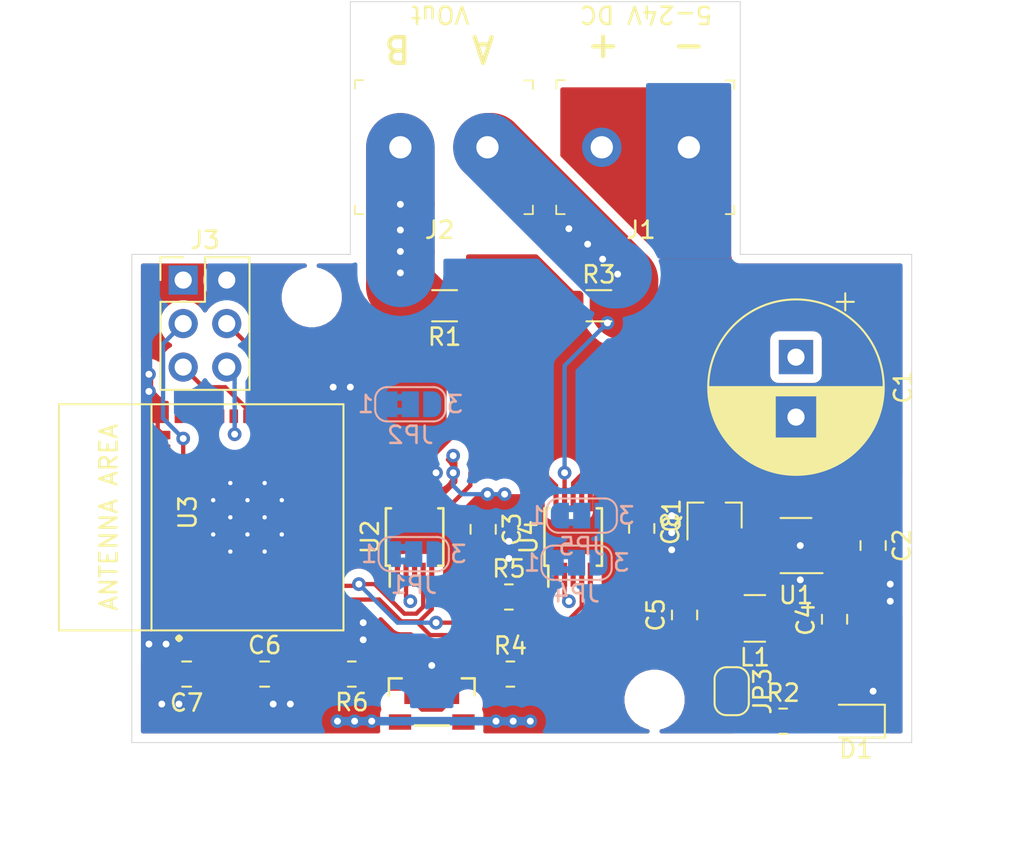
<source format=kicad_pcb>
(kicad_pcb (version 20171130) (host pcbnew 5.1.9)

  (general
    (thickness 1.6)
    (drawings 22)
    (tracks 253)
    (zones 0)
    (modules 32)
    (nets 33)
  )

  (page A4)
  (layers
    (0 F.Cu signal)
    (31 B.Cu signal)
    (32 B.Adhes user)
    (33 F.Adhes user)
    (34 B.Paste user)
    (35 F.Paste user)
    (36 B.SilkS user)
    (37 F.SilkS user)
    (38 B.Mask user)
    (39 F.Mask user)
    (40 Dwgs.User user)
    (41 Cmts.User user)
    (42 Eco1.User user)
    (43 Eco2.User user)
    (44 Edge.Cuts user)
    (45 Margin user)
    (46 B.CrtYd user)
    (47 F.CrtYd user)
    (48 B.Fab user)
    (49 F.Fab user)
  )

  (setup
    (last_trace_width 0.5)
    (user_trace_width 0.5)
    (user_trace_width 1)
    (user_trace_width 2)
    (user_trace_width 4)
    (trace_clearance 0.2)
    (zone_clearance 0.508)
    (zone_45_only no)
    (trace_min 0.2)
    (via_size 0.8)
    (via_drill 0.4)
    (via_min_size 0.4)
    (via_min_drill 0.3)
    (uvia_size 0.3)
    (uvia_drill 0.1)
    (uvias_allowed no)
    (uvia_min_size 0.2)
    (uvia_min_drill 0.1)
    (edge_width 0.05)
    (segment_width 0.2)
    (pcb_text_width 0.3)
    (pcb_text_size 1.5 1.5)
    (mod_edge_width 0.12)
    (mod_text_size 1 1)
    (mod_text_width 0.15)
    (pad_size 1.524 1.524)
    (pad_drill 0.762)
    (pad_to_mask_clearance 0)
    (aux_axis_origin 0 0)
    (grid_origin 47.75 50)
    (visible_elements FFFFFF7F)
    (pcbplotparams
      (layerselection 0x010fc_ffffffff)
      (usegerberextensions false)
      (usegerberattributes true)
      (usegerberadvancedattributes true)
      (creategerberjobfile true)
      (excludeedgelayer true)
      (linewidth 0.100000)
      (plotframeref false)
      (viasonmask false)
      (mode 1)
      (useauxorigin false)
      (hpglpennumber 1)
      (hpglpenspeed 20)
      (hpglpendiameter 15.000000)
      (psnegative false)
      (psa4output false)
      (plotreference true)
      (plotvalue true)
      (plotinvisibletext false)
      (padsonsilk false)
      (subtractmaskfromsilk false)
      (outputformat 1)
      (mirror false)
      (drillshape 1)
      (scaleselection 1)
      (outputdirectory ""))
  )

  (net 0 "")
  (net 1 GND)
  (net 2 Vin)
  (net 3 +VDC)
  (net 4 +3V3)
  (net 5 "Net-(C4-Pad2)")
  (net 6 "Net-(C4-Pad1)")
  (net 7 "Net-(D1-Pad2)")
  (net 8 "Net-(JP1-Pad2)")
  (net 9 "Net-(JP2-Pad2)")
  (net 10 "Net-(JP3-Pad2)")
  (net 11 SCL)
  (net 12 SDA)
  (net 13 "Net-(U3-Pad25)")
  (net 14 "Net-(U3-Pad26)")
  (net 15 "Net-(U3-Pad14)")
  (net 16 "Net-(U3-Pad13)")
  (net 17 "Net-(U3-Pad12)")
  (net 18 "Net-(U3-Pad10)")
  (net 19 "Net-(U3-Pad9)")
  (net 20 "Net-(U3-Pad16)")
  (net 21 "Net-(U3-Pad8)")
  (net 22 "Net-(U3-Pad6)")
  (net 23 Tx)
  (net 24 Rx)
  (net 25 BOOT)
  (net 26 EN)
  (net 27 "Net-(JP4-Pad2)")
  (net 28 "Net-(JP5-Pad2)")
  (net 29 "Net-(U2-Pad3)")
  (net 30 "Net-(U4-Pad3)")
  (net 31 SenseB-)
  (net 32 SenseA-)

  (net_class Default "This is the default net class."
    (clearance 0.2)
    (trace_width 0.25)
    (via_dia 0.8)
    (via_drill 0.4)
    (uvia_dia 0.3)
    (uvia_drill 0.1)
    (add_net +3V3)
    (add_net +VDC)
    (add_net BOOT)
    (add_net EN)
    (add_net GND)
    (add_net "Net-(C4-Pad1)")
    (add_net "Net-(C4-Pad2)")
    (add_net "Net-(D1-Pad2)")
    (add_net "Net-(JP1-Pad2)")
    (add_net "Net-(JP2-Pad2)")
    (add_net "Net-(JP3-Pad2)")
    (add_net "Net-(JP4-Pad2)")
    (add_net "Net-(JP5-Pad2)")
    (add_net "Net-(U2-Pad3)")
    (add_net "Net-(U3-Pad10)")
    (add_net "Net-(U3-Pad12)")
    (add_net "Net-(U3-Pad13)")
    (add_net "Net-(U3-Pad14)")
    (add_net "Net-(U3-Pad16)")
    (add_net "Net-(U3-Pad25)")
    (add_net "Net-(U3-Pad26)")
    (add_net "Net-(U3-Pad6)")
    (add_net "Net-(U3-Pad8)")
    (add_net "Net-(U3-Pad9)")
    (add_net "Net-(U4-Pad3)")
    (add_net Rx)
    (add_net SCL)
    (add_net SDA)
    (add_net SenseA-)
    (add_net SenseB-)
    (add_net Tx)
    (add_net Vin)
  )

  (module CurrentESP:SW_TACTILE_PO21301 (layer F.Cu) (tedit 5C159CBE) (tstamp 60E3DC8C)
    (at 71.75 76.5)
    (path /60E3BDCF)
    (fp_text reference SW1 (at 0 4.9) (layer F.SilkS) hide
      (effects (font (size 0.8 0.8) (thickness 0.12)))
    )
    (fp_text value SW_Push (at 0 3.55) (layer F.Fab)
      (effects (font (size 1 1) (thickness 0.15)))
    )
    (fp_line (start 1 1.25) (end -1 1.25) (layer F.SilkS) (width 0.15))
    (fp_line (start 2.5 -1.5) (end 2.5 -0.5) (layer F.SilkS) (width 0.15))
    (fp_line (start 1.75 -1.5) (end 2.5 -1.5) (layer F.SilkS) (width 0.15))
    (fp_line (start -2.5 -1.5) (end -1.75 -1.5) (layer F.SilkS) (width 0.15))
    (fp_line (start -2.5 -0.5) (end -2.5 -1.5) (layer F.SilkS) (width 0.15))
    (fp_line (start -1 2.05) (end 1 2.05) (layer Dwgs.User) (width 0.15))
    (fp_line (start 1 1.2) (end 1 2.05) (layer Dwgs.User) (width 0.15))
    (fp_line (start -1 1.2) (end -1 2.05) (layer Dwgs.User) (width 0.15))
    (fp_line (start -2.25 -1.35) (end 2.25 -1.35) (layer Dwgs.User) (width 0.15))
    (fp_line (start 2.25 -1.35) (end 2.25 1.2) (layer Dwgs.User) (width 0.15))
    (fp_line (start -2.25 -1.35) (end -2.25 1.2) (layer Dwgs.User) (width 0.15))
    (fp_line (start -2.25 1.2) (end 2.25 1.2) (layer Dwgs.User) (width 0.15))
    (pad 1 smd rect (at -1.225 -0.9) (size 0.75 1.8) (layers F.Cu F.Paste F.Mask)
      (net 26 EN))
    (pad 2 smd rect (at 0 -0.9) (size 0.6 1.8) (layers F.Cu F.Paste F.Mask)
      (net 1 GND))
    (pad 1 smd rect (at 1.225 -0.9) (size 0.75 1.8) (layers F.Cu F.Paste F.Mask)
      (net 26 EN))
    (pad "" np_thru_hole circle (at 2.125 0) (size 0.7 0.7) (drill 0.7) (layers *.Cu)
      (zone_connect 0))
    (pad "" np_thru_hole circle (at -2.125 0) (size 0.7 0.7) (drill 0.7) (layers *.Cu)
      (zone_connect 0))
    (pad "" smd rect (at 1.85 1.05) (size 1.3 0.9) (layers F.Cu F.Paste F.Mask))
    (pad "" smd rect (at -1.85 1.05) (size 1.3 0.9) (layers F.Cu F.Paste F.Mask))
    (model ${KISYS3DMOD}/Button_Switch_SMD.3dshapes/SW_SPDT_PCM12.wrl
      (at (xyz 0 0 0))
      (scale (xyz 0.6 1 1))
      (rotate (xyz 0 0 0))
    )
  )

  (module Connector_PinHeader_2.54mm:PinHeader_2x03_P2.54mm_Vertical (layer F.Cu) (tedit 59FED5CC) (tstamp 60E4A430)
    (at 57.25 51.75)
    (descr "Through hole straight pin header, 2x03, 2.54mm pitch, double rows")
    (tags "Through hole pin header THT 2x03 2.54mm double row")
    (path /6117304C)
    (fp_text reference J3 (at 1.27 -2.33) (layer F.SilkS)
      (effects (font (size 1 1) (thickness 0.15)))
    )
    (fp_text value Conn_02x03_Counter_Clockwise (at 1.27 7.41) (layer F.Fab)
      (effects (font (size 1 1) (thickness 0.15)))
    )
    (fp_line (start 4.35 -1.8) (end -1.8 -1.8) (layer F.CrtYd) (width 0.05))
    (fp_line (start 4.35 6.85) (end 4.35 -1.8) (layer F.CrtYd) (width 0.05))
    (fp_line (start -1.8 6.85) (end 4.35 6.85) (layer F.CrtYd) (width 0.05))
    (fp_line (start -1.8 -1.8) (end -1.8 6.85) (layer F.CrtYd) (width 0.05))
    (fp_line (start -1.33 -1.33) (end 0 -1.33) (layer F.SilkS) (width 0.12))
    (fp_line (start -1.33 0) (end -1.33 -1.33) (layer F.SilkS) (width 0.12))
    (fp_line (start 1.27 -1.33) (end 3.87 -1.33) (layer F.SilkS) (width 0.12))
    (fp_line (start 1.27 1.27) (end 1.27 -1.33) (layer F.SilkS) (width 0.12))
    (fp_line (start -1.33 1.27) (end 1.27 1.27) (layer F.SilkS) (width 0.12))
    (fp_line (start 3.87 -1.33) (end 3.87 6.41) (layer F.SilkS) (width 0.12))
    (fp_line (start -1.33 1.27) (end -1.33 6.41) (layer F.SilkS) (width 0.12))
    (fp_line (start -1.33 6.41) (end 3.87 6.41) (layer F.SilkS) (width 0.12))
    (fp_line (start -1.27 0) (end 0 -1.27) (layer F.Fab) (width 0.1))
    (fp_line (start -1.27 6.35) (end -1.27 0) (layer F.Fab) (width 0.1))
    (fp_line (start 3.81 6.35) (end -1.27 6.35) (layer F.Fab) (width 0.1))
    (fp_line (start 3.81 -1.27) (end 3.81 6.35) (layer F.Fab) (width 0.1))
    (fp_line (start 0 -1.27) (end 3.81 -1.27) (layer F.Fab) (width 0.1))
    (fp_text user %R (at 1.27 2.54 90) (layer F.Fab)
      (effects (font (size 1 1) (thickness 0.15)))
    )
    (pad 6 thru_hole oval (at 2.54 5.08) (size 1.7 1.7) (drill 1) (layers *.Cu *.Mask)
      (net 23 Tx))
    (pad 5 thru_hole oval (at 0 5.08) (size 1.7 1.7) (drill 1) (layers *.Cu *.Mask)
      (net 24 Rx))
    (pad 4 thru_hole oval (at 2.54 2.54) (size 1.7 1.7) (drill 1) (layers *.Cu *.Mask)
      (net 25 BOOT))
    (pad 3 thru_hole oval (at 0 2.54) (size 1.7 1.7) (drill 1) (layers *.Cu *.Mask)
      (net 26 EN))
    (pad 2 thru_hole oval (at 2.54 0) (size 1.7 1.7) (drill 1) (layers *.Cu *.Mask)
      (net 1 GND))
    (pad 1 thru_hole rect (at 0 0) (size 1.7 1.7) (drill 1) (layers *.Cu *.Mask)
      (net 4 +3V3))
    (model ${KISYS3DMOD}/Connector_PinHeader_2.54mm.3dshapes/PinHeader_2x03_P2.54mm_Vertical.wrl
      (at (xyz 0 0 0))
      (scale (xyz 1 1 1))
      (rotate (xyz 0 0 0))
    )
  )

  (module Resistor_SMD:R_0805_2012Metric (layer F.Cu) (tedit 5F68FEEE) (tstamp 60E47245)
    (at 67.0875 74.75 180)
    (descr "Resistor SMD 0805 (2012 Metric), square (rectangular) end terminal, IPC_7351 nominal, (Body size source: IPC-SM-782 page 72, https://www.pcb-3d.com/wordpress/wp-content/uploads/ipc-sm-782a_amendment_1_and_2.pdf), generated with kicad-footprint-generator")
    (tags resistor)
    (path /6114AAFC)
    (attr smd)
    (fp_text reference R6 (at 0 -1.65) (layer F.SilkS)
      (effects (font (size 1 1) (thickness 0.15)))
    )
    (fp_text value 10k (at 0 1.65) (layer F.Fab)
      (effects (font (size 1 1) (thickness 0.15)))
    )
    (fp_line (start 1.68 0.95) (end -1.68 0.95) (layer F.CrtYd) (width 0.05))
    (fp_line (start 1.68 -0.95) (end 1.68 0.95) (layer F.CrtYd) (width 0.05))
    (fp_line (start -1.68 -0.95) (end 1.68 -0.95) (layer F.CrtYd) (width 0.05))
    (fp_line (start -1.68 0.95) (end -1.68 -0.95) (layer F.CrtYd) (width 0.05))
    (fp_line (start -0.227064 0.735) (end 0.227064 0.735) (layer F.SilkS) (width 0.12))
    (fp_line (start -0.227064 -0.735) (end 0.227064 -0.735) (layer F.SilkS) (width 0.12))
    (fp_line (start 1 0.625) (end -1 0.625) (layer F.Fab) (width 0.1))
    (fp_line (start 1 -0.625) (end 1 0.625) (layer F.Fab) (width 0.1))
    (fp_line (start -1 -0.625) (end 1 -0.625) (layer F.Fab) (width 0.1))
    (fp_line (start -1 0.625) (end -1 -0.625) (layer F.Fab) (width 0.1))
    (fp_text user %R (at 0 0) (layer F.Fab)
      (effects (font (size 0.5 0.5) (thickness 0.08)))
    )
    (pad 2 smd roundrect (at 0.9125 0 180) (size 1.025 1.4) (layers F.Cu F.Paste F.Mask) (roundrect_rratio 0.243902)
      (net 26 EN))
    (pad 1 smd roundrect (at -0.9125 0 180) (size 1.025 1.4) (layers F.Cu F.Paste F.Mask) (roundrect_rratio 0.243902)
      (net 4 +3V3))
    (model ${KISYS3DMOD}/Resistor_SMD.3dshapes/R_0805_2012Metric.wrl
      (at (xyz 0 0 0))
      (scale (xyz 1 1 1))
      (rotate (xyz 0 0 0))
    )
  )

  (module Resistor_SMD:R_0805_2012Metric (layer F.Cu) (tedit 5F68FEEE) (tstamp 60E44526)
    (at 76.25 70.25)
    (descr "Resistor SMD 0805 (2012 Metric), square (rectangular) end terminal, IPC_7351 nominal, (Body size source: IPC-SM-782 page 72, https://www.pcb-3d.com/wordpress/wp-content/uploads/ipc-sm-782a_amendment_1_and_2.pdf), generated with kicad-footprint-generator")
    (tags resistor)
    (path /61109BA3)
    (attr smd)
    (fp_text reference R5 (at 0 -1.65) (layer F.SilkS)
      (effects (font (size 1 1) (thickness 0.15)))
    )
    (fp_text value 10k (at 0 1.65) (layer F.Fab)
      (effects (font (size 1 1) (thickness 0.15)))
    )
    (fp_line (start 1.68 0.95) (end -1.68 0.95) (layer F.CrtYd) (width 0.05))
    (fp_line (start 1.68 -0.95) (end 1.68 0.95) (layer F.CrtYd) (width 0.05))
    (fp_line (start -1.68 -0.95) (end 1.68 -0.95) (layer F.CrtYd) (width 0.05))
    (fp_line (start -1.68 0.95) (end -1.68 -0.95) (layer F.CrtYd) (width 0.05))
    (fp_line (start -0.227064 0.735) (end 0.227064 0.735) (layer F.SilkS) (width 0.12))
    (fp_line (start -0.227064 -0.735) (end 0.227064 -0.735) (layer F.SilkS) (width 0.12))
    (fp_line (start 1 0.625) (end -1 0.625) (layer F.Fab) (width 0.1))
    (fp_line (start 1 -0.625) (end 1 0.625) (layer F.Fab) (width 0.1))
    (fp_line (start -1 -0.625) (end 1 -0.625) (layer F.Fab) (width 0.1))
    (fp_line (start -1 0.625) (end -1 -0.625) (layer F.Fab) (width 0.1))
    (fp_text user %R (at 0 0) (layer F.Fab)
      (effects (font (size 0.5 0.5) (thickness 0.08)))
    )
    (pad 2 smd roundrect (at 0.9125 0) (size 1.025 1.4) (layers F.Cu F.Paste F.Mask) (roundrect_rratio 0.243902)
      (net 12 SDA))
    (pad 1 smd roundrect (at -0.9125 0) (size 1.025 1.4) (layers F.Cu F.Paste F.Mask) (roundrect_rratio 0.243902)
      (net 4 +3V3))
    (model ${KISYS3DMOD}/Resistor_SMD.3dshapes/R_0805_2012Metric.wrl
      (at (xyz 0 0 0))
      (scale (xyz 1 1 1))
      (rotate (xyz 0 0 0))
    )
  )

  (module Resistor_SMD:R_0805_2012Metric (layer F.Cu) (tedit 5F68FEEE) (tstamp 60E44515)
    (at 76.3375 74.75)
    (descr "Resistor SMD 0805 (2012 Metric), square (rectangular) end terminal, IPC_7351 nominal, (Body size source: IPC-SM-782 page 72, https://www.pcb-3d.com/wordpress/wp-content/uploads/ipc-sm-782a_amendment_1_and_2.pdf), generated with kicad-footprint-generator")
    (tags resistor)
    (path /611075EF)
    (attr smd)
    (fp_text reference R4 (at 0 -1.65) (layer F.SilkS)
      (effects (font (size 1 1) (thickness 0.15)))
    )
    (fp_text value 10k (at 0 1.65) (layer F.Fab)
      (effects (font (size 1 1) (thickness 0.15)))
    )
    (fp_line (start 1.68 0.95) (end -1.68 0.95) (layer F.CrtYd) (width 0.05))
    (fp_line (start 1.68 -0.95) (end 1.68 0.95) (layer F.CrtYd) (width 0.05))
    (fp_line (start -1.68 -0.95) (end 1.68 -0.95) (layer F.CrtYd) (width 0.05))
    (fp_line (start -1.68 0.95) (end -1.68 -0.95) (layer F.CrtYd) (width 0.05))
    (fp_line (start -0.227064 0.735) (end 0.227064 0.735) (layer F.SilkS) (width 0.12))
    (fp_line (start -0.227064 -0.735) (end 0.227064 -0.735) (layer F.SilkS) (width 0.12))
    (fp_line (start 1 0.625) (end -1 0.625) (layer F.Fab) (width 0.1))
    (fp_line (start 1 -0.625) (end 1 0.625) (layer F.Fab) (width 0.1))
    (fp_line (start -1 -0.625) (end 1 -0.625) (layer F.Fab) (width 0.1))
    (fp_line (start -1 0.625) (end -1 -0.625) (layer F.Fab) (width 0.1))
    (fp_text user %R (at 0 0) (layer F.Fab)
      (effects (font (size 0.5 0.5) (thickness 0.08)))
    )
    (pad 2 smd roundrect (at 0.9125 0) (size 1.025 1.4) (layers F.Cu F.Paste F.Mask) (roundrect_rratio 0.243902)
      (net 11 SCL))
    (pad 1 smd roundrect (at -0.9125 0) (size 1.025 1.4) (layers F.Cu F.Paste F.Mask) (roundrect_rratio 0.243902)
      (net 4 +3V3))
    (model ${KISYS3DMOD}/Resistor_SMD.3dshapes/R_0805_2012Metric.wrl
      (at (xyz 0 0 0))
      (scale (xyz 1 1 1))
      (rotate (xyz 0 0 0))
    )
  )

  (module Package_SO:MSOP-10_3x3mm_P0.5mm (layer F.Cu) (tedit 5A02F25C) (tstamp 60E41042)
    (at 80 66.75 90)
    (descr "10-Lead Plastic Micro Small Outline Package (MS) [MSOP] (see Microchip Packaging Specification 00000049BS.pdf)")
    (tags "SSOP 0.5")
    (path /610C83AB)
    (attr smd)
    (fp_text reference U4 (at 0 -2.6 90) (layer F.SilkS)
      (effects (font (size 1 1) (thickness 0.15)))
    )
    (fp_text value INA226 (at 0 2.6 90) (layer F.Fab)
      (effects (font (size 1 1) (thickness 0.15)))
    )
    (fp_line (start -1.675 -1.45) (end -2.9 -1.45) (layer F.SilkS) (width 0.15))
    (fp_line (start -1.675 1.675) (end 1.675 1.675) (layer F.SilkS) (width 0.15))
    (fp_line (start -1.675 -1.675) (end 1.675 -1.675) (layer F.SilkS) (width 0.15))
    (fp_line (start -1.675 1.675) (end -1.675 1.375) (layer F.SilkS) (width 0.15))
    (fp_line (start 1.675 1.675) (end 1.675 1.375) (layer F.SilkS) (width 0.15))
    (fp_line (start 1.675 -1.675) (end 1.675 -1.375) (layer F.SilkS) (width 0.15))
    (fp_line (start -1.675 -1.675) (end -1.675 -1.45) (layer F.SilkS) (width 0.15))
    (fp_line (start -3.15 1.85) (end 3.15 1.85) (layer F.CrtYd) (width 0.05))
    (fp_line (start -3.15 -1.85) (end 3.15 -1.85) (layer F.CrtYd) (width 0.05))
    (fp_line (start 3.15 -1.85) (end 3.15 1.85) (layer F.CrtYd) (width 0.05))
    (fp_line (start -3.15 -1.85) (end -3.15 1.85) (layer F.CrtYd) (width 0.05))
    (fp_line (start -1.5 -0.5) (end -0.5 -1.5) (layer F.Fab) (width 0.15))
    (fp_line (start -1.5 1.5) (end -1.5 -0.5) (layer F.Fab) (width 0.15))
    (fp_line (start 1.5 1.5) (end -1.5 1.5) (layer F.Fab) (width 0.15))
    (fp_line (start 1.5 -1.5) (end 1.5 1.5) (layer F.Fab) (width 0.15))
    (fp_line (start -0.5 -1.5) (end 1.5 -1.5) (layer F.Fab) (width 0.15))
    (fp_text user %R (at 0 0 90) (layer F.Fab)
      (effects (font (size 0.6 0.6) (thickness 0.15)))
    )
    (pad 10 smd rect (at 2.2 -1 90) (size 1.4 0.3) (layers F.Cu F.Paste F.Mask)
      (net 3 +VDC))
    (pad 9 smd rect (at 2.2 -0.5 90) (size 1.4 0.3) (layers F.Cu F.Paste F.Mask)
      (net 32 SenseA-))
    (pad 8 smd rect (at 2.2 0 90) (size 1.4 0.3) (layers F.Cu F.Paste F.Mask)
      (net 3 +VDC))
    (pad 7 smd rect (at 2.2 0.5 90) (size 1.4 0.3) (layers F.Cu F.Paste F.Mask)
      (net 1 GND))
    (pad 6 smd rect (at 2.2 1 90) (size 1.4 0.3) (layers F.Cu F.Paste F.Mask)
      (net 4 +3V3))
    (pad 5 smd rect (at -2.2 1 90) (size 1.4 0.3) (layers F.Cu F.Paste F.Mask)
      (net 11 SCL))
    (pad 4 smd rect (at -2.2 0.5 90) (size 1.4 0.3) (layers F.Cu F.Paste F.Mask)
      (net 12 SDA))
    (pad 3 smd rect (at -2.2 0 90) (size 1.4 0.3) (layers F.Cu F.Paste F.Mask)
      (net 30 "Net-(U4-Pad3)"))
    (pad 2 smd rect (at -2.2 -0.5 90) (size 1.4 0.3) (layers F.Cu F.Paste F.Mask)
      (net 28 "Net-(JP5-Pad2)"))
    (pad 1 smd rect (at -2.2 -1 90) (size 1.4 0.3) (layers F.Cu F.Paste F.Mask)
      (net 27 "Net-(JP4-Pad2)"))
    (model ${KISYS3DMOD}/Package_SO.3dshapes/MSOP-10_3x3mm_P0.5mm.wrl
      (at (xyz 0 0 0))
      (scale (xyz 1 1 1))
      (rotate (xyz 0 0 0))
    )
  )

  (module Resistor_SMD:R_1206_3216Metric (layer F.Cu) (tedit 5F68FEEE) (tstamp 60E40F0B)
    (at 81.5 53.25)
    (descr "Resistor SMD 1206 (3216 Metric), square (rectangular) end terminal, IPC_7351 nominal, (Body size source: IPC-SM-782 page 72, https://www.pcb-3d.com/wordpress/wp-content/uploads/ipc-sm-782a_amendment_1_and_2.pdf), generated with kicad-footprint-generator")
    (tags resistor)
    (path /610C83A4)
    (attr smd)
    (fp_text reference R3 (at 0 -1.82) (layer F.SilkS)
      (effects (font (size 1 1) (thickness 0.15)))
    )
    (fp_text value 5mΩ (at 0 1.82) (layer F.Fab)
      (effects (font (size 1 1) (thickness 0.15)))
    )
    (fp_line (start 2.28 1.12) (end -2.28 1.12) (layer F.CrtYd) (width 0.05))
    (fp_line (start 2.28 -1.12) (end 2.28 1.12) (layer F.CrtYd) (width 0.05))
    (fp_line (start -2.28 -1.12) (end 2.28 -1.12) (layer F.CrtYd) (width 0.05))
    (fp_line (start -2.28 1.12) (end -2.28 -1.12) (layer F.CrtYd) (width 0.05))
    (fp_line (start -0.727064 0.91) (end 0.727064 0.91) (layer F.SilkS) (width 0.12))
    (fp_line (start -0.727064 -0.91) (end 0.727064 -0.91) (layer F.SilkS) (width 0.12))
    (fp_line (start 1.6 0.8) (end -1.6 0.8) (layer F.Fab) (width 0.1))
    (fp_line (start 1.6 -0.8) (end 1.6 0.8) (layer F.Fab) (width 0.1))
    (fp_line (start -1.6 -0.8) (end 1.6 -0.8) (layer F.Fab) (width 0.1))
    (fp_line (start -1.6 0.8) (end -1.6 -0.8) (layer F.Fab) (width 0.1))
    (fp_text user %R (at 0 0) (layer F.Fab)
      (effects (font (size 0.8 0.8) (thickness 0.12)))
    )
    (pad 2 smd roundrect (at 1.4625 0) (size 1.125 1.75) (layers F.Cu F.Paste F.Mask) (roundrect_rratio 0.222222)
      (net 32 SenseA-))
    (pad 1 smd roundrect (at -1.4625 0) (size 1.125 1.75) (layers F.Cu F.Paste F.Mask) (roundrect_rratio 0.222222)
      (net 3 +VDC))
    (model ${KISYS3DMOD}/Resistor_SMD.3dshapes/R_1206_3216Metric.wrl
      (at (xyz 0 0 0))
      (scale (xyz 1 1 1))
      (rotate (xyz 0 0 0))
    )
  )

  (module Jumper:SolderJumper-3_P1.3mm_Bridged2Bar12_RoundedPad1.0x1.5mm_NumberLabels (layer B.Cu) (tedit 5C7452E6) (tstamp 60E40E72)
    (at 80.5 65.5)
    (descr "SMD Solder 3-pad Jumper, 1x1.5mm rounded Pads, 0.3mm gap, pads 1-2 Bridged2Bar with 2 copper strip, labeled with numbers")
    (tags "solder jumper open")
    (path /610C83C4)
    (attr virtual)
    (fp_text reference JP5 (at 0 1.8) (layer B.SilkS)
      (effects (font (size 1 1) (thickness 0.15)) (justify mirror))
    )
    (fp_text value SolderJumper_3_Bridged12 (at 0 -1.9) (layer B.Fab)
      (effects (font (size 1 1) (thickness 0.15)) (justify mirror))
    )
    (fp_poly (pts (xy -0.9 -0.2) (xy -0.4 -0.2) (xy -0.4 -0.6) (xy -0.9 -0.6)) (layer B.Cu) (width 0))
    (fp_poly (pts (xy -0.9 0.6) (xy -0.4 0.6) (xy -0.4 0.2) (xy -0.9 0.2)) (layer B.Cu) (width 0))
    (fp_line (start 2.3 -1.25) (end -2.3 -1.25) (layer B.CrtYd) (width 0.05))
    (fp_line (start 2.3 -1.25) (end 2.3 1.25) (layer B.CrtYd) (width 0.05))
    (fp_line (start -2.3 1.25) (end -2.3 -1.25) (layer B.CrtYd) (width 0.05))
    (fp_line (start -2.3 1.25) (end 2.3 1.25) (layer B.CrtYd) (width 0.05))
    (fp_line (start -1.4 1) (end 1.4 1) (layer B.SilkS) (width 0.12))
    (fp_line (start 2.05 0.3) (end 2.05 -0.3) (layer B.SilkS) (width 0.12))
    (fp_line (start 1.4 -1) (end -1.4 -1) (layer B.SilkS) (width 0.12))
    (fp_line (start -2.05 -0.3) (end -2.05 0.3) (layer B.SilkS) (width 0.12))
    (fp_arc (start -1.35 0.3) (end -1.35 1) (angle 90) (layer B.SilkS) (width 0.12))
    (fp_arc (start -1.35 -0.3) (end -2.05 -0.3) (angle 90) (layer B.SilkS) (width 0.12))
    (fp_arc (start 1.35 -0.3) (end 1.35 -1) (angle 90) (layer B.SilkS) (width 0.12))
    (fp_arc (start 1.35 0.3) (end 2.05 0.3) (angle 90) (layer B.SilkS) (width 0.12))
    (fp_text user 1 (at -2.6 0) (layer B.SilkS)
      (effects (font (size 1 1) (thickness 0.15)) (justify mirror))
    )
    (fp_text user 3 (at 2.6 0) (layer B.SilkS)
      (effects (font (size 1 1) (thickness 0.15)) (justify mirror))
    )
    (pad 1 smd custom (at -1.3 0) (size 1 0.5) (layers B.Cu B.Mask)
      (net 4 +3V3) (zone_connect 2)
      (options (clearance outline) (anchor rect))
      (primitives
        (gr_circle (center 0 -0.25) (end 0.5 -0.25) (width 0))
        (gr_circle (center 0 0.25) (end 0.5 0.25) (width 0))
        (gr_poly (pts
           (xy 0.55 0.75) (xy 0 0.75) (xy 0 -0.75) (xy 0.55 -0.75)) (width 0))
      ))
    (pad 2 smd rect (at 0 0) (size 1 1.5) (layers B.Cu B.Mask)
      (net 28 "Net-(JP5-Pad2)"))
    (pad 3 smd custom (at 1.3 0) (size 1 0.5) (layers B.Cu B.Mask)
      (net 1 GND) (zone_connect 2)
      (options (clearance outline) (anchor rect))
      (primitives
        (gr_circle (center 0 -0.25) (end 0.5 -0.25) (width 0))
        (gr_circle (center 0 0.25) (end 0.5 0.25) (width 0))
        (gr_poly (pts
           (xy -0.55 0.75) (xy 0 0.75) (xy 0 -0.75) (xy -0.55 -0.75)) (width 0))
      ))
  )

  (module Jumper:SolderJumper-3_P1.3mm_Bridged2Bar12_RoundedPad1.0x1.5mm_NumberLabels (layer B.Cu) (tedit 5C7452E6) (tstamp 60E40E5B)
    (at 80.2 68.25)
    (descr "SMD Solder 3-pad Jumper, 1x1.5mm rounded Pads, 0.3mm gap, pads 1-2 Bridged2Bar with 2 copper strip, labeled with numbers")
    (tags "solder jumper open")
    (path /610C83BE)
    (attr virtual)
    (fp_text reference JP4 (at 0 1.8) (layer B.SilkS)
      (effects (font (size 1 1) (thickness 0.15)) (justify mirror))
    )
    (fp_text value SolderJumper_3_Bridged12 (at 0 -1.9) (layer B.Fab)
      (effects (font (size 1 1) (thickness 0.15)) (justify mirror))
    )
    (fp_poly (pts (xy -0.9 -0.2) (xy -0.4 -0.2) (xy -0.4 -0.6) (xy -0.9 -0.6)) (layer B.Cu) (width 0))
    (fp_poly (pts (xy -0.9 0.6) (xy -0.4 0.6) (xy -0.4 0.2) (xy -0.9 0.2)) (layer B.Cu) (width 0))
    (fp_line (start 2.3 -1.25) (end -2.3 -1.25) (layer B.CrtYd) (width 0.05))
    (fp_line (start 2.3 -1.25) (end 2.3 1.25) (layer B.CrtYd) (width 0.05))
    (fp_line (start -2.3 1.25) (end -2.3 -1.25) (layer B.CrtYd) (width 0.05))
    (fp_line (start -2.3 1.25) (end 2.3 1.25) (layer B.CrtYd) (width 0.05))
    (fp_line (start -1.4 1) (end 1.4 1) (layer B.SilkS) (width 0.12))
    (fp_line (start 2.05 0.3) (end 2.05 -0.3) (layer B.SilkS) (width 0.12))
    (fp_line (start 1.4 -1) (end -1.4 -1) (layer B.SilkS) (width 0.12))
    (fp_line (start -2.05 -0.3) (end -2.05 0.3) (layer B.SilkS) (width 0.12))
    (fp_arc (start -1.35 0.3) (end -1.35 1) (angle 90) (layer B.SilkS) (width 0.12))
    (fp_arc (start -1.35 -0.3) (end -2.05 -0.3) (angle 90) (layer B.SilkS) (width 0.12))
    (fp_arc (start 1.35 -0.3) (end 1.35 -1) (angle 90) (layer B.SilkS) (width 0.12))
    (fp_arc (start 1.35 0.3) (end 2.05 0.3) (angle 90) (layer B.SilkS) (width 0.12))
    (fp_text user 1 (at -2.6 0) (layer B.SilkS)
      (effects (font (size 1 1) (thickness 0.15)) (justify mirror))
    )
    (fp_text user 3 (at 2.6 0) (layer B.SilkS)
      (effects (font (size 1 1) (thickness 0.15)) (justify mirror))
    )
    (pad 1 smd custom (at -1.3 0) (size 1 0.5) (layers B.Cu B.Mask)
      (net 1 GND) (zone_connect 2)
      (options (clearance outline) (anchor rect))
      (primitives
        (gr_circle (center 0 -0.25) (end 0.5 -0.25) (width 0))
        (gr_circle (center 0 0.25) (end 0.5 0.25) (width 0))
        (gr_poly (pts
           (xy 0.55 0.75) (xy 0 0.75) (xy 0 -0.75) (xy 0.55 -0.75)) (width 0))
      ))
    (pad 2 smd rect (at 0 0) (size 1 1.5) (layers B.Cu B.Mask)
      (net 27 "Net-(JP4-Pad2)"))
    (pad 3 smd custom (at 1.3 0) (size 1 0.5) (layers B.Cu B.Mask)
      (net 4 +3V3) (zone_connect 2)
      (options (clearance outline) (anchor rect))
      (primitives
        (gr_circle (center 0 -0.25) (end 0.5 -0.25) (width 0))
        (gr_circle (center 0 0.25) (end 0.5 0.25) (width 0))
        (gr_poly (pts
           (xy -0.55 0.75) (xy 0 0.75) (xy 0 -0.75) (xy -0.55 -0.75)) (width 0))
      ))
  )

  (module Capacitor_SMD:C_0805_2012Metric (layer F.Cu) (tedit 5F68FEEE) (tstamp 60E40D1E)
    (at 84 66.25 270)
    (descr "Capacitor SMD 0805 (2012 Metric), square (rectangular) end terminal, IPC_7351 nominal, (Body size source: IPC-SM-782 page 76, https://www.pcb-3d.com/wordpress/wp-content/uploads/ipc-sm-782a_amendment_1_and_2.pdf, https://docs.google.com/spreadsheets/d/1BsfQQcO9C6DZCsRaXUlFlo91Tg2WpOkGARC1WS5S8t0/edit?usp=sharing), generated with kicad-footprint-generator")
    (tags capacitor)
    (path /610C837D)
    (attr smd)
    (fp_text reference C8 (at 0 -1.68 90) (layer F.SilkS)
      (effects (font (size 1 1) (thickness 0.15)))
    )
    (fp_text value 0.1uF (at 0 1.68 90) (layer F.Fab)
      (effects (font (size 1 1) (thickness 0.15)))
    )
    (fp_line (start 1.7 0.98) (end -1.7 0.98) (layer F.CrtYd) (width 0.05))
    (fp_line (start 1.7 -0.98) (end 1.7 0.98) (layer F.CrtYd) (width 0.05))
    (fp_line (start -1.7 -0.98) (end 1.7 -0.98) (layer F.CrtYd) (width 0.05))
    (fp_line (start -1.7 0.98) (end -1.7 -0.98) (layer F.CrtYd) (width 0.05))
    (fp_line (start -0.261252 0.735) (end 0.261252 0.735) (layer F.SilkS) (width 0.12))
    (fp_line (start -0.261252 -0.735) (end 0.261252 -0.735) (layer F.SilkS) (width 0.12))
    (fp_line (start 1 0.625) (end -1 0.625) (layer F.Fab) (width 0.1))
    (fp_line (start 1 -0.625) (end 1 0.625) (layer F.Fab) (width 0.1))
    (fp_line (start -1 -0.625) (end 1 -0.625) (layer F.Fab) (width 0.1))
    (fp_line (start -1 0.625) (end -1 -0.625) (layer F.Fab) (width 0.1))
    (fp_text user %R (at 0 0 90) (layer F.Fab)
      (effects (font (size 0.5 0.5) (thickness 0.08)))
    )
    (pad 2 smd roundrect (at 0.95 0 270) (size 1 1.45) (layers F.Cu F.Paste F.Mask) (roundrect_rratio 0.25)
      (net 1 GND))
    (pad 1 smd roundrect (at -0.95 0 270) (size 1 1.45) (layers F.Cu F.Paste F.Mask) (roundrect_rratio 0.25)
      (net 4 +3V3))
    (model ${KISYS3DMOD}/Capacitor_SMD.3dshapes/C_0805_2012Metric.wrl
      (at (xyz 0 0 0))
      (scale (xyz 1 1 1))
      (rotate (xyz 0 0 0))
    )
  )

  (module MountingHole:MountingHole_2.5mm locked (layer F.Cu) (tedit 56D1B4CB) (tstamp 60E3AE6D)
    (at 64.75 52.75)
    (descr "Mounting Hole 2.5mm, no annular")
    (tags "mounting hole 2.5mm no annular")
    (attr virtual)
    (fp_text reference REF** (at 0 -3.5) (layer F.SilkS) hide
      (effects (font (size 1 1) (thickness 0.15)))
    )
    (fp_text value MountingHole_2.5mm (at 0 3.5) (layer F.Fab)
      (effects (font (size 1 1) (thickness 0.15)))
    )
    (fp_circle (center 0 0) (end 2.75 0) (layer F.CrtYd) (width 0.05))
    (fp_circle (center 0 0) (end 2.5 0) (layer Cmts.User) (width 0.15))
    (fp_text user %R (at 0.3 0) (layer F.Fab)
      (effects (font (size 1 1) (thickness 0.15)))
    )
    (pad 1 np_thru_hole circle (at 0 0) (size 2.5 2.5) (drill 2.5) (layers *.Cu *.Mask))
  )

  (module MountingHole:MountingHole_2.5mm locked (layer F.Cu) (tedit 56D1B4CB) (tstamp 60E3AE6B)
    (at 84.75 76.25)
    (descr "Mounting Hole 2.5mm, no annular")
    (tags "mounting hole 2.5mm no annular")
    (attr virtual)
    (fp_text reference REF** (at 0 -3.5) (layer F.SilkS) hide
      (effects (font (size 1 1) (thickness 0.15)))
    )
    (fp_text value MountingHole_2.5mm (at 0 3.5) (layer F.Fab)
      (effects (font (size 1 1) (thickness 0.15)))
    )
    (fp_circle (center 0 0) (end 2.75 0) (layer F.CrtYd) (width 0.05))
    (fp_circle (center 0 0) (end 2.5 0) (layer Cmts.User) (width 0.15))
    (fp_text user %R (at 0.3 0) (layer F.Fab)
      (effects (font (size 1 1) (thickness 0.15)))
    )
    (pad 1 np_thru_hole circle (at 0 0) (size 2.5 2.5) (drill 2.5) (layers *.Cu *.Mask))
  )

  (module digikey-footprints:Term_Block_1x2_P5.08MM (layer F.Cu) (tedit 5D4199A2) (tstamp 60E3A33F)
    (at 75 44 180)
    (descr http://www.on-shore.com/wp-content/uploads/2015/09/osttcxx2162.pdf)
    (path /60FD8CE8)
    (fp_text reference J2 (at 2.794 -4.826) (layer F.SilkS)
      (effects (font (size 1 1) (thickness 0.15)))
    )
    (fp_text value Screw_Terminal_01x02 (at 2.032 5.09) (layer F.Fab)
      (effects (font (size 1 1) (thickness 0.15)))
    )
    (fp_line (start -2.54 -3.8) (end -2.54 3.8) (layer F.Fab) (width 0.1))
    (fp_line (start -2.54 -3.8) (end 7.62 -3.8) (layer F.Fab) (width 0.1))
    (fp_line (start 7.62 -3.8) (end 7.62 3.8) (layer F.Fab) (width 0.1))
    (fp_line (start -2.54 3.8) (end 7.62 3.8) (layer F.Fab) (width 0.1))
    (fp_line (start -2.65 -3.9) (end -2.15 -3.9) (layer F.SilkS) (width 0.1))
    (fp_line (start -2.65 -3.9) (end -2.65 -3.4) (layer F.SilkS) (width 0.1))
    (fp_line (start -2.65 3.4) (end -2.65 3.9) (layer F.SilkS) (width 0.1))
    (fp_line (start -2.65 3.9) (end -2.15 3.9) (layer F.SilkS) (width 0.1))
    (fp_line (start 7.728 3.42) (end 7.728 3.92) (layer F.SilkS) (width 0.1))
    (fp_line (start 7.728 3.92) (end 7.228 3.92) (layer F.SilkS) (width 0.1))
    (fp_line (start 7.738 -3.9) (end 7.738 -3.4) (layer F.SilkS) (width 0.1))
    (fp_line (start 7.738 -3.9) (end 7.238 -3.9) (layer F.SilkS) (width 0.1))
    (fp_line (start 7.874 -4.064) (end -2.75 -4.05) (layer F.CrtYd) (width 0.05))
    (fp_line (start 7.874 -4.05) (end 7.874 4.05) (layer F.CrtYd) (width 0.05))
    (fp_line (start 7.874 4.064) (end -2.75 4.05) (layer F.CrtYd) (width 0.05))
    (fp_line (start -2.75 -4.05) (end -2.75 4.05) (layer F.CrtYd) (width 0.05))
    (pad 2 thru_hole circle (at 5.08 0 180) (size 2.3 2.3) (drill 1.3) (layers *.Cu *.Mask)
      (net 31 SenseB-))
    (pad 1 thru_hole rect (at 0 0 180) (size 2.2 2.2) (drill 1.3) (layers *.Cu *.Mask)
      (net 32 SenseA-))
    (model ${KISYS3DMOD}/TerminalBlock_Phoenix.3dshapes/TerminalBlock_Phoenix_MKDS-1,5-2_1x02_P5.00mm_Horizontal.step
      (at (xyz 0 0 0))
      (scale (xyz 1 1 1))
      (rotate (xyz 0 0 0))
    )
  )

  (module Capacitor_SMD:C_0805_2012Metric (layer F.Cu) (tedit 5F68FEEE) (tstamp 60E3A2DB)
    (at 57.45 74.75 180)
    (descr "Capacitor SMD 0805 (2012 Metric), square (rectangular) end terminal, IPC_7351 nominal, (Body size source: IPC-SM-782 page 76, https://www.pcb-3d.com/wordpress/wp-content/uploads/ipc-sm-782a_amendment_1_and_2.pdf, https://docs.google.com/spreadsheets/d/1BsfQQcO9C6DZCsRaXUlFlo91Tg2WpOkGARC1WS5S8t0/edit?usp=sharing), generated with kicad-footprint-generator")
    (tags capacitor)
    (path /60FEC5AF)
    (attr smd)
    (fp_text reference C7 (at 0 -1.68) (layer F.SilkS)
      (effects (font (size 1 1) (thickness 0.15)))
    )
    (fp_text value 0.1uF (at 0 1.68) (layer F.Fab)
      (effects (font (size 1 1) (thickness 0.15)))
    )
    (fp_line (start 1.7 0.98) (end -1.7 0.98) (layer F.CrtYd) (width 0.05))
    (fp_line (start 1.7 -0.98) (end 1.7 0.98) (layer F.CrtYd) (width 0.05))
    (fp_line (start -1.7 -0.98) (end 1.7 -0.98) (layer F.CrtYd) (width 0.05))
    (fp_line (start -1.7 0.98) (end -1.7 -0.98) (layer F.CrtYd) (width 0.05))
    (fp_line (start -0.261252 0.735) (end 0.261252 0.735) (layer F.SilkS) (width 0.12))
    (fp_line (start -0.261252 -0.735) (end 0.261252 -0.735) (layer F.SilkS) (width 0.12))
    (fp_line (start 1 0.625) (end -1 0.625) (layer F.Fab) (width 0.1))
    (fp_line (start 1 -0.625) (end 1 0.625) (layer F.Fab) (width 0.1))
    (fp_line (start -1 -0.625) (end 1 -0.625) (layer F.Fab) (width 0.1))
    (fp_line (start -1 0.625) (end -1 -0.625) (layer F.Fab) (width 0.1))
    (fp_text user %R (at 0 0) (layer F.Fab)
      (effects (font (size 0.5 0.5) (thickness 0.08)))
    )
    (pad 2 smd roundrect (at 0.95 0 180) (size 1 1.45) (layers F.Cu F.Paste F.Mask) (roundrect_rratio 0.25)
      (net 1 GND))
    (pad 1 smd roundrect (at -0.95 0 180) (size 1 1.45) (layers F.Cu F.Paste F.Mask) (roundrect_rratio 0.25)
      (net 4 +3V3))
    (model ${KISYS3DMOD}/Capacitor_SMD.3dshapes/C_0805_2012Metric.wrl
      (at (xyz 0 0 0))
      (scale (xyz 1 1 1))
      (rotate (xyz 0 0 0))
    )
  )

  (module Capacitor_SMD:C_0805_2012Metric (layer F.Cu) (tedit 5F68FEEE) (tstamp 60E3A2CA)
    (at 62 74.75)
    (descr "Capacitor SMD 0805 (2012 Metric), square (rectangular) end terminal, IPC_7351 nominal, (Body size source: IPC-SM-782 page 76, https://www.pcb-3d.com/wordpress/wp-content/uploads/ipc-sm-782a_amendment_1_and_2.pdf, https://docs.google.com/spreadsheets/d/1BsfQQcO9C6DZCsRaXUlFlo91Tg2WpOkGARC1WS5S8t0/edit?usp=sharing), generated with kicad-footprint-generator")
    (tags capacitor)
    (path /60FEDB24)
    (attr smd)
    (fp_text reference C6 (at 0 -1.68) (layer F.SilkS)
      (effects (font (size 1 1) (thickness 0.15)))
    )
    (fp_text value 10uF (at 0 1.68) (layer F.Fab)
      (effects (font (size 1 1) (thickness 0.15)))
    )
    (fp_line (start 1.7 0.98) (end -1.7 0.98) (layer F.CrtYd) (width 0.05))
    (fp_line (start 1.7 -0.98) (end 1.7 0.98) (layer F.CrtYd) (width 0.05))
    (fp_line (start -1.7 -0.98) (end 1.7 -0.98) (layer F.CrtYd) (width 0.05))
    (fp_line (start -1.7 0.98) (end -1.7 -0.98) (layer F.CrtYd) (width 0.05))
    (fp_line (start -0.261252 0.735) (end 0.261252 0.735) (layer F.SilkS) (width 0.12))
    (fp_line (start -0.261252 -0.735) (end 0.261252 -0.735) (layer F.SilkS) (width 0.12))
    (fp_line (start 1 0.625) (end -1 0.625) (layer F.Fab) (width 0.1))
    (fp_line (start 1 -0.625) (end 1 0.625) (layer F.Fab) (width 0.1))
    (fp_line (start -1 -0.625) (end 1 -0.625) (layer F.Fab) (width 0.1))
    (fp_line (start -1 0.625) (end -1 -0.625) (layer F.Fab) (width 0.1))
    (fp_text user %R (at 0 0) (layer F.Fab)
      (effects (font (size 0.5 0.5) (thickness 0.08)))
    )
    (pad 2 smd roundrect (at 0.95 0) (size 1 1.45) (layers F.Cu F.Paste F.Mask) (roundrect_rratio 0.25)
      (net 1 GND))
    (pad 1 smd roundrect (at -0.95 0) (size 1 1.45) (layers F.Cu F.Paste F.Mask) (roundrect_rratio 0.25)
      (net 4 +3V3))
    (model ${KISYS3DMOD}/Capacitor_SMD.3dshapes/C_0805_2012Metric.wrl
      (at (xyz 0 0 0))
      (scale (xyz 1 1 1))
      (rotate (xyz 0 0 0))
    )
  )

  (module Package_SO:MSOP-10_3x3mm_P0.5mm (layer F.Cu) (tedit 5A02F25C) (tstamp 60E399A8)
    (at 70.75 66.75 90)
    (descr "10-Lead Plastic Micro Small Outline Package (MS) [MSOP] (see Microchip Packaging Specification 00000049BS.pdf)")
    (tags "SSOP 0.5")
    (path /5F3BF087)
    (attr smd)
    (fp_text reference U2 (at 0 -2.6 90) (layer F.SilkS)
      (effects (font (size 1 1) (thickness 0.15)))
    )
    (fp_text value INA226 (at 0 2.6 90) (layer F.Fab)
      (effects (font (size 1 1) (thickness 0.15)))
    )
    (fp_line (start -1.675 -1.45) (end -2.9 -1.45) (layer F.SilkS) (width 0.15))
    (fp_line (start -1.675 1.675) (end 1.675 1.675) (layer F.SilkS) (width 0.15))
    (fp_line (start -1.675 -1.675) (end 1.675 -1.675) (layer F.SilkS) (width 0.15))
    (fp_line (start -1.675 1.675) (end -1.675 1.375) (layer F.SilkS) (width 0.15))
    (fp_line (start 1.675 1.675) (end 1.675 1.375) (layer F.SilkS) (width 0.15))
    (fp_line (start 1.675 -1.675) (end 1.675 -1.375) (layer F.SilkS) (width 0.15))
    (fp_line (start -1.675 -1.675) (end -1.675 -1.45) (layer F.SilkS) (width 0.15))
    (fp_line (start -3.15 1.85) (end 3.15 1.85) (layer F.CrtYd) (width 0.05))
    (fp_line (start -3.15 -1.85) (end 3.15 -1.85) (layer F.CrtYd) (width 0.05))
    (fp_line (start 3.15 -1.85) (end 3.15 1.85) (layer F.CrtYd) (width 0.05))
    (fp_line (start -3.15 -1.85) (end -3.15 1.85) (layer F.CrtYd) (width 0.05))
    (fp_line (start -1.5 -0.5) (end -0.5 -1.5) (layer F.Fab) (width 0.15))
    (fp_line (start -1.5 1.5) (end -1.5 -0.5) (layer F.Fab) (width 0.15))
    (fp_line (start 1.5 1.5) (end -1.5 1.5) (layer F.Fab) (width 0.15))
    (fp_line (start 1.5 -1.5) (end 1.5 1.5) (layer F.Fab) (width 0.15))
    (fp_line (start -0.5 -1.5) (end 1.5 -1.5) (layer F.Fab) (width 0.15))
    (fp_text user %R (at 0 0 90) (layer F.Fab)
      (effects (font (size 0.6 0.6) (thickness 0.15)))
    )
    (pad 10 smd rect (at 2.2 -1 90) (size 1.4 0.3) (layers F.Cu F.Paste F.Mask)
      (net 3 +VDC))
    (pad 9 smd rect (at 2.2 -0.5 90) (size 1.4 0.3) (layers F.Cu F.Paste F.Mask)
      (net 31 SenseB-))
    (pad 8 smd rect (at 2.2 0 90) (size 1.4 0.3) (layers F.Cu F.Paste F.Mask)
      (net 3 +VDC))
    (pad 7 smd rect (at 2.2 0.5 90) (size 1.4 0.3) (layers F.Cu F.Paste F.Mask)
      (net 1 GND))
    (pad 6 smd rect (at 2.2 1 90) (size 1.4 0.3) (layers F.Cu F.Paste F.Mask)
      (net 4 +3V3))
    (pad 5 smd rect (at -2.2 1 90) (size 1.4 0.3) (layers F.Cu F.Paste F.Mask)
      (net 11 SCL))
    (pad 4 smd rect (at -2.2 0.5 90) (size 1.4 0.3) (layers F.Cu F.Paste F.Mask)
      (net 12 SDA))
    (pad 3 smd rect (at -2.2 0 90) (size 1.4 0.3) (layers F.Cu F.Paste F.Mask)
      (net 29 "Net-(U2-Pad3)"))
    (pad 2 smd rect (at -2.2 -0.5 90) (size 1.4 0.3) (layers F.Cu F.Paste F.Mask)
      (net 9 "Net-(JP2-Pad2)"))
    (pad 1 smd rect (at -2.2 -1 90) (size 1.4 0.3) (layers F.Cu F.Paste F.Mask)
      (net 8 "Net-(JP1-Pad2)"))
    (model ${KISYS3DMOD}/Package_SO.3dshapes/MSOP-10_3x3mm_P0.5mm.wrl
      (at (xyz 0 0 0))
      (scale (xyz 1 1 1))
      (rotate (xyz 0 0 0))
    )
  )

  (module Package_TO_SOT_SMD:SOT-23-6 (layer F.Cu) (tedit 5A02FF57) (tstamp 60E39989)
    (at 93 67.25 180)
    (descr "6-pin SOT-23 package")
    (tags SOT-23-6)
    (path /5E8B6D6B)
    (attr smd)
    (fp_text reference U1 (at 0 -2.9) (layer F.SilkS)
      (effects (font (size 1 1) (thickness 0.15)))
    )
    (fp_text value TPS560430X3FDBVT (at 0 2.9) (layer F.Fab)
      (effects (font (size 1 1) (thickness 0.15)))
    )
    (fp_line (start 0.9 -1.55) (end 0.9 1.55) (layer F.Fab) (width 0.1))
    (fp_line (start 0.9 1.55) (end -0.9 1.55) (layer F.Fab) (width 0.1))
    (fp_line (start -0.9 -0.9) (end -0.9 1.55) (layer F.Fab) (width 0.1))
    (fp_line (start 0.9 -1.55) (end -0.25 -1.55) (layer F.Fab) (width 0.1))
    (fp_line (start -0.9 -0.9) (end -0.25 -1.55) (layer F.Fab) (width 0.1))
    (fp_line (start -1.9 -1.8) (end -1.9 1.8) (layer F.CrtYd) (width 0.05))
    (fp_line (start -1.9 1.8) (end 1.9 1.8) (layer F.CrtYd) (width 0.05))
    (fp_line (start 1.9 1.8) (end 1.9 -1.8) (layer F.CrtYd) (width 0.05))
    (fp_line (start 1.9 -1.8) (end -1.9 -1.8) (layer F.CrtYd) (width 0.05))
    (fp_line (start 0.9 -1.61) (end -1.55 -1.61) (layer F.SilkS) (width 0.12))
    (fp_line (start -0.9 1.61) (end 0.9 1.61) (layer F.SilkS) (width 0.12))
    (fp_text user %R (at 0 0 90) (layer F.Fab)
      (effects (font (size 0.5 0.5) (thickness 0.075)))
    )
    (pad 5 smd rect (at 1.1 0 180) (size 1.06 0.65) (layers F.Cu F.Paste F.Mask)
      (net 2 Vin))
    (pad 6 smd rect (at 1.1 -0.95 180) (size 1.06 0.65) (layers F.Cu F.Paste F.Mask)
      (net 6 "Net-(C4-Pad1)"))
    (pad 4 smd rect (at 1.1 0.95 180) (size 1.06 0.65) (layers F.Cu F.Paste F.Mask)
      (net 2 Vin))
    (pad 3 smd rect (at -1.1 0.95 180) (size 1.06 0.65) (layers F.Cu F.Paste F.Mask)
      (net 4 +3V3))
    (pad 2 smd rect (at -1.1 0 180) (size 1.06 0.65) (layers F.Cu F.Paste F.Mask)
      (net 1 GND))
    (pad 1 smd rect (at -1.1 -0.95 180) (size 1.06 0.65) (layers F.Cu F.Paste F.Mask)
      (net 5 "Net-(C4-Pad2)"))
    (model ${KISYS3DMOD}/Package_TO_SOT_SMD.3dshapes/SOT-23-6.wrl
      (at (xyz 0 0 0))
      (scale (xyz 1 1 1))
      (rotate (xyz 0 0 0))
    )
  )

  (module Resistor_SMD:R_0805_2012Metric (layer F.Cu) (tedit 5F68FEEE) (tstamp 60E39973)
    (at 92.25 77.5)
    (descr "Resistor SMD 0805 (2012 Metric), square (rectangular) end terminal, IPC_7351 nominal, (Body size source: IPC-SM-782 page 72, https://www.pcb-3d.com/wordpress/wp-content/uploads/ipc-sm-782a_amendment_1_and_2.pdf), generated with kicad-footprint-generator")
    (tags resistor)
    (path /60F45A49)
    (attr smd)
    (fp_text reference R2 (at 0 -1.65) (layer F.SilkS)
      (effects (font (size 1 1) (thickness 0.15)))
    )
    (fp_text value 2.2k (at 0 1.65) (layer F.Fab)
      (effects (font (size 1 1) (thickness 0.15)))
    )
    (fp_line (start 1.68 0.95) (end -1.68 0.95) (layer F.CrtYd) (width 0.05))
    (fp_line (start 1.68 -0.95) (end 1.68 0.95) (layer F.CrtYd) (width 0.05))
    (fp_line (start -1.68 -0.95) (end 1.68 -0.95) (layer F.CrtYd) (width 0.05))
    (fp_line (start -1.68 0.95) (end -1.68 -0.95) (layer F.CrtYd) (width 0.05))
    (fp_line (start -0.227064 0.735) (end 0.227064 0.735) (layer F.SilkS) (width 0.12))
    (fp_line (start -0.227064 -0.735) (end 0.227064 -0.735) (layer F.SilkS) (width 0.12))
    (fp_line (start 1 0.625) (end -1 0.625) (layer F.Fab) (width 0.1))
    (fp_line (start 1 -0.625) (end 1 0.625) (layer F.Fab) (width 0.1))
    (fp_line (start -1 -0.625) (end 1 -0.625) (layer F.Fab) (width 0.1))
    (fp_line (start -1 0.625) (end -1 -0.625) (layer F.Fab) (width 0.1))
    (fp_text user %R (at 0 0) (layer F.Fab)
      (effects (font (size 0.5 0.5) (thickness 0.08)))
    )
    (pad 2 smd roundrect (at 0.9125 0) (size 1.025 1.4) (layers F.Cu F.Paste F.Mask) (roundrect_rratio 0.243902)
      (net 7 "Net-(D1-Pad2)"))
    (pad 1 smd roundrect (at -0.9125 0) (size 1.025 1.4) (layers F.Cu F.Paste F.Mask) (roundrect_rratio 0.243902)
      (net 10 "Net-(JP3-Pad2)"))
    (model ${KISYS3DMOD}/Resistor_SMD.3dshapes/R_0805_2012Metric.wrl
      (at (xyz 0 0 0))
      (scale (xyz 1 1 1))
      (rotate (xyz 0 0 0))
    )
  )

  (module Resistor_SMD:R_1206_3216Metric (layer F.Cu) (tedit 5F68FEEE) (tstamp 60E39962)
    (at 72.5 53.25 180)
    (descr "Resistor SMD 1206 (3216 Metric), square (rectangular) end terminal, IPC_7351 nominal, (Body size source: IPC-SM-782 page 72, https://www.pcb-3d.com/wordpress/wp-content/uploads/ipc-sm-782a_amendment_1_and_2.pdf), generated with kicad-footprint-generator")
    (tags resistor)
    (path /5F3BF314)
    (attr smd)
    (fp_text reference R1 (at 0 -1.82) (layer F.SilkS)
      (effects (font (size 1 1) (thickness 0.15)))
    )
    (fp_text value 5mΩ (at 0 1.82) (layer F.Fab)
      (effects (font (size 1 1) (thickness 0.15)))
    )
    (fp_line (start 2.28 1.12) (end -2.28 1.12) (layer F.CrtYd) (width 0.05))
    (fp_line (start 2.28 -1.12) (end 2.28 1.12) (layer F.CrtYd) (width 0.05))
    (fp_line (start -2.28 -1.12) (end 2.28 -1.12) (layer F.CrtYd) (width 0.05))
    (fp_line (start -2.28 1.12) (end -2.28 -1.12) (layer F.CrtYd) (width 0.05))
    (fp_line (start -0.727064 0.91) (end 0.727064 0.91) (layer F.SilkS) (width 0.12))
    (fp_line (start -0.727064 -0.91) (end 0.727064 -0.91) (layer F.SilkS) (width 0.12))
    (fp_line (start 1.6 0.8) (end -1.6 0.8) (layer F.Fab) (width 0.1))
    (fp_line (start 1.6 -0.8) (end 1.6 0.8) (layer F.Fab) (width 0.1))
    (fp_line (start -1.6 -0.8) (end 1.6 -0.8) (layer F.Fab) (width 0.1))
    (fp_line (start -1.6 0.8) (end -1.6 -0.8) (layer F.Fab) (width 0.1))
    (fp_text user %R (at 0 0) (layer F.Fab)
      (effects (font (size 0.8 0.8) (thickness 0.12)))
    )
    (pad 2 smd roundrect (at 1.4625 0 180) (size 1.125 1.75) (layers F.Cu F.Paste F.Mask) (roundrect_rratio 0.222222)
      (net 31 SenseB-))
    (pad 1 smd roundrect (at -1.4625 0 180) (size 1.125 1.75) (layers F.Cu F.Paste F.Mask) (roundrect_rratio 0.222222)
      (net 3 +VDC))
    (model ${KISYS3DMOD}/Resistor_SMD.3dshapes/R_1206_3216Metric.wrl
      (at (xyz 0 0 0))
      (scale (xyz 1 1 1))
      (rotate (xyz 0 0 0))
    )
  )

  (module Jumper:SolderJumper-2_P1.3mm_Bridged_RoundedPad1.0x1.5mm (layer F.Cu) (tedit 5C745284) (tstamp 60E3992D)
    (at 89.25 75.75 270)
    (descr "SMD Solder Jumper, 1x1.5mm, rounded Pads, 0.3mm gap, bridged with 1 copper strip")
    (tags "solder jumper open")
    (path /5FD2C6AC)
    (attr virtual)
    (fp_text reference JP3 (at 0 -1.8 90) (layer F.SilkS)
      (effects (font (size 1 1) (thickness 0.15)))
    )
    (fp_text value SolderJumper_2_Bridged (at 0 1.9 90) (layer F.Fab)
      (effects (font (size 1 1) (thickness 0.15)))
    )
    (fp_poly (pts (xy 0.25 -0.3) (xy -0.25 -0.3) (xy -0.25 0.3) (xy 0.25 0.3)) (layer F.Cu) (width 0))
    (fp_line (start 1.65 1.25) (end -1.65 1.25) (layer F.CrtYd) (width 0.05))
    (fp_line (start 1.65 1.25) (end 1.65 -1.25) (layer F.CrtYd) (width 0.05))
    (fp_line (start -1.65 -1.25) (end -1.65 1.25) (layer F.CrtYd) (width 0.05))
    (fp_line (start -1.65 -1.25) (end 1.65 -1.25) (layer F.CrtYd) (width 0.05))
    (fp_line (start -0.7 -1) (end 0.7 -1) (layer F.SilkS) (width 0.12))
    (fp_line (start 1.4 -0.3) (end 1.4 0.3) (layer F.SilkS) (width 0.12))
    (fp_line (start 0.7 1) (end -0.7 1) (layer F.SilkS) (width 0.12))
    (fp_line (start -1.4 0.3) (end -1.4 -0.3) (layer F.SilkS) (width 0.12))
    (fp_arc (start -0.7 -0.3) (end -0.7 -1) (angle -90) (layer F.SilkS) (width 0.12))
    (fp_arc (start -0.7 0.3) (end -1.4 0.3) (angle -90) (layer F.SilkS) (width 0.12))
    (fp_arc (start 0.7 0.3) (end 0.7 1) (angle -90) (layer F.SilkS) (width 0.12))
    (fp_arc (start 0.7 -0.3) (end 1.4 -0.3) (angle -90) (layer F.SilkS) (width 0.12))
    (pad 1 smd custom (at -0.65 0 270) (size 1 0.5) (layers F.Cu F.Mask)
      (net 4 +3V3) (zone_connect 2)
      (options (clearance outline) (anchor rect))
      (primitives
        (gr_circle (center 0 0.25) (end 0.5 0.25) (width 0))
        (gr_circle (center 0 -0.25) (end 0.5 -0.25) (width 0))
        (gr_poly (pts
           (xy 0 -0.75) (xy 0.5 -0.75) (xy 0.5 0.75) (xy 0 0.75)) (width 0))
      ))
    (pad 2 smd custom (at 0.65 0 270) (size 1 0.5) (layers F.Cu F.Mask)
      (net 10 "Net-(JP3-Pad2)") (zone_connect 2)
      (options (clearance outline) (anchor rect))
      (primitives
        (gr_circle (center 0 0.25) (end 0.5 0.25) (width 0))
        (gr_circle (center 0 -0.25) (end 0.5 -0.25) (width 0))
        (gr_poly (pts
           (xy 0 -0.75) (xy -0.5 -0.75) (xy -0.5 0.75) (xy 0 0.75)) (width 0))
      ))
  )

  (module Jumper:SolderJumper-3_P1.3mm_Bridged2Bar12_RoundedPad1.0x1.5mm_NumberLabels (layer B.Cu) (tedit 5C7452E6) (tstamp 60E3991A)
    (at 70.5 59)
    (descr "SMD Solder 3-pad Jumper, 1x1.5mm rounded Pads, 0.3mm gap, pads 1-2 Bridged2Bar with 2 copper strip, labeled with numbers")
    (tags "solder jumper open")
    (path /5FEBC7B3)
    (attr virtual)
    (fp_text reference JP2 (at 0 1.8) (layer B.SilkS)
      (effects (font (size 1 1) (thickness 0.15)) (justify mirror))
    )
    (fp_text value SolderJumper_3_Bridged12 (at 0 -1.9) (layer B.Fab)
      (effects (font (size 1 1) (thickness 0.15)) (justify mirror))
    )
    (fp_poly (pts (xy -0.9 -0.2) (xy -0.4 -0.2) (xy -0.4 -0.6) (xy -0.9 -0.6)) (layer B.Cu) (width 0))
    (fp_poly (pts (xy -0.9 0.6) (xy -0.4 0.6) (xy -0.4 0.2) (xy -0.9 0.2)) (layer B.Cu) (width 0))
    (fp_line (start 2.3 -1.25) (end -2.3 -1.25) (layer B.CrtYd) (width 0.05))
    (fp_line (start 2.3 -1.25) (end 2.3 1.25) (layer B.CrtYd) (width 0.05))
    (fp_line (start -2.3 1.25) (end -2.3 -1.25) (layer B.CrtYd) (width 0.05))
    (fp_line (start -2.3 1.25) (end 2.3 1.25) (layer B.CrtYd) (width 0.05))
    (fp_line (start -1.4 1) (end 1.4 1) (layer B.SilkS) (width 0.12))
    (fp_line (start 2.05 0.3) (end 2.05 -0.3) (layer B.SilkS) (width 0.12))
    (fp_line (start 1.4 -1) (end -1.4 -1) (layer B.SilkS) (width 0.12))
    (fp_line (start -2.05 -0.3) (end -2.05 0.3) (layer B.SilkS) (width 0.12))
    (fp_arc (start -1.35 0.3) (end -1.35 1) (angle 90) (layer B.SilkS) (width 0.12))
    (fp_arc (start -1.35 -0.3) (end -2.05 -0.3) (angle 90) (layer B.SilkS) (width 0.12))
    (fp_arc (start 1.35 -0.3) (end 1.35 -1) (angle 90) (layer B.SilkS) (width 0.12))
    (fp_arc (start 1.35 0.3) (end 2.05 0.3) (angle 90) (layer B.SilkS) (width 0.12))
    (fp_text user 1 (at -2.6 0) (layer B.SilkS)
      (effects (font (size 1 1) (thickness 0.15)) (justify mirror))
    )
    (fp_text user 3 (at 2.6 0) (layer B.SilkS)
      (effects (font (size 1 1) (thickness 0.15)) (justify mirror))
    )
    (pad 1 smd custom (at -1.3 0) (size 1 0.5) (layers B.Cu B.Mask)
      (net 1 GND) (zone_connect 2)
      (options (clearance outline) (anchor rect))
      (primitives
        (gr_circle (center 0 -0.25) (end 0.5 -0.25) (width 0))
        (gr_circle (center 0 0.25) (end 0.5 0.25) (width 0))
        (gr_poly (pts
           (xy 0.55 0.75) (xy 0 0.75) (xy 0 -0.75) (xy 0.55 -0.75)) (width 0))
      ))
    (pad 2 smd rect (at 0 0) (size 1 1.5) (layers B.Cu B.Mask)
      (net 9 "Net-(JP2-Pad2)"))
    (pad 3 smd custom (at 1.3 0) (size 1 0.5) (layers B.Cu B.Mask)
      (net 4 +3V3) (zone_connect 2)
      (options (clearance outline) (anchor rect))
      (primitives
        (gr_circle (center 0 -0.25) (end 0.5 -0.25) (width 0))
        (gr_circle (center 0 0.25) (end 0.5 0.25) (width 0))
        (gr_poly (pts
           (xy -0.55 0.75) (xy 0 0.75) (xy 0 -0.75) (xy -0.55 -0.75)) (width 0))
      ))
  )

  (module Jumper:SolderJumper-3_P1.3mm_Bridged2Bar12_RoundedPad1.0x1.5mm_NumberLabels (layer B.Cu) (tedit 5C7452E6) (tstamp 60E39903)
    (at 70.7 67.75)
    (descr "SMD Solder 3-pad Jumper, 1x1.5mm rounded Pads, 0.3mm gap, pads 1-2 Bridged2Bar with 2 copper strip, labeled with numbers")
    (tags "solder jumper open")
    (path /5FEBC7AD)
    (attr virtual)
    (fp_text reference JP1 (at 0 1.8) (layer B.SilkS)
      (effects (font (size 1 1) (thickness 0.15)) (justify mirror))
    )
    (fp_text value SolderJumper_3_Bridged12 (at 0 -1.9) (layer B.Fab)
      (effects (font (size 1 1) (thickness 0.15)) (justify mirror))
    )
    (fp_poly (pts (xy -0.9 -0.2) (xy -0.4 -0.2) (xy -0.4 -0.6) (xy -0.9 -0.6)) (layer B.Cu) (width 0))
    (fp_poly (pts (xy -0.9 0.6) (xy -0.4 0.6) (xy -0.4 0.2) (xy -0.9 0.2)) (layer B.Cu) (width 0))
    (fp_line (start 2.3 -1.25) (end -2.3 -1.25) (layer B.CrtYd) (width 0.05))
    (fp_line (start 2.3 -1.25) (end 2.3 1.25) (layer B.CrtYd) (width 0.05))
    (fp_line (start -2.3 1.25) (end -2.3 -1.25) (layer B.CrtYd) (width 0.05))
    (fp_line (start -2.3 1.25) (end 2.3 1.25) (layer B.CrtYd) (width 0.05))
    (fp_line (start -1.4 1) (end 1.4 1) (layer B.SilkS) (width 0.12))
    (fp_line (start 2.05 0.3) (end 2.05 -0.3) (layer B.SilkS) (width 0.12))
    (fp_line (start 1.4 -1) (end -1.4 -1) (layer B.SilkS) (width 0.12))
    (fp_line (start -2.05 -0.3) (end -2.05 0.3) (layer B.SilkS) (width 0.12))
    (fp_arc (start -1.35 0.3) (end -1.35 1) (angle 90) (layer B.SilkS) (width 0.12))
    (fp_arc (start -1.35 -0.3) (end -2.05 -0.3) (angle 90) (layer B.SilkS) (width 0.12))
    (fp_arc (start 1.35 -0.3) (end 1.35 -1) (angle 90) (layer B.SilkS) (width 0.12))
    (fp_arc (start 1.35 0.3) (end 2.05 0.3) (angle 90) (layer B.SilkS) (width 0.12))
    (fp_text user 1 (at -2.6 0) (layer B.SilkS)
      (effects (font (size 1 1) (thickness 0.15)) (justify mirror))
    )
    (fp_text user 3 (at 2.6 0) (layer B.SilkS)
      (effects (font (size 1 1) (thickness 0.15)) (justify mirror))
    )
    (pad 1 smd custom (at -1.3 0) (size 1 0.5) (layers B.Cu B.Mask)
      (net 1 GND) (zone_connect 2)
      (options (clearance outline) (anchor rect))
      (primitives
        (gr_circle (center 0 -0.25) (end 0.5 -0.25) (width 0))
        (gr_circle (center 0 0.25) (end 0.5 0.25) (width 0))
        (gr_poly (pts
           (xy 0.55 0.75) (xy 0 0.75) (xy 0 -0.75) (xy 0.55 -0.75)) (width 0))
      ))
    (pad 2 smd rect (at 0 0) (size 1 1.5) (layers B.Cu B.Mask)
      (net 8 "Net-(JP1-Pad2)"))
    (pad 3 smd custom (at 1.3 0) (size 1 0.5) (layers B.Cu B.Mask)
      (net 4 +3V3) (zone_connect 2)
      (options (clearance outline) (anchor rect))
      (primitives
        (gr_circle (center 0 -0.25) (end 0.5 -0.25) (width 0))
        (gr_circle (center 0 0.25) (end 0.5 0.25) (width 0))
        (gr_poly (pts
           (xy -0.55 0.75) (xy 0 0.75) (xy 0 -0.75) (xy -0.55 -0.75)) (width 0))
      ))
  )

  (module LED_SMD:LED_0805_2012Metric (layer F.Cu) (tedit 5F68FEF1) (tstamp 60E398C2)
    (at 96.5 77.5 180)
    (descr "LED SMD 0805 (2012 Metric), square (rectangular) end terminal, IPC_7351 nominal, (Body size source: https://docs.google.com/spreadsheets/d/1BsfQQcO9C6DZCsRaXUlFlo91Tg2WpOkGARC1WS5S8t0/edit?usp=sharing), generated with kicad-footprint-generator")
    (tags LED)
    (path /5FB96BE0)
    (attr smd)
    (fp_text reference D1 (at 0 -1.65) (layer F.SilkS)
      (effects (font (size 1 1) (thickness 0.15)))
    )
    (fp_text value "LED RED" (at 0 1.65) (layer F.Fab)
      (effects (font (size 1 1) (thickness 0.15)))
    )
    (fp_line (start 1.68 0.95) (end -1.68 0.95) (layer F.CrtYd) (width 0.05))
    (fp_line (start 1.68 -0.95) (end 1.68 0.95) (layer F.CrtYd) (width 0.05))
    (fp_line (start -1.68 -0.95) (end 1.68 -0.95) (layer F.CrtYd) (width 0.05))
    (fp_line (start -1.68 0.95) (end -1.68 -0.95) (layer F.CrtYd) (width 0.05))
    (fp_line (start -1.685 0.96) (end 1 0.96) (layer F.SilkS) (width 0.12))
    (fp_line (start -1.685 -0.96) (end -1.685 0.96) (layer F.SilkS) (width 0.12))
    (fp_line (start 1 -0.96) (end -1.685 -0.96) (layer F.SilkS) (width 0.12))
    (fp_line (start 1 0.6) (end 1 -0.6) (layer F.Fab) (width 0.1))
    (fp_line (start -1 0.6) (end 1 0.6) (layer F.Fab) (width 0.1))
    (fp_line (start -1 -0.3) (end -1 0.6) (layer F.Fab) (width 0.1))
    (fp_line (start -0.7 -0.6) (end -1 -0.3) (layer F.Fab) (width 0.1))
    (fp_line (start 1 -0.6) (end -0.7 -0.6) (layer F.Fab) (width 0.1))
    (fp_text user %R (at 0 0) (layer F.Fab)
      (effects (font (size 0.5 0.5) (thickness 0.08)))
    )
    (pad 2 smd roundrect (at 0.9375 0 180) (size 0.975 1.4) (layers F.Cu F.Paste F.Mask) (roundrect_rratio 0.25)
      (net 7 "Net-(D1-Pad2)"))
    (pad 1 smd roundrect (at -0.9375 0 180) (size 0.975 1.4) (layers F.Cu F.Paste F.Mask) (roundrect_rratio 0.25)
      (net 1 GND))
    (model ${KISYS3DMOD}/LED_SMD.3dshapes/LED_0805_2012Metric.wrl
      (at (xyz 0 0 0))
      (scale (xyz 1 1 1))
      (rotate (xyz 0 0 0))
    )
  )

  (module Capacitor_SMD:C_0805_2012Metric (layer F.Cu) (tedit 5F68FEEE) (tstamp 60E398AF)
    (at 86.5 71.3 90)
    (descr "Capacitor SMD 0805 (2012 Metric), square (rectangular) end terminal, IPC_7351 nominal, (Body size source: IPC-SM-782 page 76, https://www.pcb-3d.com/wordpress/wp-content/uploads/ipc-sm-782a_amendment_1_and_2.pdf, https://docs.google.com/spreadsheets/d/1BsfQQcO9C6DZCsRaXUlFlo91Tg2WpOkGARC1WS5S8t0/edit?usp=sharing), generated with kicad-footprint-generator")
    (tags capacitor)
    (path /60F45A51)
    (attr smd)
    (fp_text reference C5 (at 0 -1.68 90) (layer F.SilkS)
      (effects (font (size 1 1) (thickness 0.15)))
    )
    (fp_text value 22uF (at 0 1.68 90) (layer F.Fab)
      (effects (font (size 1 1) (thickness 0.15)))
    )
    (fp_line (start 1.7 0.98) (end -1.7 0.98) (layer F.CrtYd) (width 0.05))
    (fp_line (start 1.7 -0.98) (end 1.7 0.98) (layer F.CrtYd) (width 0.05))
    (fp_line (start -1.7 -0.98) (end 1.7 -0.98) (layer F.CrtYd) (width 0.05))
    (fp_line (start -1.7 0.98) (end -1.7 -0.98) (layer F.CrtYd) (width 0.05))
    (fp_line (start -0.261252 0.735) (end 0.261252 0.735) (layer F.SilkS) (width 0.12))
    (fp_line (start -0.261252 -0.735) (end 0.261252 -0.735) (layer F.SilkS) (width 0.12))
    (fp_line (start 1 0.625) (end -1 0.625) (layer F.Fab) (width 0.1))
    (fp_line (start 1 -0.625) (end 1 0.625) (layer F.Fab) (width 0.1))
    (fp_line (start -1 -0.625) (end 1 -0.625) (layer F.Fab) (width 0.1))
    (fp_line (start -1 0.625) (end -1 -0.625) (layer F.Fab) (width 0.1))
    (fp_text user %R (at 0 0 90) (layer F.Fab)
      (effects (font (size 0.5 0.5) (thickness 0.08)))
    )
    (pad 2 smd roundrect (at 0.95 0 90) (size 1 1.45) (layers F.Cu F.Paste F.Mask) (roundrect_rratio 0.25)
      (net 1 GND))
    (pad 1 smd roundrect (at -0.95 0 90) (size 1 1.45) (layers F.Cu F.Paste F.Mask) (roundrect_rratio 0.25)
      (net 4 +3V3))
    (model ${KISYS3DMOD}/Capacitor_SMD.3dshapes/C_0805_2012Metric.wrl
      (at (xyz 0 0 0))
      (scale (xyz 1 1 1))
      (rotate (xyz 0 0 0))
    )
  )

  (module Capacitor_SMD:C_0805_2012Metric (layer F.Cu) (tedit 5F68FEEE) (tstamp 60E3989E)
    (at 95.25 71.55 90)
    (descr "Capacitor SMD 0805 (2012 Metric), square (rectangular) end terminal, IPC_7351 nominal, (Body size source: IPC-SM-782 page 76, https://www.pcb-3d.com/wordpress/wp-content/uploads/ipc-sm-782a_amendment_1_and_2.pdf, https://docs.google.com/spreadsheets/d/1BsfQQcO9C6DZCsRaXUlFlo91Tg2WpOkGARC1WS5S8t0/edit?usp=sharing), generated with kicad-footprint-generator")
    (tags capacitor)
    (path /60F45A52)
    (attr smd)
    (fp_text reference C4 (at 0 -1.68 90) (layer F.SilkS)
      (effects (font (size 1 1) (thickness 0.15)))
    )
    (fp_text value 0.1uF (at 0 1.68 90) (layer F.Fab)
      (effects (font (size 1 1) (thickness 0.15)))
    )
    (fp_line (start 1.7 0.98) (end -1.7 0.98) (layer F.CrtYd) (width 0.05))
    (fp_line (start 1.7 -0.98) (end 1.7 0.98) (layer F.CrtYd) (width 0.05))
    (fp_line (start -1.7 -0.98) (end 1.7 -0.98) (layer F.CrtYd) (width 0.05))
    (fp_line (start -1.7 0.98) (end -1.7 -0.98) (layer F.CrtYd) (width 0.05))
    (fp_line (start -0.261252 0.735) (end 0.261252 0.735) (layer F.SilkS) (width 0.12))
    (fp_line (start -0.261252 -0.735) (end 0.261252 -0.735) (layer F.SilkS) (width 0.12))
    (fp_line (start 1 0.625) (end -1 0.625) (layer F.Fab) (width 0.1))
    (fp_line (start 1 -0.625) (end 1 0.625) (layer F.Fab) (width 0.1))
    (fp_line (start -1 -0.625) (end 1 -0.625) (layer F.Fab) (width 0.1))
    (fp_line (start -1 0.625) (end -1 -0.625) (layer F.Fab) (width 0.1))
    (fp_text user %R (at 0 0 90) (layer F.Fab)
      (effects (font (size 0.5 0.5) (thickness 0.08)))
    )
    (pad 2 smd roundrect (at 0.95 0 90) (size 1 1.45) (layers F.Cu F.Paste F.Mask) (roundrect_rratio 0.25)
      (net 5 "Net-(C4-Pad2)"))
    (pad 1 smd roundrect (at -0.95 0 90) (size 1 1.45) (layers F.Cu F.Paste F.Mask) (roundrect_rratio 0.25)
      (net 6 "Net-(C4-Pad1)"))
    (model ${KISYS3DMOD}/Capacitor_SMD.3dshapes/C_0805_2012Metric.wrl
      (at (xyz 0 0 0))
      (scale (xyz 1 1 1))
      (rotate (xyz 0 0 0))
    )
  )

  (module Capacitor_SMD:C_0805_2012Metric (layer F.Cu) (tedit 5F68FEEE) (tstamp 60E3988D)
    (at 74.75 66.3 270)
    (descr "Capacitor SMD 0805 (2012 Metric), square (rectangular) end terminal, IPC_7351 nominal, (Body size source: IPC-SM-782 page 76, https://www.pcb-3d.com/wordpress/wp-content/uploads/ipc-sm-782a_amendment_1_and_2.pdf, https://docs.google.com/spreadsheets/d/1BsfQQcO9C6DZCsRaXUlFlo91Tg2WpOkGARC1WS5S8t0/edit?usp=sharing), generated with kicad-footprint-generator")
    (tags capacitor)
    (path /5F3C7398)
    (attr smd)
    (fp_text reference C3 (at 0 -1.68 90) (layer F.SilkS)
      (effects (font (size 1 1) (thickness 0.15)))
    )
    (fp_text value 0.1uF (at 0 1.68 90) (layer F.Fab)
      (effects (font (size 1 1) (thickness 0.15)))
    )
    (fp_line (start 1.7 0.98) (end -1.7 0.98) (layer F.CrtYd) (width 0.05))
    (fp_line (start 1.7 -0.98) (end 1.7 0.98) (layer F.CrtYd) (width 0.05))
    (fp_line (start -1.7 -0.98) (end 1.7 -0.98) (layer F.CrtYd) (width 0.05))
    (fp_line (start -1.7 0.98) (end -1.7 -0.98) (layer F.CrtYd) (width 0.05))
    (fp_line (start -0.261252 0.735) (end 0.261252 0.735) (layer F.SilkS) (width 0.12))
    (fp_line (start -0.261252 -0.735) (end 0.261252 -0.735) (layer F.SilkS) (width 0.12))
    (fp_line (start 1 0.625) (end -1 0.625) (layer F.Fab) (width 0.1))
    (fp_line (start 1 -0.625) (end 1 0.625) (layer F.Fab) (width 0.1))
    (fp_line (start -1 -0.625) (end 1 -0.625) (layer F.Fab) (width 0.1))
    (fp_line (start -1 0.625) (end -1 -0.625) (layer F.Fab) (width 0.1))
    (fp_text user %R (at 0 0 90) (layer F.Fab)
      (effects (font (size 0.5 0.5) (thickness 0.08)))
    )
    (pad 2 smd roundrect (at 0.95 0 270) (size 1 1.45) (layers F.Cu F.Paste F.Mask) (roundrect_rratio 0.25)
      (net 1 GND))
    (pad 1 smd roundrect (at -0.95 0 270) (size 1 1.45) (layers F.Cu F.Paste F.Mask) (roundrect_rratio 0.25)
      (net 4 +3V3))
    (model ${KISYS3DMOD}/Capacitor_SMD.3dshapes/C_0805_2012Metric.wrl
      (at (xyz 0 0 0))
      (scale (xyz 1 1 1))
      (rotate (xyz 0 0 0))
    )
  )

  (module Capacitor_THT:CP_Radial_D10.0mm_P3.50mm (layer F.Cu) (tedit 5AE50EF0) (tstamp 60E3986C)
    (at 93 56.25 270)
    (descr "CP, Radial series, Radial, pin pitch=3.50mm, , diameter=10mm, Electrolytic Capacitor")
    (tags "CP Radial series Radial pin pitch 3.50mm  diameter 10mm Electrolytic Capacitor")
    (path /60F45A4B)
    (fp_text reference C1 (at 1.75 -6.25 90) (layer F.SilkS)
      (effects (font (size 1 1) (thickness 0.15)))
    )
    (fp_text value 47u (at 1.75 6.25 90) (layer F.Fab)
      (effects (font (size 1 1) (thickness 0.15)))
    )
    (fp_line (start -3.229646 -3.375) (end -3.229646 -2.375) (layer F.SilkS) (width 0.12))
    (fp_line (start -3.729646 -2.875) (end -2.729646 -2.875) (layer F.SilkS) (width 0.12))
    (fp_line (start 6.831 -0.599) (end 6.831 0.599) (layer F.SilkS) (width 0.12))
    (fp_line (start 6.791 -0.862) (end 6.791 0.862) (layer F.SilkS) (width 0.12))
    (fp_line (start 6.751 -1.062) (end 6.751 1.062) (layer F.SilkS) (width 0.12))
    (fp_line (start 6.711 -1.23) (end 6.711 1.23) (layer F.SilkS) (width 0.12))
    (fp_line (start 6.671 -1.378) (end 6.671 1.378) (layer F.SilkS) (width 0.12))
    (fp_line (start 6.631 -1.51) (end 6.631 1.51) (layer F.SilkS) (width 0.12))
    (fp_line (start 6.591 -1.63) (end 6.591 1.63) (layer F.SilkS) (width 0.12))
    (fp_line (start 6.551 -1.742) (end 6.551 1.742) (layer F.SilkS) (width 0.12))
    (fp_line (start 6.511 -1.846) (end 6.511 1.846) (layer F.SilkS) (width 0.12))
    (fp_line (start 6.471 -1.944) (end 6.471 1.944) (layer F.SilkS) (width 0.12))
    (fp_line (start 6.431 -2.037) (end 6.431 2.037) (layer F.SilkS) (width 0.12))
    (fp_line (start 6.391 -2.125) (end 6.391 2.125) (layer F.SilkS) (width 0.12))
    (fp_line (start 6.351 -2.209) (end 6.351 2.209) (layer F.SilkS) (width 0.12))
    (fp_line (start 6.311 -2.289) (end 6.311 2.289) (layer F.SilkS) (width 0.12))
    (fp_line (start 6.271 -2.365) (end 6.271 2.365) (layer F.SilkS) (width 0.12))
    (fp_line (start 6.231 -2.439) (end 6.231 2.439) (layer F.SilkS) (width 0.12))
    (fp_line (start 6.191 -2.51) (end 6.191 2.51) (layer F.SilkS) (width 0.12))
    (fp_line (start 6.151 -2.579) (end 6.151 2.579) (layer F.SilkS) (width 0.12))
    (fp_line (start 6.111 -2.645) (end 6.111 2.645) (layer F.SilkS) (width 0.12))
    (fp_line (start 6.071 -2.709) (end 6.071 2.709) (layer F.SilkS) (width 0.12))
    (fp_line (start 6.031 -2.77) (end 6.031 2.77) (layer F.SilkS) (width 0.12))
    (fp_line (start 5.991 -2.83) (end 5.991 2.83) (layer F.SilkS) (width 0.12))
    (fp_line (start 5.951 -2.889) (end 5.951 2.889) (layer F.SilkS) (width 0.12))
    (fp_line (start 5.911 -2.945) (end 5.911 2.945) (layer F.SilkS) (width 0.12))
    (fp_line (start 5.871 -3) (end 5.871 3) (layer F.SilkS) (width 0.12))
    (fp_line (start 5.831 -3.054) (end 5.831 3.054) (layer F.SilkS) (width 0.12))
    (fp_line (start 5.791 -3.106) (end 5.791 3.106) (layer F.SilkS) (width 0.12))
    (fp_line (start 5.751 -3.156) (end 5.751 3.156) (layer F.SilkS) (width 0.12))
    (fp_line (start 5.711 -3.206) (end 5.711 3.206) (layer F.SilkS) (width 0.12))
    (fp_line (start 5.671 -3.254) (end 5.671 3.254) (layer F.SilkS) (width 0.12))
    (fp_line (start 5.631 -3.301) (end 5.631 3.301) (layer F.SilkS) (width 0.12))
    (fp_line (start 5.591 -3.347) (end 5.591 3.347) (layer F.SilkS) (width 0.12))
    (fp_line (start 5.551 -3.392) (end 5.551 3.392) (layer F.SilkS) (width 0.12))
    (fp_line (start 5.511 -3.436) (end 5.511 3.436) (layer F.SilkS) (width 0.12))
    (fp_line (start 5.471 -3.478) (end 5.471 3.478) (layer F.SilkS) (width 0.12))
    (fp_line (start 5.431 -3.52) (end 5.431 3.52) (layer F.SilkS) (width 0.12))
    (fp_line (start 5.391 -3.561) (end 5.391 3.561) (layer F.SilkS) (width 0.12))
    (fp_line (start 5.351 -3.601) (end 5.351 3.601) (layer F.SilkS) (width 0.12))
    (fp_line (start 5.311 -3.64) (end 5.311 3.64) (layer F.SilkS) (width 0.12))
    (fp_line (start 5.271 -3.679) (end 5.271 3.679) (layer F.SilkS) (width 0.12))
    (fp_line (start 5.231 -3.716) (end 5.231 3.716) (layer F.SilkS) (width 0.12))
    (fp_line (start 5.191 -3.753) (end 5.191 3.753) (layer F.SilkS) (width 0.12))
    (fp_line (start 5.151 -3.789) (end 5.151 3.789) (layer F.SilkS) (width 0.12))
    (fp_line (start 5.111 -3.824) (end 5.111 3.824) (layer F.SilkS) (width 0.12))
    (fp_line (start 5.071 -3.858) (end 5.071 3.858) (layer F.SilkS) (width 0.12))
    (fp_line (start 5.031 -3.892) (end 5.031 3.892) (layer F.SilkS) (width 0.12))
    (fp_line (start 4.991 -3.925) (end 4.991 3.925) (layer F.SilkS) (width 0.12))
    (fp_line (start 4.951 -3.957) (end 4.951 3.957) (layer F.SilkS) (width 0.12))
    (fp_line (start 4.911 -3.989) (end 4.911 3.989) (layer F.SilkS) (width 0.12))
    (fp_line (start 4.871 -4.02) (end 4.871 4.02) (layer F.SilkS) (width 0.12))
    (fp_line (start 4.831 -4.05) (end 4.831 4.05) (layer F.SilkS) (width 0.12))
    (fp_line (start 4.791 -4.08) (end 4.791 4.08) (layer F.SilkS) (width 0.12))
    (fp_line (start 4.751 -4.11) (end 4.751 4.11) (layer F.SilkS) (width 0.12))
    (fp_line (start 4.711 1.241) (end 4.711 4.138) (layer F.SilkS) (width 0.12))
    (fp_line (start 4.711 -4.138) (end 4.711 -1.241) (layer F.SilkS) (width 0.12))
    (fp_line (start 4.671 1.241) (end 4.671 4.166) (layer F.SilkS) (width 0.12))
    (fp_line (start 4.671 -4.166) (end 4.671 -1.241) (layer F.SilkS) (width 0.12))
    (fp_line (start 4.631 1.241) (end 4.631 4.194) (layer F.SilkS) (width 0.12))
    (fp_line (start 4.631 -4.194) (end 4.631 -1.241) (layer F.SilkS) (width 0.12))
    (fp_line (start 4.591 1.241) (end 4.591 4.221) (layer F.SilkS) (width 0.12))
    (fp_line (start 4.591 -4.221) (end 4.591 -1.241) (layer F.SilkS) (width 0.12))
    (fp_line (start 4.551 1.241) (end 4.551 4.247) (layer F.SilkS) (width 0.12))
    (fp_line (start 4.551 -4.247) (end 4.551 -1.241) (layer F.SilkS) (width 0.12))
    (fp_line (start 4.511 1.241) (end 4.511 4.273) (layer F.SilkS) (width 0.12))
    (fp_line (start 4.511 -4.273) (end 4.511 -1.241) (layer F.SilkS) (width 0.12))
    (fp_line (start 4.471 1.241) (end 4.471 4.298) (layer F.SilkS) (width 0.12))
    (fp_line (start 4.471 -4.298) (end 4.471 -1.241) (layer F.SilkS) (width 0.12))
    (fp_line (start 4.431 1.241) (end 4.431 4.323) (layer F.SilkS) (width 0.12))
    (fp_line (start 4.431 -4.323) (end 4.431 -1.241) (layer F.SilkS) (width 0.12))
    (fp_line (start 4.391 1.241) (end 4.391 4.347) (layer F.SilkS) (width 0.12))
    (fp_line (start 4.391 -4.347) (end 4.391 -1.241) (layer F.SilkS) (width 0.12))
    (fp_line (start 4.351 1.241) (end 4.351 4.371) (layer F.SilkS) (width 0.12))
    (fp_line (start 4.351 -4.371) (end 4.351 -1.241) (layer F.SilkS) (width 0.12))
    (fp_line (start 4.311 1.241) (end 4.311 4.395) (layer F.SilkS) (width 0.12))
    (fp_line (start 4.311 -4.395) (end 4.311 -1.241) (layer F.SilkS) (width 0.12))
    (fp_line (start 4.271 1.241) (end 4.271 4.417) (layer F.SilkS) (width 0.12))
    (fp_line (start 4.271 -4.417) (end 4.271 -1.241) (layer F.SilkS) (width 0.12))
    (fp_line (start 4.231 1.241) (end 4.231 4.44) (layer F.SilkS) (width 0.12))
    (fp_line (start 4.231 -4.44) (end 4.231 -1.241) (layer F.SilkS) (width 0.12))
    (fp_line (start 4.191 1.241) (end 4.191 4.462) (layer F.SilkS) (width 0.12))
    (fp_line (start 4.191 -4.462) (end 4.191 -1.241) (layer F.SilkS) (width 0.12))
    (fp_line (start 4.151 1.241) (end 4.151 4.483) (layer F.SilkS) (width 0.12))
    (fp_line (start 4.151 -4.483) (end 4.151 -1.241) (layer F.SilkS) (width 0.12))
    (fp_line (start 4.111 1.241) (end 4.111 4.504) (layer F.SilkS) (width 0.12))
    (fp_line (start 4.111 -4.504) (end 4.111 -1.241) (layer F.SilkS) (width 0.12))
    (fp_line (start 4.071 1.241) (end 4.071 4.525) (layer F.SilkS) (width 0.12))
    (fp_line (start 4.071 -4.525) (end 4.071 -1.241) (layer F.SilkS) (width 0.12))
    (fp_line (start 4.031 1.241) (end 4.031 4.545) (layer F.SilkS) (width 0.12))
    (fp_line (start 4.031 -4.545) (end 4.031 -1.241) (layer F.SilkS) (width 0.12))
    (fp_line (start 3.991 1.241) (end 3.991 4.564) (layer F.SilkS) (width 0.12))
    (fp_line (start 3.991 -4.564) (end 3.991 -1.241) (layer F.SilkS) (width 0.12))
    (fp_line (start 3.951 1.241) (end 3.951 4.584) (layer F.SilkS) (width 0.12))
    (fp_line (start 3.951 -4.584) (end 3.951 -1.241) (layer F.SilkS) (width 0.12))
    (fp_line (start 3.911 1.241) (end 3.911 4.603) (layer F.SilkS) (width 0.12))
    (fp_line (start 3.911 -4.603) (end 3.911 -1.241) (layer F.SilkS) (width 0.12))
    (fp_line (start 3.871 1.241) (end 3.871 4.621) (layer F.SilkS) (width 0.12))
    (fp_line (start 3.871 -4.621) (end 3.871 -1.241) (layer F.SilkS) (width 0.12))
    (fp_line (start 3.831 1.241) (end 3.831 4.639) (layer F.SilkS) (width 0.12))
    (fp_line (start 3.831 -4.639) (end 3.831 -1.241) (layer F.SilkS) (width 0.12))
    (fp_line (start 3.791 1.241) (end 3.791 4.657) (layer F.SilkS) (width 0.12))
    (fp_line (start 3.791 -4.657) (end 3.791 -1.241) (layer F.SilkS) (width 0.12))
    (fp_line (start 3.751 1.241) (end 3.751 4.674) (layer F.SilkS) (width 0.12))
    (fp_line (start 3.751 -4.674) (end 3.751 -1.241) (layer F.SilkS) (width 0.12))
    (fp_line (start 3.711 1.241) (end 3.711 4.69) (layer F.SilkS) (width 0.12))
    (fp_line (start 3.711 -4.69) (end 3.711 -1.241) (layer F.SilkS) (width 0.12))
    (fp_line (start 3.671 1.241) (end 3.671 4.707) (layer F.SilkS) (width 0.12))
    (fp_line (start 3.671 -4.707) (end 3.671 -1.241) (layer F.SilkS) (width 0.12))
    (fp_line (start 3.631 1.241) (end 3.631 4.723) (layer F.SilkS) (width 0.12))
    (fp_line (start 3.631 -4.723) (end 3.631 -1.241) (layer F.SilkS) (width 0.12))
    (fp_line (start 3.591 1.241) (end 3.591 4.738) (layer F.SilkS) (width 0.12))
    (fp_line (start 3.591 -4.738) (end 3.591 -1.241) (layer F.SilkS) (width 0.12))
    (fp_line (start 3.551 1.241) (end 3.551 4.754) (layer F.SilkS) (width 0.12))
    (fp_line (start 3.551 -4.754) (end 3.551 -1.241) (layer F.SilkS) (width 0.12))
    (fp_line (start 3.511 1.241) (end 3.511 4.768) (layer F.SilkS) (width 0.12))
    (fp_line (start 3.511 -4.768) (end 3.511 -1.241) (layer F.SilkS) (width 0.12))
    (fp_line (start 3.471 1.241) (end 3.471 4.783) (layer F.SilkS) (width 0.12))
    (fp_line (start 3.471 -4.783) (end 3.471 -1.241) (layer F.SilkS) (width 0.12))
    (fp_line (start 3.431 1.241) (end 3.431 4.797) (layer F.SilkS) (width 0.12))
    (fp_line (start 3.431 -4.797) (end 3.431 -1.241) (layer F.SilkS) (width 0.12))
    (fp_line (start 3.391 1.241) (end 3.391 4.811) (layer F.SilkS) (width 0.12))
    (fp_line (start 3.391 -4.811) (end 3.391 -1.241) (layer F.SilkS) (width 0.12))
    (fp_line (start 3.351 1.241) (end 3.351 4.824) (layer F.SilkS) (width 0.12))
    (fp_line (start 3.351 -4.824) (end 3.351 -1.241) (layer F.SilkS) (width 0.12))
    (fp_line (start 3.311 1.241) (end 3.311 4.837) (layer F.SilkS) (width 0.12))
    (fp_line (start 3.311 -4.837) (end 3.311 -1.241) (layer F.SilkS) (width 0.12))
    (fp_line (start 3.271 1.241) (end 3.271 4.85) (layer F.SilkS) (width 0.12))
    (fp_line (start 3.271 -4.85) (end 3.271 -1.241) (layer F.SilkS) (width 0.12))
    (fp_line (start 3.231 1.241) (end 3.231 4.862) (layer F.SilkS) (width 0.12))
    (fp_line (start 3.231 -4.862) (end 3.231 -1.241) (layer F.SilkS) (width 0.12))
    (fp_line (start 3.191 1.241) (end 3.191 4.874) (layer F.SilkS) (width 0.12))
    (fp_line (start 3.191 -4.874) (end 3.191 -1.241) (layer F.SilkS) (width 0.12))
    (fp_line (start 3.151 1.241) (end 3.151 4.885) (layer F.SilkS) (width 0.12))
    (fp_line (start 3.151 -4.885) (end 3.151 -1.241) (layer F.SilkS) (width 0.12))
    (fp_line (start 3.111 1.241) (end 3.111 4.897) (layer F.SilkS) (width 0.12))
    (fp_line (start 3.111 -4.897) (end 3.111 -1.241) (layer F.SilkS) (width 0.12))
    (fp_line (start 3.071 1.241) (end 3.071 4.907) (layer F.SilkS) (width 0.12))
    (fp_line (start 3.071 -4.907) (end 3.071 -1.241) (layer F.SilkS) (width 0.12))
    (fp_line (start 3.031 1.241) (end 3.031 4.918) (layer F.SilkS) (width 0.12))
    (fp_line (start 3.031 -4.918) (end 3.031 -1.241) (layer F.SilkS) (width 0.12))
    (fp_line (start 2.991 1.241) (end 2.991 4.928) (layer F.SilkS) (width 0.12))
    (fp_line (start 2.991 -4.928) (end 2.991 -1.241) (layer F.SilkS) (width 0.12))
    (fp_line (start 2.951 1.241) (end 2.951 4.938) (layer F.SilkS) (width 0.12))
    (fp_line (start 2.951 -4.938) (end 2.951 -1.241) (layer F.SilkS) (width 0.12))
    (fp_line (start 2.911 1.241) (end 2.911 4.947) (layer F.SilkS) (width 0.12))
    (fp_line (start 2.911 -4.947) (end 2.911 -1.241) (layer F.SilkS) (width 0.12))
    (fp_line (start 2.871 1.241) (end 2.871 4.956) (layer F.SilkS) (width 0.12))
    (fp_line (start 2.871 -4.956) (end 2.871 -1.241) (layer F.SilkS) (width 0.12))
    (fp_line (start 2.831 1.241) (end 2.831 4.965) (layer F.SilkS) (width 0.12))
    (fp_line (start 2.831 -4.965) (end 2.831 -1.241) (layer F.SilkS) (width 0.12))
    (fp_line (start 2.791 1.241) (end 2.791 4.974) (layer F.SilkS) (width 0.12))
    (fp_line (start 2.791 -4.974) (end 2.791 -1.241) (layer F.SilkS) (width 0.12))
    (fp_line (start 2.751 1.241) (end 2.751 4.982) (layer F.SilkS) (width 0.12))
    (fp_line (start 2.751 -4.982) (end 2.751 -1.241) (layer F.SilkS) (width 0.12))
    (fp_line (start 2.711 1.241) (end 2.711 4.99) (layer F.SilkS) (width 0.12))
    (fp_line (start 2.711 -4.99) (end 2.711 -1.241) (layer F.SilkS) (width 0.12))
    (fp_line (start 2.671 1.241) (end 2.671 4.997) (layer F.SilkS) (width 0.12))
    (fp_line (start 2.671 -4.997) (end 2.671 -1.241) (layer F.SilkS) (width 0.12))
    (fp_line (start 2.631 1.241) (end 2.631 5.004) (layer F.SilkS) (width 0.12))
    (fp_line (start 2.631 -5.004) (end 2.631 -1.241) (layer F.SilkS) (width 0.12))
    (fp_line (start 2.591 1.241) (end 2.591 5.011) (layer F.SilkS) (width 0.12))
    (fp_line (start 2.591 -5.011) (end 2.591 -1.241) (layer F.SilkS) (width 0.12))
    (fp_line (start 2.551 1.241) (end 2.551 5.018) (layer F.SilkS) (width 0.12))
    (fp_line (start 2.551 -5.018) (end 2.551 -1.241) (layer F.SilkS) (width 0.12))
    (fp_line (start 2.511 1.241) (end 2.511 5.024) (layer F.SilkS) (width 0.12))
    (fp_line (start 2.511 -5.024) (end 2.511 -1.241) (layer F.SilkS) (width 0.12))
    (fp_line (start 2.471 1.241) (end 2.471 5.03) (layer F.SilkS) (width 0.12))
    (fp_line (start 2.471 -5.03) (end 2.471 -1.241) (layer F.SilkS) (width 0.12))
    (fp_line (start 2.43 1.241) (end 2.43 5.035) (layer F.SilkS) (width 0.12))
    (fp_line (start 2.43 -5.035) (end 2.43 -1.241) (layer F.SilkS) (width 0.12))
    (fp_line (start 2.39 1.241) (end 2.39 5.04) (layer F.SilkS) (width 0.12))
    (fp_line (start 2.39 -5.04) (end 2.39 -1.241) (layer F.SilkS) (width 0.12))
    (fp_line (start 2.35 1.241) (end 2.35 5.045) (layer F.SilkS) (width 0.12))
    (fp_line (start 2.35 -5.045) (end 2.35 -1.241) (layer F.SilkS) (width 0.12))
    (fp_line (start 2.31 1.241) (end 2.31 5.05) (layer F.SilkS) (width 0.12))
    (fp_line (start 2.31 -5.05) (end 2.31 -1.241) (layer F.SilkS) (width 0.12))
    (fp_line (start 2.27 1.241) (end 2.27 5.054) (layer F.SilkS) (width 0.12))
    (fp_line (start 2.27 -5.054) (end 2.27 -1.241) (layer F.SilkS) (width 0.12))
    (fp_line (start 2.23 -5.058) (end 2.23 5.058) (layer F.SilkS) (width 0.12))
    (fp_line (start 2.19 -5.062) (end 2.19 5.062) (layer F.SilkS) (width 0.12))
    (fp_line (start 2.15 -5.065) (end 2.15 5.065) (layer F.SilkS) (width 0.12))
    (fp_line (start 2.11 -5.068) (end 2.11 5.068) (layer F.SilkS) (width 0.12))
    (fp_line (start 2.07 -5.07) (end 2.07 5.07) (layer F.SilkS) (width 0.12))
    (fp_line (start 2.03 -5.073) (end 2.03 5.073) (layer F.SilkS) (width 0.12))
    (fp_line (start 1.99 -5.075) (end 1.99 5.075) (layer F.SilkS) (width 0.12))
    (fp_line (start 1.95 -5.077) (end 1.95 5.077) (layer F.SilkS) (width 0.12))
    (fp_line (start 1.91 -5.078) (end 1.91 5.078) (layer F.SilkS) (width 0.12))
    (fp_line (start 1.87 -5.079) (end 1.87 5.079) (layer F.SilkS) (width 0.12))
    (fp_line (start 1.83 -5.08) (end 1.83 5.08) (layer F.SilkS) (width 0.12))
    (fp_line (start 1.79 -5.08) (end 1.79 5.08) (layer F.SilkS) (width 0.12))
    (fp_line (start 1.75 -5.08) (end 1.75 5.08) (layer F.SilkS) (width 0.12))
    (fp_line (start -2.038861 -2.6875) (end -2.038861 -1.6875) (layer F.Fab) (width 0.1))
    (fp_line (start -2.538861 -2.1875) (end -1.538861 -2.1875) (layer F.Fab) (width 0.1))
    (fp_circle (center 1.75 0) (end 7 0) (layer F.CrtYd) (width 0.05))
    (fp_circle (center 1.75 0) (end 6.87 0) (layer F.SilkS) (width 0.12))
    (fp_circle (center 1.75 0) (end 6.75 0) (layer F.Fab) (width 0.1))
    (fp_text user %R (at 1.75 0 90) (layer F.Fab)
      (effects (font (size 1 1) (thickness 0.15)))
    )
    (pad 2 thru_hole circle (at 3.5 0 270) (size 2 2) (drill 1) (layers *.Cu *.Mask)
      (net 1 GND))
    (pad 1 thru_hole rect (at 0 0 270) (size 2 2) (drill 1) (layers *.Cu *.Mask)
      (net 2 Vin))
    (model ${KISYS3DMOD}/Capacitor_THT.3dshapes/CP_Radial_D10.0mm_P3.50mm.wrl
      (at (xyz 0 0 0))
      (scale (xyz 1 1 1))
      (rotate (xyz 0 0 0))
    )
  )

  (module ESP32-C3:esp32-c3-mini (layer F.Cu) (tedit 60A5A2C2) (tstamp 60E39383)
    (at 61 65.6 90)
    (path /60F382C9)
    (fp_text reference U3 (at 0.28448 -3.48742 90) (layer F.SilkS)
      (effects (font (size 1 1) (thickness 0.15)))
    )
    (fp_text value esp32-c3-mini (at 0 -12.04722 90) (layer F.Fab)
      (effects (font (size 1 1) (thickness 0.15)))
    )
    (fp_line (start -6.6 -5.6) (end -6.6 5.6) (layer F.SilkS) (width 0.12))
    (fp_line (start -6.6 -5.6) (end 6.6 -5.6) (layer F.SilkS) (width 0.12))
    (fp_line (start 6.6 5.6) (end 6.6 -5.6) (layer F.SilkS) (width 0.12))
    (fp_line (start -6.6 5.6) (end 6.6 5.6) (layer F.SilkS) (width 0.12))
    (fp_line (start 6.6 -11) (end -6.6 -11) (layer F.SilkS) (width 0.12))
    (fp_line (start 6.6 -5.6) (end 6.6 -11) (layer F.SilkS) (width 0.12))
    (fp_line (start -6.6 -11) (end -6.6 -5.6) (layer F.SilkS) (width 0.12))
    (fp_line (start -7 6) (end -7 -11) (layer F.CrtYd) (width 0.12))
    (fp_line (start -7 -11) (end 7 -11) (layer F.CrtYd) (width 0.12))
    (fp_line (start 7 -11) (end 7 6) (layer F.CrtYd) (width 0.12))
    (fp_line (start 7 6) (end -7 6) (layer F.CrtYd) (width 0.12))
    (fp_text user "ANTENNA AREA" (at 0 -8.09752 90) (layer F.SilkS)
      (effects (font (size 1 1) (thickness 0.15)))
    )
    (fp_text user . (at -7.0612 -4.59994 90) (layer F.SilkS)
      (effects (font (size 1.5 1.5) (thickness 0.3)))
    )
    (pad 33 smd roundrect (at 6.15 5.24 90) (size 1.3 1.3) (layers F.Cu F.Paste F.Mask) (roundrect_rratio 0.079)
      (net 1 GND))
    (pad 33 smd roundrect (at -6.15 5.24 90) (size 1.3 1.3) (layers F.Cu F.Paste F.Mask) (roundrect_rratio 0.079)
      (net 1 GND))
    (pad 33 smd roundrect (at 6.15 -5.24 90) (size 1.3 1.3) (layers F.Cu F.Paste F.Mask) (roundrect_rratio 0.079)
      (net 1 GND))
    (pad "" smd roundrect (at 5.9 4 90) (size 0.8 0.5) (layers F.Cu F.Paste F.Mask) (roundrect_rratio 0.079))
    (pad 25 smd roundrect (at 5.9 3.2 90) (size 0.8 0.5) (layers F.Cu F.Paste F.Mask) (roundrect_rratio 0.079)
      (net 13 "Net-(U3-Pad25)"))
    (pad 26 smd roundrect (at 5.9 2.4 90) (size 0.8 0.5) (layers F.Cu F.Paste F.Mask) (roundrect_rratio 0.079)
      (net 14 "Net-(U3-Pad26)"))
    (pad "" smd roundrect (at 5.9 1.6 90) (size 0.8 0.5) (layers F.Cu F.Paste F.Mask) (roundrect_rratio 0.079))
    (pad "" smd roundrect (at 5.9 0.8 90) (size 0.8 0.5) (layers F.Cu F.Paste F.Mask) (roundrect_rratio 0.079))
    (pad 27 smd roundrect (at 5.9 0 90) (size 0.8 0.5) (layers F.Cu F.Paste F.Mask) (roundrect_rratio 0.079)
      (net 24 Rx))
    (pad 28 smd roundrect (at 5.9 -0.8 90) (size 0.8 0.5) (layers F.Cu F.Paste F.Mask) (roundrect_rratio 0.079)
      (net 23 Tx))
    (pad "" smd roundrect (at 5.9 -1.6 90) (size 0.8 0.5) (layers F.Cu F.Paste F.Mask) (roundrect_rratio 0.079))
    (pad "" smd roundrect (at 5.9 -2.4 90) (size 0.8 0.5) (layers F.Cu F.Paste F.Mask) (roundrect_rratio 0.079))
    (pad "" smd roundrect (at 5.9 -3.2 90) (size 0.8 0.5) (layers F.Cu F.Paste F.Mask) (roundrect_rratio 0.079))
    (pad "" smd roundrect (at 5.9 -4 90) (size 0.8 0.5) (layers F.Cu F.Paste F.Mask) (roundrect_rratio 0.079))
    (pad "" smd roundrect (at 4.8 4.9 180) (size 0.8 0.5) (layers F.Cu F.Paste F.Mask) (roundrect_rratio 0.079))
    (pad 15 smd roundrect (at 4 4.9 180) (size 0.8 0.5) (layers F.Cu F.Paste F.Mask) (roundrect_rratio 0.079)
      (net 25 BOOT))
    (pad 14 smd roundrect (at 3.2 4.9 180) (size 0.8 0.5) (layers F.Cu F.Paste F.Mask) (roundrect_rratio 0.079)
      (net 15 "Net-(U3-Pad14)"))
    (pad 13 smd roundrect (at 2.4 4.9 180) (size 0.8 0.5) (layers F.Cu F.Paste F.Mask) (roundrect_rratio 0.079)
      (net 16 "Net-(U3-Pad13)"))
    (pad 12 smd roundrect (at 1.6 4.9 180) (size 0.8 0.5) (layers F.Cu F.Paste F.Mask) (roundrect_rratio 0.079)
      (net 17 "Net-(U3-Pad12)"))
    (pad 10 smd roundrect (at 0.8 4.9 180) (size 0.8 0.5) (layers F.Cu F.Paste F.Mask) (roundrect_rratio 0.079)
      (net 18 "Net-(U3-Pad10)"))
    (pad 9 smd roundrect (at 0 4.9 180) (size 0.8 0.5) (layers F.Cu F.Paste F.Mask) (roundrect_rratio 0.079)
      (net 19 "Net-(U3-Pad9)"))
    (pad "" smd roundrect (at -0.8 4.9 180) (size 0.8 0.5) (layers F.Cu F.Paste F.Mask) (roundrect_rratio 0.079))
    (pad 16 smd roundrect (at -1.6 4.9 180) (size 0.8 0.5) (layers F.Cu F.Paste F.Mask) (roundrect_rratio 0.079)
      (net 20 "Net-(U3-Pad16)"))
    (pad "" smd roundrect (at -2.4 4.9 180) (size 0.8 0.5) (layers F.Cu F.Paste F.Mask) (roundrect_rratio 0.079))
    (pad 33 smd roundrect (at -3.2 4.9 180) (size 0.8 0.5) (layers F.Cu F.Paste F.Mask) (roundrect_rratio 0.079)
      (net 1 GND))
    (pad 5 smd roundrect (at -4 4.9 180) (size 0.8 0.5) (layers F.Cu F.Paste F.Mask) (roundrect_rratio 0.079)
      (net 12 SDA))
    (pad 33 smd roundrect (at -5.9 4 90) (size 0.8 0.5) (layers F.Cu F.Paste F.Mask) (roundrect_rratio 0.079)
      (net 1 GND))
    (pad "" smd roundrect (at -5.9 3.2 90) (size 0.8 0.5) (layers F.Cu F.Paste F.Mask) (roundrect_rratio 0.079))
    (pad "" smd roundrect (at -5.9 2.4 90) (size 0.8 0.5) (layers F.Cu F.Paste F.Mask) (roundrect_rratio 0.079))
    (pad 7 smd roundrect (at -5.9 1.6 90) (size 0.8 0.5) (layers F.Cu F.Paste F.Mask) (roundrect_rratio 0.079)
      (net 26 EN))
    (pad "" smd roundrect (at -5.9 0.8 90) (size 0.8 0.5) (layers F.Cu F.Paste F.Mask) (roundrect_rratio 0.079))
    (pad 8 smd roundrect (at -5.9 0 90) (size 0.8 0.5) (layers F.Cu F.Paste F.Mask) (roundrect_rratio 0.079)
      (net 21 "Net-(U3-Pad8)"))
    (pad 6 smd roundrect (at -5.9 -0.8 90) (size 0.8 0.5) (layers F.Cu F.Paste F.Mask) (roundrect_rratio 0.079)
      (net 22 "Net-(U3-Pad6)"))
    (pad "" smd roundrect (at -5.9 -1.6 90) (size 0.8 0.5) (layers F.Cu F.Paste F.Mask) (roundrect_rratio 0.079))
    (pad 31 smd roundrect (at -5.9 -2.4 90) (size 0.8 0.5) (layers F.Cu F.Paste F.Mask) (roundrect_rratio 0.079)
      (net 4 +3V3))
    (pad 33 smd roundrect (at -5.9 -3.2 90) (size 0.8 0.5) (layers F.Cu F.Paste F.Mask) (roundrect_rratio 0.079)
      (net 1 GND))
    (pad 33 smd roundrect (at 4.8 -4.9 180) (size 0.8 0.5) (layers F.Cu F.Paste F.Mask) (roundrect_rratio 0.079)
      (net 1 GND))
    (pad 33 smd roundrect (at 4 -4.9 180) (size 0.8 0.5) (layers F.Cu F.Paste F.Mask) (roundrect_rratio 0.079)
      (net 1 GND))
    (pad 33 smd roundrect (at 3.2 -4.9 180) (size 0.8 0.5) (layers F.Cu F.Paste F.Mask) (roundrect_rratio 0.079)
      (net 1 GND))
    (pad 33 smd roundrect (at 2.4 -4.9 180) (size 0.8 0.5) (layers F.Cu F.Paste F.Mask) (roundrect_rratio 0.079)
      (net 1 GND))
    (pad 33 smd roundrect (at 1.6 -4.9 180) (size 0.8 0.5) (layers F.Cu F.Paste F.Mask) (roundrect_rratio 0.079)
      (net 1 GND))
    (pad 33 smd roundrect (at 0.8 -4.9 180) (size 0.8 0.5) (layers F.Cu F.Paste F.Mask) (roundrect_rratio 0.079)
      (net 1 GND))
    (pad 33 smd roundrect (at 0 -4.9 180) (size 0.8 0.5) (layers F.Cu F.Paste F.Mask) (roundrect_rratio 0.079)
      (net 1 GND))
    (pad 33 smd roundrect (at -0.8 -4.9 180) (size 0.8 0.5) (layers F.Cu F.Paste F.Mask) (roundrect_rratio 0.079)
      (net 1 GND))
    (pad 33 smd roundrect (at -1.6 -4.9 180) (size 0.8 0.5) (layers F.Cu F.Paste F.Mask) (roundrect_rratio 0.079)
      (net 1 GND))
    (pad 33 smd roundrect (at -2.4 -4.9 180) (size 0.8 0.5) (layers F.Cu F.Paste F.Mask) (roundrect_rratio 0.079)
      (net 1 GND))
    (pad 33 smd roundrect (at -3.2 -4.9 180) (size 0.8 0.5) (layers F.Cu F.Paste F.Mask) (roundrect_rratio 0.079)
      (net 1 GND))
    (pad 33 smd roundrect (at -4 -4.9 180) (size 0.8 0.5) (layers F.Cu F.Paste F.Mask) (roundrect_rratio 0.079)
      (net 1 GND))
    (pad 4 smd roundrect (at -4.8 4.9 180) (size 0.8 0.5) (layers F.Cu F.Paste F.Mask) (roundrect_rratio 0.079)
      (net 11 SCL))
    (pad 33 thru_hole circle (at 2 1 270) (size 0.525 0.525) (drill 0.254) (layers *.Cu *.Mask)
      (net 1 GND))
    (pad 33 thru_hole circle (at 0 1 270) (size 0.525 0.525) (drill 0.254) (layers *.Cu *.Mask)
      (net 1 GND))
    (pad 33 thru_hole circle (at -2 1 270) (size 0.525 0.525) (drill 0.254) (layers *.Cu *.Mask)
      (net 1 GND))
    (pad 33 thru_hole circle (at 2 -1 270) (size 0.525 0.525) (drill 0.254) (layers *.Cu *.Mask)
      (net 1 GND))
    (pad 33 thru_hole circle (at 0 -1 270) (size 0.525 0.525) (drill 0.254) (layers *.Cu *.Mask)
      (net 1 GND))
    (pad 33 thru_hole circle (at -2 -1 270) (size 0.525 0.525) (drill 0.254) (layers *.Cu *.Mask)
      (net 1 GND))
    (pad 33 thru_hole circle (at 1 2 270) (size 0.525 0.525) (drill 0.254) (layers *.Cu *.Mask)
      (net 1 GND))
    (pad 33 thru_hole circle (at -1 2 270) (size 0.525 0.525) (drill 0.254) (layers *.Cu *.Mask)
      (net 1 GND))
    (pad 33 thru_hole circle (at 1 0 270) (size 0.525 0.525) (drill 0.254) (layers *.Cu *.Mask)
      (net 1 GND))
    (pad 33 thru_hole circle (at -1 0 270) (size 0.525 0.525) (drill 0.254) (layers *.Cu *.Mask)
      (net 1 GND))
    (pad 33 thru_hole circle (at 1 -2 270) (size 0.525 0.525) (drill 0.254) (layers *.Cu *.Mask)
      (net 1 GND))
    (pad 33 smd roundrect (at 2 2 270) (size 1.45 1.45) (layers F.Cu F.Paste F.Mask) (roundrect_rratio 0.079)
      (net 1 GND))
    (pad 33 smd roundrect (at 0 2 270) (size 1.45 1.45) (layers F.Cu F.Paste F.Mask) (roundrect_rratio 0.079)
      (net 1 GND))
    (pad 33 smd roundrect (at -2 2 270) (size 1.45 1.45) (layers F.Cu F.Paste F.Mask) (roundrect_rratio 0.079)
      (net 1 GND))
    (pad 33 smd roundrect (at 2 0 270) (size 1.45 1.45) (layers F.Cu F.Paste F.Mask) (roundrect_rratio 0.079)
      (net 1 GND))
    (pad 33 smd roundrect (at 0 0 270) (size 1.45 1.45) (layers F.Cu F.Paste F.Mask) (roundrect_rratio 0.079)
      (net 1 GND))
    (pad 33 smd roundrect (at -2 0 270) (size 1.45 1.45) (layers F.Cu F.Paste F.Mask) (roundrect_rratio 0.079)
      (net 1 GND))
    (pad 33 smd roundrect (at 2 -2 270) (size 1.45 1.45) (layers F.Cu F.Paste F.Mask) (roundrect_rratio 0.079)
      (net 1 GND))
    (pad 33 smd roundrect (at 0 -2 270) (size 1.45 1.45) (layers F.Cu F.Paste F.Mask) (roundrect_rratio 0.079)
      (net 1 GND))
    (pad 33 thru_hole circle (at -1 -2 270) (size 0.525 0.525) (drill 0.254) (layers *.Cu *.Mask)
      (net 1 GND))
    (pad 33 smd roundrect (at -4.8 -4.9 180) (size 0.8 0.5) (layers F.Cu F.Paste F.Mask) (roundrect_rratio 0.079)
      (net 1 GND))
    (pad 33 smd roundrect (at -5.9 -4 90) (size 0.8 0.5) (layers F.Cu F.Paste F.Mask) (roundrect_rratio 0.079)
      (net 1 GND))
    (pad 33 smd roundrect (at -2 -2 270) (size 1.45 1.45) (layers F.Cu F.Paste F.Mask) (roundrect_rratio 0.079)
      (net 1 GND))
    (pad 33 smd roundrect (at -6.15 -5.24 90) (size 1.3 1.3) (layers F.Cu F.Paste F.Mask) (roundrect_rratio 0.079)
      (net 1 GND))
  )

  (module Package_TO_SOT_SMD:SOT-23 (layer F.Cu) (tedit 5A02FF57) (tstamp 60E39302)
    (at 88.25 65.5 90)
    (descr "SOT-23, Standard")
    (tags SOT-23)
    (path /5F55921C)
    (attr smd)
    (fp_text reference Q1 (at 0 -2.5 90) (layer F.SilkS)
      (effects (font (size 1 1) (thickness 0.15)))
    )
    (fp_text value SSM3J340R (at 0 2.5 90) (layer F.Fab)
      (effects (font (size 1 1) (thickness 0.15)))
    )
    (fp_line (start -0.7 -0.95) (end -0.7 1.5) (layer F.Fab) (width 0.1))
    (fp_line (start -0.15 -1.52) (end 0.7 -1.52) (layer F.Fab) (width 0.1))
    (fp_line (start -0.7 -0.95) (end -0.15 -1.52) (layer F.Fab) (width 0.1))
    (fp_line (start 0.7 -1.52) (end 0.7 1.52) (layer F.Fab) (width 0.1))
    (fp_line (start -0.7 1.52) (end 0.7 1.52) (layer F.Fab) (width 0.1))
    (fp_line (start 0.76 1.58) (end 0.76 0.65) (layer F.SilkS) (width 0.12))
    (fp_line (start 0.76 -1.58) (end 0.76 -0.65) (layer F.SilkS) (width 0.12))
    (fp_line (start -1.7 -1.75) (end 1.7 -1.75) (layer F.CrtYd) (width 0.05))
    (fp_line (start 1.7 -1.75) (end 1.7 1.75) (layer F.CrtYd) (width 0.05))
    (fp_line (start 1.7 1.75) (end -1.7 1.75) (layer F.CrtYd) (width 0.05))
    (fp_line (start -1.7 1.75) (end -1.7 -1.75) (layer F.CrtYd) (width 0.05))
    (fp_line (start 0.76 -1.58) (end -1.4 -1.58) (layer F.SilkS) (width 0.12))
    (fp_line (start 0.76 1.58) (end -0.7 1.58) (layer F.SilkS) (width 0.12))
    (fp_text user %R (at 0 0) (layer F.Fab)
      (effects (font (size 0.5 0.5) (thickness 0.075)))
    )
    (pad 3 smd rect (at 1 0 90) (size 0.9 0.8) (layers F.Cu F.Paste F.Mask)
      (net 3 +VDC))
    (pad 2 smd rect (at -1 0.95 90) (size 0.9 0.8) (layers F.Cu F.Paste F.Mask)
      (net 2 Vin))
    (pad 1 smd rect (at -1 -0.95 90) (size 0.9 0.8) (layers F.Cu F.Paste F.Mask)
      (net 1 GND))
    (model ${KISYS3DMOD}/Package_TO_SOT_SMD.3dshapes/SOT-23.wrl
      (at (xyz 0 0 0))
      (scale (xyz 1 1 1))
      (rotate (xyz 0 0 0))
    )
  )

  (module Inductor_SMD:L_1210_3225Metric (layer F.Cu) (tedit 5F68FEF0) (tstamp 60E392ED)
    (at 90.6 71.5 180)
    (descr "Inductor SMD 1210 (3225 Metric), square (rectangular) end terminal, IPC_7351 nominal, (Body size source: http://www.tortai-tech.com/upload/download/2011102023233369053.pdf), generated with kicad-footprint-generator")
    (tags inductor)
    (path /5E91C20B)
    (attr smd)
    (fp_text reference L1 (at 0 -2.28) (layer F.SilkS)
      (effects (font (size 1 1) (thickness 0.15)))
    )
    (fp_text value 10uH (at 0 2.28) (layer F.Fab)
      (effects (font (size 1 1) (thickness 0.15)))
    )
    (fp_line (start -1.6 1.25) (end -1.6 -1.25) (layer F.Fab) (width 0.1))
    (fp_line (start -1.6 -1.25) (end 1.6 -1.25) (layer F.Fab) (width 0.1))
    (fp_line (start 1.6 -1.25) (end 1.6 1.25) (layer F.Fab) (width 0.1))
    (fp_line (start 1.6 1.25) (end -1.6 1.25) (layer F.Fab) (width 0.1))
    (fp_line (start -0.602064 -1.36) (end 0.602064 -1.36) (layer F.SilkS) (width 0.12))
    (fp_line (start -0.602064 1.36) (end 0.602064 1.36) (layer F.SilkS) (width 0.12))
    (fp_line (start -2.28 1.58) (end -2.28 -1.58) (layer F.CrtYd) (width 0.05))
    (fp_line (start -2.28 -1.58) (end 2.28 -1.58) (layer F.CrtYd) (width 0.05))
    (fp_line (start 2.28 -1.58) (end 2.28 1.58) (layer F.CrtYd) (width 0.05))
    (fp_line (start 2.28 1.58) (end -2.28 1.58) (layer F.CrtYd) (width 0.05))
    (fp_text user %R (at 0 0) (layer F.Fab)
      (effects (font (size 0.8 0.8) (thickness 0.12)))
    )
    (pad 2 smd roundrect (at 1.4 0 180) (size 1.25 2.65) (layers F.Cu F.Paste F.Mask) (roundrect_rratio 0.2)
      (net 4 +3V3))
    (pad 1 smd roundrect (at -1.4 0 180) (size 1.25 2.65) (layers F.Cu F.Paste F.Mask) (roundrect_rratio 0.2)
      (net 6 "Net-(C4-Pad1)"))
    (model ${KISYS3DMOD}/Inductor_SMD.3dshapes/L_1210_3225Metric.wrl
      (at (xyz 0 0 0))
      (scale (xyz 1 1 1))
      (rotate (xyz 0 0 0))
    )
  )

  (module digikey-footprints:Term_Block_1x2_P5.08MM (layer F.Cu) (tedit 5D4199A2) (tstamp 60E392DC)
    (at 86.75 44 180)
    (descr http://www.on-shore.com/wp-content/uploads/2015/09/osttcxx2162.pdf)
    (path /5C196E97)
    (fp_text reference J1 (at 2.794 -4.826) (layer F.SilkS)
      (effects (font (size 1 1) (thickness 0.15)))
    )
    (fp_text value Screw_Terminal_01x02 (at 2.032 5.09) (layer F.Fab)
      (effects (font (size 1 1) (thickness 0.15)))
    )
    (fp_line (start -2.75 -4.05) (end -2.75 4.05) (layer F.CrtYd) (width 0.05))
    (fp_line (start 7.874 4.064) (end -2.75 4.05) (layer F.CrtYd) (width 0.05))
    (fp_line (start 7.874 -4.05) (end 7.874 4.05) (layer F.CrtYd) (width 0.05))
    (fp_line (start 7.874 -4.064) (end -2.75 -4.05) (layer F.CrtYd) (width 0.05))
    (fp_line (start 7.738 -3.9) (end 7.238 -3.9) (layer F.SilkS) (width 0.1))
    (fp_line (start 7.738 -3.9) (end 7.738 -3.4) (layer F.SilkS) (width 0.1))
    (fp_line (start 7.728 3.92) (end 7.228 3.92) (layer F.SilkS) (width 0.1))
    (fp_line (start 7.728 3.42) (end 7.728 3.92) (layer F.SilkS) (width 0.1))
    (fp_line (start -2.65 3.9) (end -2.15 3.9) (layer F.SilkS) (width 0.1))
    (fp_line (start -2.65 3.4) (end -2.65 3.9) (layer F.SilkS) (width 0.1))
    (fp_line (start -2.65 -3.9) (end -2.65 -3.4) (layer F.SilkS) (width 0.1))
    (fp_line (start -2.65 -3.9) (end -2.15 -3.9) (layer F.SilkS) (width 0.1))
    (fp_line (start -2.54 3.8) (end 7.62 3.8) (layer F.Fab) (width 0.1))
    (fp_line (start 7.62 -3.8) (end 7.62 3.8) (layer F.Fab) (width 0.1))
    (fp_line (start -2.54 -3.8) (end 7.62 -3.8) (layer F.Fab) (width 0.1))
    (fp_line (start -2.54 -3.8) (end -2.54 3.8) (layer F.Fab) (width 0.1))
    (pad 2 thru_hole circle (at 5.08 0 180) (size 2.3 2.3) (drill 1.3) (layers *.Cu *.Mask)
      (net 3 +VDC))
    (pad 1 thru_hole rect (at 0 0 180) (size 2.2 2.2) (drill 1.3) (layers *.Cu *.Mask)
      (net 1 GND))
    (model ${KISYS3DMOD}/TerminalBlock_Phoenix.3dshapes/TerminalBlock_Phoenix_MKDS-1,5-2_1x02_P5.00mm_Horizontal.step
      (at (xyz 0 0 0))
      (scale (xyz 1 1 1))
      (rotate (xyz 0 0 0))
    )
  )

  (module Capacitor_SMD:C_0805_2012Metric (layer F.Cu) (tedit 5F68FEEE) (tstamp 60E39269)
    (at 97.5 67.25 270)
    (descr "Capacitor SMD 0805 (2012 Metric), square (rectangular) end terminal, IPC_7351 nominal, (Body size source: IPC-SM-782 page 76, https://www.pcb-3d.com/wordpress/wp-content/uploads/ipc-sm-782a_amendment_1_and_2.pdf, https://docs.google.com/spreadsheets/d/1BsfQQcO9C6DZCsRaXUlFlo91Tg2WpOkGARC1WS5S8t0/edit?usp=sharing), generated with kicad-footprint-generator")
    (tags capacitor)
    (path /5E8E7EA0)
    (attr smd)
    (fp_text reference C2 (at 0 -1.68 90) (layer F.SilkS)
      (effects (font (size 1 1) (thickness 0.15)))
    )
    (fp_text value 2.2uF (at 0 1.68 90) (layer F.Fab)
      (effects (font (size 1 1) (thickness 0.15)))
    )
    (fp_line (start -1 0.625) (end -1 -0.625) (layer F.Fab) (width 0.1))
    (fp_line (start -1 -0.625) (end 1 -0.625) (layer F.Fab) (width 0.1))
    (fp_line (start 1 -0.625) (end 1 0.625) (layer F.Fab) (width 0.1))
    (fp_line (start 1 0.625) (end -1 0.625) (layer F.Fab) (width 0.1))
    (fp_line (start -0.261252 -0.735) (end 0.261252 -0.735) (layer F.SilkS) (width 0.12))
    (fp_line (start -0.261252 0.735) (end 0.261252 0.735) (layer F.SilkS) (width 0.12))
    (fp_line (start -1.7 0.98) (end -1.7 -0.98) (layer F.CrtYd) (width 0.05))
    (fp_line (start -1.7 -0.98) (end 1.7 -0.98) (layer F.CrtYd) (width 0.05))
    (fp_line (start 1.7 -0.98) (end 1.7 0.98) (layer F.CrtYd) (width 0.05))
    (fp_line (start 1.7 0.98) (end -1.7 0.98) (layer F.CrtYd) (width 0.05))
    (fp_text user %R (at 0 0 90) (layer F.Fab)
      (effects (font (size 0.5 0.5) (thickness 0.08)))
    )
    (pad 2 smd roundrect (at 0.95 0 270) (size 1 1.45) (layers F.Cu F.Paste F.Mask) (roundrect_rratio 0.25)
      (net 1 GND))
    (pad 1 smd roundrect (at -0.95 0 270) (size 1 1.45) (layers F.Cu F.Paste F.Mask) (roundrect_rratio 0.25)
      (net 2 Vin))
    (model ${KISYS3DMOD}/Capacitor_SMD.3dshapes/C_0805_2012Metric.wrl
      (at (xyz 0 0 0))
      (scale (xyz 1 1 1))
      (rotate (xyz 0 0 0))
    )
  )

  (gr_text - (at 86.75 38) (layer F.SilkS) (tstamp 60E3B954)
    (effects (font (size 1.5 1.5) (thickness 0.25)))
  )
  (gr_text A (at 74.75 38.25 180) (layer F.SilkS) (tstamp 60E3B954)
    (effects (font (size 1.5 1.5) (thickness 0.25)))
  )
  (gr_text B (at 69.75 38.25 180) (layer F.SilkS) (tstamp 60E3B952)
    (effects (font (size 1.5 1.5) (thickness 0.25)))
  )
  (gr_text + (at 81.75 38) (layer F.SilkS)
    (effects (font (size 1.5 1.5) (thickness 0.25)))
  )
  (gr_text "5-24V DC" (at 84.25 36.25 180) (layer F.SilkS)
    (effects (font (size 1 1) (thickness 0.15)))
  )
  (gr_text VOut (at 72.25 36.25 180) (layer F.SilkS)
    (effects (font (size 1 1) (thickness 0.15)))
  )
  (gr_line (start 89.75 50.25) (end 99.75 50.25) (layer Edge.Cuts) (width 0.05) (tstamp 60E3B804))
  (gr_line (start 89.75 35.5) (end 89.75 50.25) (layer Edge.Cuts) (width 0.05))
  (gr_line (start 67 35.5) (end 89.75 35.5) (layer Edge.Cuts) (width 0.05))
  (gr_line (start 67 50.25) (end 67 35.5) (layer Edge.Cuts) (width 0.05))
  (gr_line (start 99.75 78.75) (end 54.25 78.75) (layer Edge.Cuts) (width 0.05) (tstamp 60E3B6B9))
  (gr_line (start 99.75 50.25) (end 99.75 78.75) (layer Edge.Cuts) (width 0.05))
  (gr_line (start 54.25 50.25) (end 67 50.25) (layer Edge.Cuts) (width 0.05))
  (gr_line (start 54.25 78.75) (end 54.25 50.25) (layer Edge.Cuts) (width 0.05))
  (gr_line (start 54 72.75) (end 47.75 72.75) (layer Dwgs.User) (width 0.15) (tstamp 60E39BD3))
  (gr_line (start 54 79) (end 54 72.75) (layer Dwgs.User) (width 0.15))
  (gr_line (start 100 56.25) (end 100 50) (layer Dwgs.User) (width 0.15) (tstamp 60E39BD2))
  (gr_line (start 106.25 56.25) (end 100 56.25) (layer Dwgs.User) (width 0.15))
  (gr_line (start 106.25 56.25) (end 106.25 79) (layer Dwgs.User) (width 0.15) (tstamp 60E39BC6))
  (gr_line (start 47.75 50) (end 47.75 72.75) (layer Dwgs.User) (width 0.15) (tstamp 60E39BA7))
  (gr_line (start 106.25 79) (end 54 79) (layer Dwgs.User) (width 0.15) (tstamp 60E39BA1))
  (gr_line (start 100 50) (end 47.75 50) (layer Dwgs.User) (width 0.15))

  (segment (start 65.723002 68.073002) (end 65.65 68) (width 0.25) (layer F.Cu) (net 0))
  (via (at 56 76.5) (size 0.8) (drill 0.4) (layers F.Cu B.Cu) (net 1))
  (via (at 57 76.5) (size 0.8) (drill 0.4) (layers F.Cu B.Cu) (net 1))
  (via (at 62.5 76.5) (size 0.8) (drill 0.4) (layers F.Cu B.Cu) (net 1))
  (via (at 63.5 76.5) (size 0.8) (drill 0.4) (layers F.Cu B.Cu) (net 1))
  (via (at 72 63) (size 0.8) (drill 0.4) (layers F.Cu B.Cu) (net 1))
  (segment (start 71.25 63.6) (end 71.85 63) (width 0.25) (layer F.Cu) (net 1))
  (segment (start 71.85 63) (end 72 63) (width 0.25) (layer F.Cu) (net 1))
  (segment (start 71.25 64.55) (end 71.25 63.6) (width 0.25) (layer F.Cu) (net 1))
  (segment (start 56.5 76) (end 56 76.5) (width 0.5) (layer F.Cu) (net 1))
  (segment (start 56.5 76) (end 57 76.5) (width 0.5) (layer F.Cu) (net 1))
  (segment (start 56.5 74.75) (end 56.5 76) (width 0.5) (layer F.Cu) (net 1))
  (segment (start 62.95 76.05) (end 62.5 76.5) (width 0.5) (layer F.Cu) (net 1))
  (segment (start 62.95 74.75) (end 62.95 76.05) (width 0.5) (layer F.Cu) (net 1))
  (segment (start 62.95 75.95) (end 63.5 76.5) (width 0.5) (layer F.Cu) (net 1))
  (segment (start 62.95 74.75) (end 62.95 75.95) (width 0.5) (layer F.Cu) (net 1))
  (via (at 66 58) (size 0.8) (drill 0.4) (layers F.Cu B.Cu) (net 1))
  (via (at 67 58) (size 0.8) (drill 0.4) (layers F.Cu B.Cu) (net 1))
  (via (at 55.25 58.25) (size 0.8) (drill 0.4) (layers F.Cu B.Cu) (net 1))
  (via (at 55.25 57.25) (size 0.8) (drill 0.4) (layers F.Cu B.Cu) (net 1))
  (via (at 55.25 73) (size 0.8) (drill 0.4) (layers F.Cu B.Cu) (net 1))
  (via (at 56.25 73) (size 0.8) (drill 0.4) (layers F.Cu B.Cu) (net 1))
  (segment (start 55.76 60.46) (end 56.1 60.8) (width 0.25) (layer F.Cu) (net 1))
  (segment (start 55.76 59.45) (end 55.76 60.46) (width 0.25) (layer F.Cu) (net 1))
  (segment (start 56.1 71.41) (end 55.76 71.75) (width 0.25) (layer F.Cu) (net 1))
  (segment (start 56.1 60.8) (end 56.1 71.41) (width 0.25) (layer F.Cu) (net 1))
  (segment (start 56.01 71.5) (end 55.76 71.75) (width 0.25) (layer F.Cu) (net 1))
  (segment (start 57.8 71.5) (end 56.01 71.5) (width 0.25) (layer F.Cu) (net 1))
  (segment (start 65.99 71.5) (end 66.24 71.75) (width 0.25) (layer F.Cu) (net 1))
  (segment (start 65 71.5) (end 65.99 71.5) (width 0.25) (layer F.Cu) (net 1))
  (segment (start 65 69.3) (end 65 71.5) (width 0.25) (layer F.Cu) (net 1))
  (segment (start 65.5 68.8) (end 65 69.3) (width 0.25) (layer F.Cu) (net 1))
  (segment (start 65.9 68.8) (end 65.5 68.8) (width 0.25) (layer F.Cu) (net 1))
  (segment (start 63 67.6) (end 63 63.6) (width 0.25) (layer F.Cu) (net 1))
  (segment (start 63 63.6) (end 59 63.6) (width 0.25) (layer F.Cu) (net 1))
  (segment (start 59 63.6) (end 59 67.6) (width 0.25) (layer F.Cu) (net 1))
  (segment (start 59 67.6) (end 63 67.6) (width 0.25) (layer F.Cu) (net 1))
  (segment (start 61 67.6) (end 61 63.6) (width 0.25) (layer F.Cu) (net 1))
  (segment (start 63 65.6) (end 59 65.6) (width 0.25) (layer F.Cu) (net 1))
  (segment (start 55.25 73) (end 56.25 73) (width 0.5) (layer F.Cu) (net 1))
  (segment (start 56.25 72.24) (end 55.76 71.75) (width 0.5) (layer F.Cu) (net 1))
  (segment (start 56.25 73) (end 56.25 72.24) (width 0.5) (layer F.Cu) (net 1))
  (segment (start 55.25 72.26) (end 55.76 71.75) (width 0.5) (layer F.Cu) (net 1))
  (segment (start 55.25 73) (end 55.25 72.26) (width 0.5) (layer F.Cu) (net 1))
  (segment (start 55.76 58.76) (end 55.25 58.25) (width 0.5) (layer F.Cu) (net 1))
  (segment (start 55.76 59.45) (end 55.76 58.76) (width 0.5) (layer F.Cu) (net 1))
  (segment (start 55.25 58.25) (end 55.25 57.25) (width 0.5) (layer F.Cu) (net 1))
  (segment (start 67 58) (end 66 58) (width 0.5) (layer F.Cu) (net 1))
  (segment (start 66 59.21) (end 66.24 59.45) (width 0.5) (layer F.Cu) (net 1))
  (segment (start 66 58) (end 66 59.21) (width 0.5) (layer F.Cu) (net 1))
  (segment (start 97.35 66.15) (end 97.5 66.3) (width 0.5) (layer F.Cu) (net 2))
  (segment (start 91.9 67.25) (end 91.9 66.3) (width 0.5) (layer F.Cu) (net 2))
  (segment (start 89.4 66.3) (end 89.2 66.5) (width 0.5) (layer F.Cu) (net 2))
  (segment (start 91.9 66.3) (end 89.4 66.3) (width 0.5) (layer F.Cu) (net 2))
  (segment (start 96.724999 65.524999) (end 97.5 66.3) (width 0.5) (layer F.Cu) (net 2))
  (segment (start 92.675001 65.524999) (end 96.724999 65.524999) (width 0.5) (layer F.Cu) (net 2))
  (segment (start 91.9 66.3) (end 92.675001 65.524999) (width 0.5) (layer F.Cu) (net 2))
  (segment (start 80 63.6) (end 80.5 63.1) (width 0.25) (layer F.Cu) (net 3))
  (segment (start 80 64.55) (end 80 63.6) (width 0.25) (layer F.Cu) (net 3))
  (segment (start 79 64.55) (end 79 63.75) (width 0.25) (layer F.Cu) (net 3))
  (segment (start 79 63.75) (end 78.75 63.5) (width 0.25) (layer F.Cu) (net 3))
  (segment (start 78.75 63.5) (end 78.25 63) (width 0.25) (layer F.Cu) (net 3))
  (segment (start 88.25 64.5) (end 88.25 62.75) (width 0.5) (layer F.Cu) (net 3))
  (segment (start 72.160001 65.575001) (end 74 63.735002) (width 0.25) (layer F.Cu) (net 3))
  (segment (start 70.825001 65.575001) (end 72.160001 65.575001) (width 0.25) (layer F.Cu) (net 3))
  (segment (start 70.75 65.5) (end 70.825001 65.575001) (width 0.25) (layer F.Cu) (net 3))
  (segment (start 70.75 64.55) (end 70.75 65.5) (width 0.25) (layer F.Cu) (net 3))
  (segment (start 74 63.735002) (end 74 63) (width 0.25) (layer F.Cu) (net 3))
  (segment (start 69.75 65.485002) (end 69.75 64.55) (width 0.25) (layer F.Cu) (net 3))
  (segment (start 69.839999 65.575001) (end 69.75 65.485002) (width 0.25) (layer F.Cu) (net 3))
  (segment (start 70.674999 65.575001) (end 69.839999 65.575001) (width 0.25) (layer F.Cu) (net 3))
  (segment (start 70.75 65.5) (end 70.674999 65.575001) (width 0.25) (layer F.Cu) (net 3))
  (via (at 75 64.25) (size 0.8) (drill 0.4) (layers F.Cu B.Cu) (net 4))
  (via (at 76 64.25) (size 0.8) (drill 0.4) (layers F.Cu B.Cu) (net 4))
  (via (at 73 62) (size 0.8) (drill 0.4) (layers F.Cu B.Cu) (net 4))
  (via (at 73 63) (size 0.8) (drill 0.4) (layers F.Cu B.Cu) (net 4))
  (segment (start 89.25 71.55) (end 89.2 71.5) (width 0.25) (layer F.Cu) (net 4))
  (segment (start 89.25 75.1) (end 89.25 71.55) (width 0.25) (layer F.Cu) (net 4))
  (segment (start 94.45 66.3) (end 94.5 66.25) (width 0.5) (layer F.Cu) (net 4))
  (segment (start 94.1 66.3) (end 94.45 66.3) (width 0.5) (layer F.Cu) (net 4))
  (segment (start 94.5 66.25) (end 95.25 66.25) (width 0.5) (layer F.Cu) (net 4))
  (segment (start 95.25 66.25) (end 95.75 66.75) (width 0.5) (layer F.Cu) (net 4))
  (segment (start 71.75 64.55) (end 71.95 64.55) (width 0.25) (layer F.Cu) (net 4))
  (segment (start 73 63.5) (end 73 63) (width 0.25) (layer F.Cu) (net 4))
  (segment (start 71.95 64.55) (end 73 63.5) (width 0.25) (layer F.Cu) (net 4))
  (segment (start 73 63) (end 73 62) (width 0.25) (layer F.Cu) (net 4))
  (segment (start 73 63) (end 73 63.75) (width 0.25) (layer B.Cu) (net 4))
  (segment (start 73.5 64.25) (end 75 64.25) (width 0.25) (layer B.Cu) (net 4))
  (segment (start 73 63.75) (end 73.5 64.25) (width 0.25) (layer B.Cu) (net 4))
  (segment (start 75 64.25) (end 76 64.25) (width 0.25) (layer B.Cu) (net 4))
  (segment (start 58.6 74.55) (end 58.4 74.75) (width 0.5) (layer F.Cu) (net 4))
  (segment (start 58.6 71.15) (end 58.6 74.55) (width 0.5) (layer F.Cu) (net 4))
  (via (at 76.25 67) (size 0.8) (drill 0.4) (layers F.Cu B.Cu) (net 1))
  (via (at 76.25 68) (size 0.8) (drill 0.4) (layers F.Cu B.Cu) (net 1))
  (segment (start 76 67.25) (end 76.25 67) (width 0.5) (layer F.Cu) (net 1))
  (segment (start 74.75 67.25) (end 76 67.25) (width 0.5) (layer F.Cu) (net 1))
  (segment (start 75.5 67.25) (end 76.25 68) (width 0.5) (layer F.Cu) (net 1))
  (segment (start 74.75 67.25) (end 75.5 67.25) (width 0.5) (layer F.Cu) (net 1))
  (via (at 85.75 65.5) (size 0.8) (drill 0.4) (layers F.Cu B.Cu) (net 1))
  (via (at 85.75 66.5) (size 0.8) (drill 0.4) (layers F.Cu B.Cu) (net 1))
  (via (at 85.75 67.5) (size 0.8) (drill 0.4) (layers F.Cu B.Cu) (net 1))
  (segment (start 85.05 67.2) (end 85.75 66.5) (width 0.5) (layer F.Cu) (net 1))
  (segment (start 84 67.2) (end 85.05 67.2) (width 0.5) (layer F.Cu) (net 1))
  (segment (start 87.3 66.5) (end 85.75 66.5) (width 0.5) (layer F.Cu) (net 1))
  (segment (start 86.5 68.25) (end 85.75 67.5) (width 0.5) (layer F.Cu) (net 1))
  (segment (start 86.5 70.35) (end 86.5 68.25) (width 0.5) (layer F.Cu) (net 1))
  (segment (start 85.75 67.5) (end 85.75 65.5) (width 0.5) (layer F.Cu) (net 1))
  (via (at 93.25 67.25) (size 0.8) (drill 0.4) (layers F.Cu B.Cu) (net 1))
  (via (at 93.25 69.25) (size 0.8) (drill 0.4) (layers F.Cu B.Cu) (net 1))
  (segment (start 93.119999 67.380001) (end 93.25 67.25) (width 0.5) (layer F.Cu) (net 1))
  (segment (start 93.119999 69.119999) (end 93.119999 67.380001) (width 0.5) (layer F.Cu) (net 1))
  (segment (start 93.25 69.25) (end 93.119999 69.119999) (width 0.5) (layer F.Cu) (net 1))
  (segment (start 93.25 67.25) (end 94.1 67.25) (width 0.5) (layer F.Cu) (net 1))
  (via (at 98.5 69.5) (size 0.8) (drill 0.4) (layers F.Cu B.Cu) (net 1))
  (via (at 98.5 70.5) (size 0.8) (drill 0.4) (layers F.Cu B.Cu) (net 1))
  (segment (start 97.5 68.5) (end 98.5 69.5) (width 0.5) (layer F.Cu) (net 1))
  (segment (start 97.5 68.2) (end 97.5 68.5) (width 0.5) (layer F.Cu) (net 1))
  (segment (start 98.5 69.5) (end 98.5 70.5) (width 0.5) (layer F.Cu) (net 1))
  (via (at 97.5 75.75) (size 0.8) (drill 0.4) (layers F.Cu B.Cu) (net 1))
  (segment (start 97.5 77.4375) (end 97.4375 77.5) (width 0.25) (layer F.Cu) (net 1))
  (segment (start 97.5 75.75) (end 97.5 77.4375) (width 0.25) (layer F.Cu) (net 1))
  (via (at 71.75 74.25) (size 0.8) (drill 0.4) (layers F.Cu B.Cu) (net 1))
  (via (at 67.75 71.75) (size 0.8) (drill 0.4) (layers F.Cu B.Cu) (net 1))
  (via (at 67.75 72.75) (size 0.8) (drill 0.4) (layers F.Cu B.Cu) (net 1))
  (segment (start 71.75 75.6) (end 71.75 74.25) (width 0.25) (layer F.Cu) (net 1))
  (segment (start 66.24 71.75) (end 67.75 71.75) (width 0.5) (layer F.Cu) (net 1))
  (segment (start 67.75 71.75) (end 67.75 72.75) (width 0.5) (layer F.Cu) (net 1))
  (via (at 68.25 77.5) (size 0.8) (drill 0.4) (layers F.Cu B.Cu) (net 4))
  (via (at 67.25 77.5) (size 0.8) (drill 0.4) (layers F.Cu B.Cu) (net 4))
  (via (at 66.25 77.5) (size 0.8) (drill 0.4) (layers F.Cu B.Cu) (net 4))
  (via (at 75.5 77.5) (size 0.8) (drill 0.4) (layers F.Cu B.Cu) (net 4))
  (via (at 76.5 77.5) (size 0.8) (drill 0.4) (layers F.Cu B.Cu) (net 4))
  (via (at 77.5 77.5) (size 0.8) (drill 0.4) (layers F.Cu B.Cu) (net 4))
  (segment (start 77.5 77.5) (end 66.25 77.5) (width 0.5) (layer B.Cu) (net 4))
  (segment (start 95.25 69.35) (end 94.1 68.2) (width 0.5) (layer F.Cu) (net 5))
  (segment (start 95.25 70.6) (end 95.25 69.35) (width 0.5) (layer F.Cu) (net 5))
  (segment (start 93 72.5) (end 92 71.5) (width 0.5) (layer F.Cu) (net 6))
  (segment (start 95.25 72.5) (end 93 72.5) (width 0.5) (layer F.Cu) (net 6))
  (segment (start 92 68.3) (end 91.9 68.2) (width 0.5) (layer F.Cu) (net 6))
  (segment (start 92 71.5) (end 92 68.3) (width 0.5) (layer F.Cu) (net 6))
  (segment (start 95.5625 77.5) (end 93.1625 77.5) (width 0.25) (layer F.Cu) (net 7))
  (via (at 70.5 70.5) (size 0.8) (drill 0.4) (layers F.Cu B.Cu) (net 9))
  (segment (start 70.25 70.25) (end 70.5 70.5) (width 0.25) (layer F.Cu) (net 9))
  (segment (start 70.25 68.95) (end 70.25 70.25) (width 0.25) (layer F.Cu) (net 9))
  (segment (start 91.6 77.2375) (end 91.3375 77.5) (width 0.25) (layer F.Cu) (net 10))
  (segment (start 89.25 76.4) (end 89.25 77) (width 0.25) (layer F.Cu) (net 10))
  (segment (start 89.75 77.5) (end 91.3375 77.5) (width 0.25) (layer F.Cu) (net 10))
  (segment (start 89.25 77) (end 89.75 77.5) (width 0.25) (layer F.Cu) (net 10))
  (segment (start 71.75 70.959412) (end 71.75 68.95) (width 0.25) (layer F.Cu) (net 11))
  (segment (start 71.034402 71.67501) (end 71.75 70.959412) (width 0.25) (layer F.Cu) (net 11))
  (segment (start 71.034402 71.857404) (end 71.034402 71.67501) (width 0.25) (layer F.Cu) (net 11))
  (segment (start 81 70.959412) (end 79.484411 72.475001) (width 0.25) (layer F.Cu) (net 11))
  (segment (start 71.651999 72.475001) (end 71.034402 71.857404) (width 0.25) (layer F.Cu) (net 11))
  (segment (start 81 68.95) (end 81 70.959412) (width 0.25) (layer F.Cu) (net 11))
  (segment (start 77.25 72.5) (end 77.225001 72.475001) (width 0.25) (layer F.Cu) (net 11))
  (segment (start 77.25 74.75) (end 77.25 72.5) (width 0.25) (layer F.Cu) (net 11))
  (segment (start 77.225001 72.475001) (end 71.651999 72.475001) (width 0.25) (layer F.Cu) (net 11))
  (segment (start 79.484411 72.475001) (end 77.225001 72.475001) (width 0.25) (layer F.Cu) (net 11))
  (segment (start 69.965599 71.675011) (end 71.034402 71.67501) (width 0.25) (layer F.Cu) (net 11))
  (segment (start 68.690588 70.4) (end 69.965599 71.675011) (width 0.25) (layer F.Cu) (net 11))
  (segment (start 65.9 70.4) (end 68.690588 70.4) (width 0.25) (layer F.Cu) (net 11))
  (segment (start 70.848001 71.225001) (end 70.151999 71.225001) (width 0.25) (layer F.Cu) (net 12))
  (segment (start 71.25 70.823002) (end 70.848001 71.225001) (width 0.25) (layer F.Cu) (net 12))
  (segment (start 71.25 68.95) (end 71.25 70.823002) (width 0.25) (layer F.Cu) (net 12))
  (segment (start 80.5 70.823002) (end 79.573002 71.75) (width 0.25) (layer F.Cu) (net 12))
  (segment (start 80.5 68.95) (end 80.5 70.823002) (width 0.25) (layer F.Cu) (net 12))
  (segment (start 72 71.75) (end 72 71.75) (width 0.25) (layer F.Cu) (net 12) (tstamp 60E44A2D))
  (via (at 72 71.75) (size 0.8) (drill 0.4) (layers F.Cu B.Cu) (net 12))
  (via (at 67.5 69.5) (size 0.8) (drill 0.4) (layers F.Cu B.Cu) (net 12))
  (segment (start 77.1625 71.6625) (end 77.25 71.75) (width 0.25) (layer F.Cu) (net 12))
  (segment (start 77.1625 70.25) (end 77.1625 71.6625) (width 0.25) (layer F.Cu) (net 12))
  (segment (start 77.25 71.75) (end 72 71.75) (width 0.25) (layer F.Cu) (net 12))
  (segment (start 79.573002 71.75) (end 77.25 71.75) (width 0.25) (layer F.Cu) (net 12))
  (segment (start 67.4 69.6) (end 67.5 69.5) (width 0.25) (layer F.Cu) (net 12))
  (segment (start 65.9 69.6) (end 67.4 69.6) (width 0.25) (layer F.Cu) (net 12))
  (segment (start 68.426998 69.5) (end 67.5 69.5) (width 0.25) (layer F.Cu) (net 12))
  (segment (start 70.151999 71.225001) (end 68.426998 69.5) (width 0.25) (layer F.Cu) (net 12))
  (segment (start 69.75 71.75) (end 67.5 69.5) (width 0.25) (layer B.Cu) (net 12))
  (segment (start 72 71.75) (end 69.75 71.75) (width 0.25) (layer B.Cu) (net 12))
  (via (at 60.25 60.75) (size 0.8) (drill 0.4) (layers F.Cu B.Cu) (net 23))
  (segment (start 60.25 59.75) (end 60.2 59.7) (width 0.25) (layer F.Cu) (net 23))
  (segment (start 60.25 60.75) (end 60.25 59.75) (width 0.25) (layer F.Cu) (net 23))
  (segment (start 60.25 57.29) (end 59.79 56.83) (width 0.25) (layer B.Cu) (net 23))
  (segment (start 60.25 60.75) (end 60.25 57.29) (width 0.25) (layer B.Cu) (net 23))
  (segment (start 58.425001 58.005001) (end 57.25 56.83) (width 0.25) (layer F.Cu) (net 24))
  (segment (start 59.705001 58.005001) (end 58.425001 58.005001) (width 0.25) (layer F.Cu) (net 24))
  (segment (start 61 59.3) (end 59.705001 58.005001) (width 0.25) (layer F.Cu) (net 24))
  (segment (start 61 59.7) (end 61 59.3) (width 0.25) (layer F.Cu) (net 24))
  (segment (start 66.83 56.83) (end 68.25 58.25) (width 0.25) (layer F.Cu) (net 25))
  (segment (start 68.25 58.25) (end 68.25 61) (width 0.25) (layer F.Cu) (net 25))
  (segment (start 67.65 61.6) (end 65.9 61.6) (width 0.25) (layer F.Cu) (net 25))
  (segment (start 68.25 61) (end 67.65 61.6) (width 0.25) (layer F.Cu) (net 25))
  (segment (start 62.33 56.83) (end 59.79 54.29) (width 0.25) (layer F.Cu) (net 25))
  (segment (start 66.83 56.83) (end 62.33 56.83) (width 0.25) (layer F.Cu) (net 25))
  (via (at 57.25 61) (size 0.8) (drill 0.4) (layers F.Cu B.Cu) (net 26))
  (segment (start 56.074999 55.465001) (end 57.25 54.29) (width 0.25) (layer B.Cu) (net 26))
  (segment (start 56.074999 59.824999) (end 56.074999 55.465001) (width 0.25) (layer B.Cu) (net 26))
  (segment (start 57.25 61) (end 56.074999 59.824999) (width 0.25) (layer B.Cu) (net 26))
  (segment (start 57.25 61) (end 57.25 69.75) (width 0.25) (layer F.Cu) (net 26))
  (segment (start 57.25 69.75) (end 57.75 70.25) (width 0.25) (layer F.Cu) (net 26))
  (segment (start 57.75 70.25) (end 62 70.25) (width 0.25) (layer F.Cu) (net 26))
  (segment (start 62.6 70.85) (end 62.6 71.5) (width 0.25) (layer F.Cu) (net 26))
  (segment (start 62 70.25) (end 62.6 70.85) (width 0.25) (layer F.Cu) (net 26))
  (segment (start 62.6 71.9) (end 62.6 71.5) (width 0.25) (layer F.Cu) (net 26))
  (segment (start 65.45 74.75) (end 62.6 71.9) (width 0.25) (layer F.Cu) (net 26))
  (segment (start 66.175 74.75) (end 65.45 74.75) (width 0.25) (layer F.Cu) (net 26))
  (segment (start 70.525 76.160002) (end 70.525 75.6) (width 0.25) (layer F.Cu) (net 26))
  (segment (start 71.189999 76.825001) (end 70.525 76.160002) (width 0.25) (layer F.Cu) (net 26))
  (segment (start 72.310001 76.825001) (end 71.189999 76.825001) (width 0.25) (layer F.Cu) (net 26))
  (segment (start 72.975 76.160002) (end 72.310001 76.825001) (width 0.25) (layer F.Cu) (net 26))
  (segment (start 72.975 75.6) (end 72.975 76.160002) (width 0.25) (layer F.Cu) (net 26))
  (segment (start 67.20001 75.77501) (end 66.175 74.75) (width 0.25) (layer F.Cu) (net 26))
  (segment (start 68.50068 75.77501) (end 67.20001 75.77501) (width 0.25) (layer F.Cu) (net 26))
  (segment (start 68.67569 75.6) (end 68.50068 75.77501) (width 0.25) (layer F.Cu) (net 26))
  (segment (start 70.525 75.6) (end 68.67569 75.6) (width 0.25) (layer F.Cu) (net 26))
  (segment (start 69.92 52.1325) (end 71.0375 53.25) (width 4) (layer F.Cu) (net 31))
  (segment (start 69.92 44) (end 69.92 47.33) (width 4) (layer F.Cu) (net 31))
  (segment (start 70.25 63.6) (end 73.25 60.6) (width 0.25) (layer F.Cu) (net 31))
  (segment (start 70.25 64.55) (end 70.25 63.6) (width 0.25) (layer F.Cu) (net 31))
  (segment (start 73.25 54.28819) (end 73 54.03819) (width 0.25) (layer F.Cu) (net 31))
  (segment (start 73.25 60.6) (end 73.25 54.28819) (width 0.25) (layer F.Cu) (net 31))
  (segment (start 71.82569 54.03819) (end 71.0375 53.25) (width 0.25) (layer F.Cu) (net 31))
  (segment (start 73 54.03819) (end 71.82569 54.03819) (width 0.25) (layer F.Cu) (net 31))
  (segment (start 69.92 51.33) (end 69.92 52.1325) (width 4) (layer F.Cu) (net 31) (tstamp 60E48EDF))
  (via (at 69.92 51.33) (size 0.8) (drill 0.4) (layers F.Cu B.Cu) (net 31))
  (segment (start 69.92 50.08) (end 69.92 51.33) (width 4) (layer F.Cu) (net 31) (tstamp 60E48EE1))
  (via (at 69.92 50.08) (size 0.8) (drill 0.4) (layers F.Cu B.Cu) (net 31))
  (segment (start 69.92 48.83) (end 69.92 50.08) (width 4) (layer F.Cu) (net 31) (tstamp 60E48EE3))
  (via (at 69.92 48.83) (size 0.8) (drill 0.4) (layers F.Cu B.Cu) (net 31))
  (segment (start 69.92 44) (end 69.92 51.33) (width 4) (layer B.Cu) (net 31))
  (segment (start 69.92 47.33) (end 69.92 48.83) (width 4) (layer F.Cu) (net 31) (tstamp 60E49166))
  (via (at 69.92 47.33) (size 0.8) (drill 0.4) (layers F.Cu B.Cu) (net 31))
  (via (at 79.5 63) (size 0.8) (drill 0.4) (layers F.Cu B.Cu) (net 32))
  (via (at 82 54.25) (size 0.8) (drill 0.4) (layers F.Cu B.Cu) (net 32))
  (segment (start 82.9625 51.77266) (end 82.9625 53.25) (width 4) (layer F.Cu) (net 32))
  (segment (start 75.18984 44) (end 80.84492 49.65508) (width 4) (layer F.Cu) (net 32))
  (segment (start 75 44) (end 75.18984 44) (width 4) (layer F.Cu) (net 32))
  (segment (start 79.5 63) (end 79.5 64.55) (width 0.25) (layer F.Cu) (net 32))
  (segment (start 79.5 56.75) (end 82 54.25) (width 0.25) (layer B.Cu) (net 32))
  (segment (start 79.5 63) (end 79.5 56.75) (width 0.25) (layer B.Cu) (net 32))
  (segment (start 82.59492 51.40508) (end 82.9625 51.77266) (width 4) (layer F.Cu) (net 32) (tstamp 60E48EE5))
  (via (at 82.59492 51.40508) (size 0.8) (drill 0.4) (layers F.Cu B.Cu) (net 32))
  (segment (start 81.71992 50.53008) (end 82.59492 51.40508) (width 4) (layer F.Cu) (net 32) (tstamp 60E48EE7))
  (via (at 81.71992 50.53008) (size 0.8) (drill 0.4) (layers F.Cu B.Cu) (net 32))
  (segment (start 80.84492 49.65508) (end 81.71992 50.53008) (width 4) (layer F.Cu) (net 32) (tstamp 60E48EE9))
  (via (at 80.84492 49.65508) (size 0.8) (drill 0.4) (layers F.Cu B.Cu) (net 32))
  (segment (start 82.40508 51.40508) (end 79.75 48.75) (width 4) (layer B.Cu) (net 32))
  (segment (start 82.59492 51.40508) (end 82.40508 51.40508) (width 4) (layer B.Cu) (net 32))
  (segment (start 79.75 48.75) (end 75 44) (width 4) (layer B.Cu) (net 32) (tstamp 60E49168))
  (via (at 79.75 48.75) (size 0.8) (drill 0.4) (layers F.Cu B.Cu) (net 32))
  (via (at 79.75 70.5) (size 0.8) (drill 0.4) (layers F.Cu B.Cu) (net 28))
  (segment (start 79.5 70.25) (end 79.75 70.5) (width 0.25) (layer F.Cu) (net 28))
  (segment (start 79.5 68.95) (end 79.5 70.25) (width 0.25) (layer F.Cu) (net 28))

  (zone (net 3) (net_name +VDC) (layer F.Cu) (tstamp 0) (hatch edge 0.508)
    (connect_pads yes (clearance 0.508))
    (min_thickness 0.254)
    (fill yes (arc_segments 32) (thermal_gap 0.508) (thermal_bridge_width 1))
    (polygon
      (pts
        (xy 89.25 50.75) (xy 99.5 50.75) (xy 99.5 63.25) (xy 73.75 63.25) (xy 73.75 50.25)
        (xy 79.25 50.25) (xy 79.25 40.5) (xy 89.25 40.5)
      )
    )
    (filled_polygon
      (pts
        (xy 89.090001 50.217571) (xy 89.086807 50.25) (xy 89.09955 50.379383) (xy 89.123 50.456686) (xy 89.123 50.75)
        (xy 89.12544 50.774776) (xy 89.132667 50.798601) (xy 89.144403 50.820557) (xy 89.160197 50.839803) (xy 89.179443 50.855597)
        (xy 89.201399 50.867333) (xy 89.225224 50.87456) (xy 89.25 50.877) (xy 89.543314 50.877) (xy 89.620617 50.90045)
        (xy 89.717581 50.91) (xy 89.75 50.913193) (xy 89.782419 50.91) (xy 99.09 50.91) (xy 99.09 63.123)
        (xy 80.530811 63.123) (xy 80.535 63.101939) (xy 80.535 62.898061) (xy 80.495226 62.698102) (xy 80.417205 62.509744)
        (xy 80.303937 62.340226) (xy 80.159774 62.196063) (xy 79.990256 62.082795) (xy 79.801898 62.004774) (xy 79.601939 61.965)
        (xy 79.398061 61.965) (xy 79.198102 62.004774) (xy 79.009744 62.082795) (xy 78.840226 62.196063) (xy 78.696063 62.340226)
        (xy 78.582795 62.509744) (xy 78.504774 62.698102) (xy 78.465 62.898061) (xy 78.465 63.101939) (xy 78.469189 63.123)
        (xy 74.030811 63.123) (xy 74.035 63.101939) (xy 74.035 62.898061) (xy 73.995226 62.698102) (xy 73.917205 62.509744)
        (xy 73.910694 62.5) (xy 73.917205 62.490256) (xy 73.995226 62.301898) (xy 74.035 62.101939) (xy 74.035 61.898061)
        (xy 73.995226 61.698102) (xy 73.917205 61.509744) (xy 73.877 61.449573) (xy 73.877 61.033992) (xy 73.884974 61.024276)
        (xy 73.955546 60.892247) (xy 73.999003 60.748986) (xy 74.01 60.637333) (xy 74.01 60.637325) (xy 74.013676 60.6)
        (xy 74.01 60.562675) (xy 74.01 59.588967) (xy 91.365 59.588967) (xy 91.365 59.911033) (xy 91.427832 60.226912)
        (xy 91.551082 60.524463) (xy 91.730013 60.792252) (xy 91.957748 61.019987) (xy 92.225537 61.198918) (xy 92.523088 61.322168)
        (xy 92.838967 61.385) (xy 93.161033 61.385) (xy 93.476912 61.322168) (xy 93.774463 61.198918) (xy 94.042252 61.019987)
        (xy 94.269987 60.792252) (xy 94.448918 60.524463) (xy 94.572168 60.226912) (xy 94.635 59.911033) (xy 94.635 59.588967)
        (xy 94.572168 59.273088) (xy 94.448918 58.975537) (xy 94.269987 58.707748) (xy 94.042252 58.480013) (xy 93.774463 58.301082)
        (xy 93.476912 58.177832) (xy 93.161033 58.115) (xy 92.838967 58.115) (xy 92.523088 58.177832) (xy 92.225537 58.301082)
        (xy 91.957748 58.480013) (xy 91.730013 58.707748) (xy 91.551082 58.975537) (xy 91.427832 59.273088) (xy 91.365 59.588967)
        (xy 74.01 59.588967) (xy 74.01 54.325512) (xy 74.013676 54.288189) (xy 74.01 54.250866) (xy 74.01 54.250857)
        (xy 73.999003 54.139204) (xy 73.955546 53.995943) (xy 73.884974 53.863914) (xy 73.877 53.854198) (xy 73.877 50.377)
        (xy 77.840388 50.377) (xy 78.890165 51.426777) (xy 79.765161 52.301772) (xy 79.765165 52.301777) (xy 80.3275 52.864111)
        (xy 80.3275 53.379442) (xy 80.365627 53.76655) (xy 80.516299 54.26325) (xy 80.760977 54.721011) (xy 81.09026 55.122241)
        (xy 81.49149 55.451523) (xy 81.949251 55.696201) (xy 82.445951 55.846873) (xy 82.9625 55.897749) (xy 83.47905 55.846873)
        (xy 83.97575 55.696201) (xy 84.433511 55.451523) (xy 84.679066 55.25) (xy 91.361928 55.25) (xy 91.361928 57.25)
        (xy 91.374188 57.374482) (xy 91.410498 57.49418) (xy 91.469463 57.604494) (xy 91.548815 57.701185) (xy 91.645506 57.780537)
        (xy 91.75582 57.839502) (xy 91.875518 57.875812) (xy 92 57.888072) (xy 94 57.888072) (xy 94.124482 57.875812)
        (xy 94.24418 57.839502) (xy 94.354494 57.780537) (xy 94.451185 57.701185) (xy 94.530537 57.604494) (xy 94.589502 57.49418)
        (xy 94.625812 57.374482) (xy 94.638072 57.25) (xy 94.638072 55.25) (xy 94.625812 55.125518) (xy 94.589502 55.00582)
        (xy 94.530537 54.895506) (xy 94.451185 54.798815) (xy 94.354494 54.719463) (xy 94.24418 54.660498) (xy 94.124482 54.624188)
        (xy 94 54.611928) (xy 92 54.611928) (xy 91.875518 54.624188) (xy 91.75582 54.660498) (xy 91.645506 54.719463)
        (xy 91.548815 54.798815) (xy 91.469463 54.895506) (xy 91.410498 55.00582) (xy 91.374188 55.125518) (xy 91.361928 55.25)
        (xy 84.679066 55.25) (xy 84.834741 55.122241) (xy 85.164023 54.721011) (xy 85.408701 54.26325) (xy 85.559373 53.766549)
        (xy 85.5975 53.379441) (xy 85.5975 51.902094) (xy 85.610248 51.77266) (xy 85.5975 51.643226) (xy 85.5975 51.643218)
        (xy 85.559373 51.25611) (xy 85.408701 50.75941) (xy 85.164023 50.301649) (xy 84.834741 49.900419) (xy 84.734191 49.8179)
        (xy 84.366617 49.450325) (xy 84.366612 49.450321) (xy 83.491617 48.575325) (xy 83.491612 48.575321) (xy 82.616617 47.700325)
        (xy 79.377 44.460708) (xy 79.377 42.9) (xy 85.011928 42.9) (xy 85.011928 45.1) (xy 85.024188 45.224482)
        (xy 85.060498 45.34418) (xy 85.119463 45.454494) (xy 85.198815 45.551185) (xy 85.295506 45.630537) (xy 85.40582 45.689502)
        (xy 85.525518 45.725812) (xy 85.65 45.738072) (xy 87.85 45.738072) (xy 87.974482 45.725812) (xy 88.09418 45.689502)
        (xy 88.204494 45.630537) (xy 88.301185 45.551185) (xy 88.380537 45.454494) (xy 88.439502 45.34418) (xy 88.475812 45.224482)
        (xy 88.488072 45.1) (xy 88.488072 42.9) (xy 88.475812 42.775518) (xy 88.439502 42.65582) (xy 88.380537 42.545506)
        (xy 88.301185 42.448815) (xy 88.204494 42.369463) (xy 88.09418 42.310498) (xy 87.974482 42.274188) (xy 87.85 42.261928)
        (xy 85.65 42.261928) (xy 85.525518 42.274188) (xy 85.40582 42.310498) (xy 85.295506 42.369463) (xy 85.198815 42.448815)
        (xy 85.119463 42.545506) (xy 85.060498 42.65582) (xy 85.024188 42.775518) (xy 85.011928 42.9) (xy 79.377 42.9)
        (xy 79.377 40.627) (xy 89.09 40.627)
      )
    )
  )
  (zone (net 4) (net_name +3V3) (layer F.Cu) (tstamp 0) (hatch edge 0.508)
    (connect_pads yes (clearance 0.508))
    (min_thickness 0.254)
    (fill yes (arc_segments 32) (thermal_gap 0.508) (thermal_bridge_width 1))
    (polygon
      (pts
        (xy 67.5 56) (xy 73.25 56) (xy 73.25 64.25) (xy 99.5 64.25) (xy 99.5 78.5)
        (xy 54.5 78.5) (xy 54.5 50.75) (xy 67.25 50.75)
      )
    )
    (filled_polygon
      (pts
        (xy 58.626119 72.236939) (xy 58.710384 72.339616) (xy 58.813061 72.423881) (xy 58.930204 72.486495) (xy 59.057312 72.525053)
        (xy 59.1895 72.538072) (xy 59.6105 72.538072) (xy 59.742688 72.525053) (xy 59.8 72.507668) (xy 59.857312 72.525053)
        (xy 59.9895 72.538072) (xy 60.4105 72.538072) (xy 60.542688 72.525053) (xy 60.6 72.507668) (xy 60.657312 72.525053)
        (xy 60.7895 72.538072) (xy 61.2105 72.538072) (xy 61.342688 72.525053) (xy 61.4 72.507668) (xy 61.457312 72.525053)
        (xy 61.5895 72.538072) (xy 62.0105 72.538072) (xy 62.142688 72.525053) (xy 62.148491 72.523293) (xy 63.012127 73.386928)
        (xy 62.7 73.386928) (xy 62.526746 73.403992) (xy 62.36015 73.454528) (xy 62.206614 73.536595) (xy 62.072038 73.647038)
        (xy 61.961595 73.781614) (xy 61.879528 73.93515) (xy 61.828992 74.101746) (xy 61.811928 74.275) (xy 61.811928 75.225)
        (xy 61.828992 75.398254) (xy 61.879528 75.56485) (xy 61.920863 75.642183) (xy 61.840226 75.696063) (xy 61.696063 75.840226)
        (xy 61.582795 76.009744) (xy 61.504774 76.198102) (xy 61.465 76.398061) (xy 61.465 76.601939) (xy 61.504774 76.801898)
        (xy 61.582795 76.990256) (xy 61.696063 77.159774) (xy 61.840226 77.303937) (xy 62.009744 77.417205) (xy 62.198102 77.495226)
        (xy 62.398061 77.535) (xy 62.601939 77.535) (xy 62.801898 77.495226) (xy 62.990256 77.417205) (xy 63 77.410694)
        (xy 63.009744 77.417205) (xy 63.198102 77.495226) (xy 63.398061 77.535) (xy 63.601939 77.535) (xy 63.801898 77.495226)
        (xy 63.990256 77.417205) (xy 64.159774 77.303937) (xy 64.303937 77.159774) (xy 64.417205 76.990256) (xy 64.495226 76.801898)
        (xy 64.535 76.601939) (xy 64.535 76.398061) (xy 64.495226 76.198102) (xy 64.417205 76.009744) (xy 64.303937 75.840226)
        (xy 64.159774 75.696063) (xy 64.005453 75.592949) (xy 64.020472 75.56485) (xy 64.071008 75.398254) (xy 64.088072 75.225)
        (xy 64.088072 74.462874) (xy 64.8862 75.261002) (xy 64.909999 75.290001) (xy 65.025724 75.384974) (xy 65.048786 75.397301)
        (xy 65.092028 75.539851) (xy 65.174095 75.693387) (xy 65.284538 75.827962) (xy 65.419113 75.938405) (xy 65.572649 76.020472)
        (xy 65.739245 76.071008) (xy 65.912499 76.088072) (xy 66.437501 76.088072) (xy 66.438201 76.088003) (xy 66.636211 76.286013)
        (xy 66.660009 76.315011) (xy 66.689007 76.338809) (xy 66.775733 76.409984) (xy 66.851677 76.450577) (xy 66.907763 76.480556)
        (xy 67.051024 76.524013) (xy 67.162677 76.53501) (xy 67.162686 76.53501) (xy 67.200009 76.538686) (xy 67.237332 76.53501)
        (xy 68.463358 76.53501) (xy 68.50068 76.538686) (xy 68.538002 76.53501) (xy 68.538013 76.53501) (xy 68.64 76.524965)
        (xy 68.64 76.597014) (xy 68.677853 76.787314) (xy 68.686263 76.807618) (xy 68.660498 76.85582) (xy 68.624188 76.975518)
        (xy 68.611928 77.1) (xy 68.611928 78) (xy 68.620792 78.09) (xy 54.91 78.09) (xy 54.91 73.979444)
        (xy 54.948102 73.995226) (xy 55.148061 74.035) (xy 55.351939 74.035) (xy 55.402276 74.024987) (xy 55.378992 74.101746)
        (xy 55.361928 74.275) (xy 55.361928 75.225) (xy 55.378992 75.398254) (xy 55.429528 75.56485) (xy 55.457705 75.617566)
        (xy 55.340226 75.696063) (xy 55.196063 75.840226) (xy 55.082795 76.009744) (xy 55.004774 76.198102) (xy 54.965 76.398061)
        (xy 54.965 76.601939) (xy 55.004774 76.801898) (xy 55.082795 76.990256) (xy 55.196063 77.159774) (xy 55.340226 77.303937)
        (xy 55.509744 77.417205) (xy 55.698102 77.495226) (xy 55.898061 77.535) (xy 56.101939 77.535) (xy 56.301898 77.495226)
        (xy 56.490256 77.417205) (xy 56.5 77.410694) (xy 56.509744 77.417205) (xy 56.698102 77.495226) (xy 56.898061 77.535)
        (xy 57.101939 77.535) (xy 57.301898 77.495226) (xy 57.490256 77.417205) (xy 57.659774 77.303937) (xy 57.803937 77.159774)
        (xy 57.917205 76.990256) (xy 57.995226 76.801898) (xy 58.035 76.601939) (xy 58.035 76.398061) (xy 57.995226 76.198102)
        (xy 57.917205 76.009744) (xy 57.803937 75.840226) (xy 57.659774 75.696063) (xy 57.542295 75.617566) (xy 57.570472 75.56485)
        (xy 57.621008 75.398254) (xy 57.638072 75.225) (xy 57.638072 74.275) (xy 57.621008 74.101746) (xy 57.570472 73.93515)
        (xy 57.488405 73.781614) (xy 57.377962 73.647038) (xy 57.243386 73.536595) (xy 57.164438 73.494396) (xy 57.167205 73.490256)
        (xy 57.245226 73.301898) (xy 57.285 73.101939) (xy 57.285 72.898061) (xy 57.245226 72.698102) (xy 57.178939 72.538072)
        (xy 57.2105 72.538072) (xy 57.342688 72.525053) (xy 57.4 72.507668) (xy 57.457312 72.525053) (xy 57.5895 72.538072)
        (xy 58.0105 72.538072) (xy 58.142688 72.525053) (xy 58.269796 72.486495) (xy 58.386939 72.423881) (xy 58.489616 72.339616)
        (xy 58.573881 72.236939) (xy 58.6 72.188074)
      )
    )
    (filled_polygon
      (pts
        (xy 67.373144 56.006041) (xy 67.37676 56.030673) (xy 67.385112 56.054127) (xy 67.397879 56.0755) (xy 67.414571 56.093972)
        (xy 67.434545 56.108833) (xy 67.457035 56.119512) (xy 67.481176 56.125597) (xy 67.5 56.127) (xy 72.490001 56.127)
        (xy 72.49 60.285198) (xy 69.738998 63.036201) (xy 69.71 63.059999) (xy 69.686202 63.088997) (xy 69.686201 63.088998)
        (xy 69.615026 63.175724) (xy 69.595434 63.212378) (xy 69.475518 63.224188) (xy 69.35582 63.260498) (xy 69.245506 63.319463)
        (xy 69.148815 63.398815) (xy 69.069463 63.495506) (xy 69.010498 63.60582) (xy 68.974188 63.725518) (xy 68.961928 63.85)
        (xy 68.961928 65.25) (xy 68.974188 65.374482) (xy 68.99 65.426607) (xy 68.99 65.447679) (xy 68.986324 65.485002)
        (xy 68.99 65.522324) (xy 68.99 65.522334) (xy 69.000997 65.633987) (xy 69.032242 65.73699) (xy 69.044454 65.777248)
        (xy 69.115026 65.909278) (xy 69.1322 65.930204) (xy 69.209999 66.025003) (xy 69.239003 66.048806) (xy 69.276195 66.085998)
        (xy 69.299998 66.115002) (xy 69.415723 66.209975) (xy 69.547752 66.280547) (xy 69.691013 66.324004) (xy 69.802666 66.335001)
        (xy 69.802677 66.335001) (xy 69.839999 66.338677) (xy 69.877322 66.335001) (xy 70.637677 66.335001) (xy 70.674999 66.338677)
        (xy 70.712321 66.335001) (xy 70.712332 66.335001) (xy 70.75 66.331291) (xy 70.787668 66.335001) (xy 70.787678 66.335001)
        (xy 70.825 66.338677) (xy 70.862323 66.335001) (xy 72.122679 66.335001) (xy 72.160001 66.338677) (xy 72.197323 66.335001)
        (xy 72.197334 66.335001) (xy 72.308987 66.324004) (xy 72.452248 66.280547) (xy 72.584277 66.209975) (xy 72.700002 66.115002)
        (xy 72.723805 66.085998) (xy 74.432804 64.377) (xy 78.211928 64.377) (xy 78.211928 65.25) (xy 78.224188 65.374482)
        (xy 78.260498 65.49418) (xy 78.319463 65.604494) (xy 78.398815 65.701185) (xy 78.495506 65.780537) (xy 78.60582 65.839502)
        (xy 78.725518 65.875812) (xy 78.85 65.888072) (xy 79.15 65.888072) (xy 79.25 65.878223) (xy 79.35 65.888072)
        (xy 79.65 65.888072) (xy 79.75 65.878223) (xy 79.85 65.888072) (xy 80.15 65.888072) (xy 80.25 65.878223)
        (xy 80.35 65.888072) (xy 80.65 65.888072) (xy 80.774482 65.875812) (xy 80.89418 65.839502) (xy 81.004494 65.780537)
        (xy 81.101185 65.701185) (xy 81.180537 65.604494) (xy 81.239502 65.49418) (xy 81.275812 65.374482) (xy 81.288072 65.25)
        (xy 81.288072 64.377) (xy 87.211928 64.377) (xy 87.211928 64.95) (xy 87.224188 65.074482) (xy 87.260498 65.19418)
        (xy 87.319463 65.304494) (xy 87.398815 65.401185) (xy 87.411905 65.411928) (xy 86.9 65.411928) (xy 86.785 65.423254)
        (xy 86.785 65.398061) (xy 86.745226 65.198102) (xy 86.667205 65.009744) (xy 86.553937 64.840226) (xy 86.409774 64.696063)
        (xy 86.240256 64.582795) (xy 86.051898 64.504774) (xy 85.851939 64.465) (xy 85.648061 64.465) (xy 85.448102 64.504774)
        (xy 85.259744 64.582795) (xy 85.090226 64.696063) (xy 84.946063 64.840226) (xy 84.832795 65.009744) (xy 84.754774 65.198102)
        (xy 84.715 65.398061) (xy 84.715 65.601939) (xy 84.754774 65.801898) (xy 84.832795 65.990256) (xy 84.839306 66)
        (xy 84.832795 66.009744) (xy 84.786714 66.120993) (xy 84.648254 66.078992) (xy 84.475 66.061928) (xy 83.525 66.061928)
        (xy 83.351746 66.078992) (xy 83.18515 66.129528) (xy 83.031614 66.211595) (xy 82.897038 66.322038) (xy 82.786595 66.456614)
        (xy 82.704528 66.61015) (xy 82.653992 66.776746) (xy 82.636928 66.95) (xy 82.636928 67.45) (xy 82.653992 67.623254)
        (xy 82.704528 67.78985) (xy 82.786595 67.943386) (xy 82.897038 68.077962) (xy 83.031614 68.188405) (xy 83.18515 68.270472)
        (xy 83.351746 68.321008) (xy 83.525 68.338072) (xy 84.475 68.338072) (xy 84.648254 68.321008) (xy 84.81485 68.270472)
        (xy 84.968386 68.188405) (xy 84.971851 68.185562) (xy 85.090226 68.303937) (xy 85.259744 68.417205) (xy 85.448102 68.495226)
        (xy 85.504956 68.506535) (xy 85.615001 68.616579) (xy 85.615 69.317024) (xy 85.531614 69.361595) (xy 85.397038 69.472038)
        (xy 85.286595 69.606614) (xy 85.204528 69.76015) (xy 85.153992 69.926746) (xy 85.136928 70.1) (xy 85.136928 70.6)
        (xy 85.153992 70.773254) (xy 85.204528 70.93985) (xy 85.286595 71.093386) (xy 85.397038 71.227962) (xy 85.531614 71.338405)
        (xy 85.68515 71.420472) (xy 85.851746 71.471008) (xy 86.025 71.488072) (xy 86.975 71.488072) (xy 87.148254 71.471008)
        (xy 87.31485 71.420472) (xy 87.468386 71.338405) (xy 87.602962 71.227962) (xy 87.713405 71.093386) (xy 87.795472 70.93985)
        (xy 87.846008 70.773254) (xy 87.863072 70.6) (xy 87.863072 70.1) (xy 87.846008 69.926746) (xy 87.795472 69.76015)
        (xy 87.713405 69.606614) (xy 87.602962 69.472038) (xy 87.468386 69.361595) (xy 87.385 69.317024) (xy 87.385 68.293465)
        (xy 87.389281 68.249999) (xy 87.385 68.206533) (xy 87.385 68.206523) (xy 87.372195 68.07651) (xy 87.321589 67.909687)
        (xy 87.239411 67.755941) (xy 87.193076 67.699482) (xy 87.156532 67.654953) (xy 87.15653 67.654951) (xy 87.128817 67.621183)
        (xy 87.095049 67.59347) (xy 87.089651 67.588072) (xy 87.7 67.588072) (xy 87.824482 67.575812) (xy 87.94418 67.539502)
        (xy 88.054494 67.480537) (xy 88.151185 67.401185) (xy 88.230537 67.304494) (xy 88.25 67.268082) (xy 88.269463 67.304494)
        (xy 88.348815 67.401185) (xy 88.445506 67.480537) (xy 88.55582 67.539502) (xy 88.675518 67.575812) (xy 88.8 67.588072)
        (xy 89.6 67.588072) (xy 89.724482 67.575812) (xy 89.84418 67.539502) (xy 89.954494 67.480537) (xy 90.051185 67.401185)
        (xy 90.130537 67.304494) (xy 90.189502 67.19418) (xy 90.192287 67.185) (xy 90.731928 67.185) (xy 90.731928 67.575)
        (xy 90.744188 67.699482) (xy 90.751929 67.725) (xy 90.744188 67.750518) (xy 90.731928 67.875) (xy 90.731928 68.525)
        (xy 90.744188 68.649482) (xy 90.780498 68.76918) (xy 90.839463 68.879494) (xy 90.918815 68.976185) (xy 91.015506 69.055537)
        (xy 91.115001 69.108719) (xy 91.115001 69.700229) (xy 90.997038 69.797038) (xy 90.886595 69.931614) (xy 90.804528 70.08515)
        (xy 90.753992 70.251746) (xy 90.736928 70.425) (xy 90.736928 72.575) (xy 90.753992 72.748254) (xy 90.804528 72.91485)
        (xy 90.886595 73.068386) (xy 90.997038 73.202962) (xy 91.131614 73.313405) (xy 91.28515 73.395472) (xy 91.451746 73.446008)
        (xy 91.625 73.463072) (xy 92.375 73.463072) (xy 92.548254 73.446008) (xy 92.71485 73.395472) (xy 92.783058 73.359014)
        (xy 92.82651 73.372195) (xy 92.956523 73.385) (xy 92.956531 73.385) (xy 93 73.389281) (xy 93.043469 73.385)
        (xy 94.155614 73.385) (xy 94.281614 73.488405) (xy 94.43515 73.570472) (xy 94.601746 73.621008) (xy 94.775 73.638072)
        (xy 95.725 73.638072) (xy 95.898254 73.621008) (xy 96.06485 73.570472) (xy 96.218386 73.488405) (xy 96.352962 73.377962)
        (xy 96.463405 73.243386) (xy 96.545472 73.08985) (xy 96.596008 72.923254) (xy 96.613072 72.75) (xy 96.613072 72.25)
        (xy 96.596008 72.076746) (xy 96.545472 71.91015) (xy 96.463405 71.756614) (xy 96.352962 71.622038) (xy 96.265183 71.55)
        (xy 96.352962 71.477962) (xy 96.463405 71.343386) (xy 96.545472 71.18985) (xy 96.596008 71.023254) (xy 96.613072 70.85)
        (xy 96.613072 70.35) (xy 96.596008 70.176746) (xy 96.545472 70.01015) (xy 96.463405 69.856614) (xy 96.352962 69.722038)
        (xy 96.218386 69.611595) (xy 96.135 69.567024) (xy 96.135 69.393469) (xy 96.139281 69.35) (xy 96.135 69.306531)
        (xy 96.135 69.306523) (xy 96.122195 69.17651) (xy 96.114461 69.151014) (xy 96.071589 69.009686) (xy 95.989411 68.855941)
        (xy 95.906532 68.754953) (xy 95.90653 68.754951) (xy 95.878817 68.721183) (xy 95.845049 68.69347) (xy 95.268072 68.116494)
        (xy 95.268072 67.875) (xy 95.255812 67.750518) (xy 95.248071 67.725) (xy 95.255812 67.699482) (xy 95.268072 67.575)
        (xy 95.268072 66.925) (xy 95.255812 66.800518) (xy 95.219502 66.68082) (xy 95.160537 66.570506) (xy 95.081185 66.473815)
        (xy 95.003425 66.409999) (xy 96.136928 66.409999) (xy 96.136928 66.55) (xy 96.153992 66.723254) (xy 96.204528 66.88985)
        (xy 96.286595 67.043386) (xy 96.397038 67.177962) (xy 96.484817 67.25) (xy 96.397038 67.322038) (xy 96.286595 67.456614)
        (xy 96.204528 67.61015) (xy 96.153992 67.776746) (xy 96.136928 67.95) (xy 96.136928 68.45) (xy 96.153992 68.623254)
        (xy 96.204528 68.78985) (xy 96.286595 68.943386) (xy 96.397038 69.077962) (xy 96.531614 69.188405) (xy 96.68515 69.270472)
        (xy 96.851746 69.321008) (xy 97.025 69.338072) (xy 97.086494 69.338072) (xy 97.493465 69.745044) (xy 97.504774 69.801898)
        (xy 97.582795 69.990256) (xy 97.589306 70) (xy 97.582795 70.009744) (xy 97.504774 70.198102) (xy 97.465 70.398061)
        (xy 97.465 70.601939) (xy 97.504774 70.801898) (xy 97.582795 70.990256) (xy 97.696063 71.159774) (xy 97.840226 71.303937)
        (xy 98.009744 71.417205) (xy 98.198102 71.495226) (xy 98.398061 71.535) (xy 98.601939 71.535) (xy 98.801898 71.495226)
        (xy 98.990256 71.417205) (xy 99.090001 71.350558) (xy 99.090001 78.09) (xy 98.549899 78.09) (xy 98.563072 77.95625)
        (xy 98.563072 77.04375) (xy 98.546128 76.871715) (xy 98.495947 76.706291) (xy 98.414458 76.553836) (xy 98.304792 76.420208)
        (xy 98.298592 76.415119) (xy 98.303937 76.409774) (xy 98.417205 76.240256) (xy 98.495226 76.051898) (xy 98.535 75.851939)
        (xy 98.535 75.648061) (xy 98.495226 75.448102) (xy 98.417205 75.259744) (xy 98.303937 75.090226) (xy 98.159774 74.946063)
        (xy 97.990256 74.832795) (xy 97.801898 74.754774) (xy 97.601939 74.715) (xy 97.398061 74.715) (xy 97.198102 74.754774)
        (xy 97.009744 74.832795) (xy 96.840226 74.946063) (xy 96.696063 75.090226) (xy 96.582795 75.259744) (xy 96.504774 75.448102)
        (xy 96.465 75.648061) (xy 96.465 75.851939) (xy 96.504774 76.051898) (xy 96.582795 76.240256) (xy 96.655993 76.349805)
        (xy 96.570208 76.420208) (xy 96.5 76.505756) (xy 96.429792 76.420208) (xy 96.296164 76.310542) (xy 96.143709 76.229053)
        (xy 95.978285 76.178872) (xy 95.80625 76.161928) (xy 95.31875 76.161928) (xy 95.146715 76.178872) (xy 94.981291 76.229053)
        (xy 94.828836 76.310542) (xy 94.695208 76.420208) (xy 94.585542 76.553836) (xy 94.504053 76.706291) (xy 94.493827 76.74)
        (xy 94.254527 76.74) (xy 94.245472 76.710149) (xy 94.163405 76.556613) (xy 94.052962 76.422038) (xy 93.918387 76.311595)
        (xy 93.764851 76.229528) (xy 93.598255 76.178992) (xy 93.425001 76.161928) (xy 92.899999 76.161928) (xy 92.726745 76.178992)
        (xy 92.560149 76.229528) (xy 92.406613 76.311595) (xy 92.272038 76.422038) (xy 92.25 76.448891) (xy 92.227962 76.422038)
        (xy 92.093387 76.311595) (xy 91.939851 76.229528) (xy 91.773255 76.178992) (xy 91.600001 76.161928) (xy 91.074999 76.161928)
        (xy 90.901745 76.178992) (xy 90.735149 76.229528) (xy 90.638072 76.281417) (xy 90.638072 75.9) (xy 90.625812 75.775518)
        (xy 90.589502 75.65582) (xy 90.530537 75.545506) (xy 90.451185 75.448815) (xy 90.354494 75.369463) (xy 90.24418 75.310498)
        (xy 90.14406 75.280127) (xy 90.138762 75.262125) (xy 90.137731 75.260153) (xy 90.137087 75.25802) (xy 90.109012 75.205219)
        (xy 90.081345 75.152297) (xy 90.079951 75.150563) (xy 90.078905 75.148596) (xy 90.041117 75.102263) (xy 90.00369 75.055714)
        (xy 90.001985 75.054283) (xy 90.000577 75.052557) (xy 89.954527 75.014461) (xy 89.908754 74.976053) (xy 89.906802 74.97498)
        (xy 89.905087 74.973561) (xy 89.852539 74.945149) (xy 89.800153 74.916349) (xy 89.798029 74.915675) (xy 89.796072 74.914617)
        (xy 89.73905 74.896966) (xy 89.682024 74.878876) (xy 89.679808 74.878627) (xy 89.677684 74.87797) (xy 89.618257 74.871724)
        (xy 89.558866 74.865062) (xy 89.554596 74.865032) (xy 89.554433 74.865015) (xy 89.55427 74.86503) (xy 89.55 74.865)
        (xy 88.95 74.865) (xy 88.890495 74.870834) (xy 88.831013 74.876248) (xy 88.828882 74.876875) (xy 88.826661 74.877093)
        (xy 88.769379 74.894388) (xy 88.712125 74.911238) (xy 88.710153 74.912269) (xy 88.70802 74.912913) (xy 88.655219 74.940988)
        (xy 88.602297 74.968655) (xy 88.600563 74.970049) (xy 88.598596 74.971095) (xy 88.552263 75.008883) (xy 88.505714 75.04631)
        (xy 88.504283 75.048015) (xy 88.502557 75.049423) (xy 88.464461 75.095473) (xy 88.426053 75.141246) (xy 88.42498 75.143198)
        (xy 88.423561 75.144913) (xy 88.395149 75.197461) (xy 88.366349 75.249847) (xy 88.365675 75.251971) (xy 88.364617 75.253928)
        (xy 88.356566 75.279937) (xy 88.25582 75.310498) (xy 88.145506 75.369463) (xy 88.048815 75.448815) (xy 87.969463 75.545506)
        (xy 87.910498 75.65582) (xy 87.874188 75.775518) (xy 87.861928 75.9) (xy 87.861928 76.4) (xy 87.864336 76.42445)
        (xy 87.864336 76.449009) (xy 87.876596 76.57349) (xy 87.895718 76.669623) (xy 87.932027 76.789319) (xy 87.969536 76.879875)
        (xy 88.028502 76.990192) (xy 88.082958 77.071691) (xy 88.16231 77.168382) (xy 88.231618 77.23769) (xy 88.328309 77.317042)
        (xy 88.409808 77.371498) (xy 88.520125 77.430464) (xy 88.610681 77.467973) (xy 88.664215 77.484212) (xy 88.673254 77.495226)
        (xy 88.71 77.540001) (xy 88.738998 77.563799) (xy 89.186196 78.010997) (xy 89.209999 78.040001) (xy 89.270923 78.09)
        (xy 85.161888 78.09) (xy 85.299834 78.062561) (xy 85.642882 77.920466) (xy 85.951618 77.714175) (xy 86.214175 77.451618)
        (xy 86.420466 77.142882) (xy 86.562561 76.799834) (xy 86.635 76.435656) (xy 86.635 76.064344) (xy 86.562561 75.700166)
        (xy 86.420466 75.357118) (xy 86.214175 75.048382) (xy 85.951618 74.785825) (xy 85.642882 74.579534) (xy 85.299834 74.437439)
        (xy 84.935656 74.365) (xy 84.564344 74.365) (xy 84.200166 74.437439) (xy 83.857118 74.579534) (xy 83.548382 74.785825)
        (xy 83.285825 75.048382) (xy 83.079534 75.357118) (xy 82.937439 75.700166) (xy 82.865 76.064344) (xy 82.865 76.435656)
        (xy 82.937439 76.799834) (xy 83.079534 77.142882) (xy 83.285825 77.451618) (xy 83.548382 77.714175) (xy 83.857118 77.920466)
        (xy 84.200166 78.062561) (xy 84.338112 78.09) (xy 74.879208 78.09) (xy 74.888072 78) (xy 74.888072 77.1)
        (xy 74.875812 76.975518) (xy 74.839502 76.85582) (xy 74.813737 76.807618) (xy 74.822147 76.787314) (xy 74.86 76.597014)
        (xy 74.86 76.402986) (xy 74.822147 76.212686) (xy 74.747896 76.033428) (xy 74.640099 75.872099) (xy 74.502901 75.734901)
        (xy 74.341572 75.627104) (xy 74.162314 75.552853) (xy 73.988072 75.518194) (xy 73.988072 74.7) (xy 73.975812 74.575518)
        (xy 73.939502 74.45582) (xy 73.880537 74.345506) (xy 73.801185 74.248815) (xy 73.704494 74.169463) (xy 73.59418 74.110498)
        (xy 73.474482 74.074188) (xy 73.35 74.061928) (xy 72.767867 74.061928) (xy 72.745226 73.948102) (xy 72.667205 73.759744)
        (xy 72.553937 73.590226) (xy 72.409774 73.446063) (xy 72.240256 73.332795) (xy 72.051898 73.254774) (xy 71.952492 73.235001)
        (xy 76.490001 73.235001) (xy 76.490001 73.56497) (xy 76.359538 73.672038) (xy 76.249095 73.806613) (xy 76.167028 73.960149)
        (xy 76.116492 74.126745) (xy 76.099428 74.299999) (xy 76.099428 75.200001) (xy 76.116492 75.373255) (xy 76.167028 75.539851)
        (xy 76.249095 75.693387) (xy 76.359538 75.827962) (xy 76.494113 75.938405) (xy 76.647649 76.020472) (xy 76.814245 76.071008)
        (xy 76.987499 76.088072) (xy 77.512501 76.088072) (xy 77.685755 76.071008) (xy 77.852351 76.020472) (xy 78.005887 75.938405)
        (xy 78.140462 75.827962) (xy 78.250905 75.693387) (xy 78.332972 75.539851) (xy 78.383508 75.373255) (xy 78.400572 75.200001)
        (xy 78.400572 74.299999) (xy 78.383508 74.126745) (xy 78.332972 73.960149) (xy 78.250905 73.806613) (xy 78.140462 73.672038)
        (xy 78.01 73.56497) (xy 78.01 73.235001) (xy 79.447089 73.235001) (xy 79.484411 73.238677) (xy 79.521733 73.235001)
        (xy 79.521744 73.235001) (xy 79.633397 73.224004) (xy 79.776658 73.180547) (xy 79.908687 73.109975) (xy 80.024412 73.015002)
        (xy 80.048215 72.985998) (xy 81.511003 71.523211) (xy 81.540001 71.499413) (xy 81.634974 71.383688) (xy 81.705546 71.251659)
        (xy 81.749003 71.108398) (xy 81.76 70.996745) (xy 81.76 70.996744) (xy 81.763677 70.959412) (xy 81.76 70.922079)
        (xy 81.76 69.826607) (xy 81.775812 69.774482) (xy 81.788072 69.65) (xy 81.788072 68.25) (xy 81.775812 68.125518)
        (xy 81.739502 68.00582) (xy 81.680537 67.895506) (xy 81.601185 67.798815) (xy 81.504494 67.719463) (xy 81.39418 67.660498)
        (xy 81.274482 67.624188) (xy 81.15 67.611928) (xy 80.85 67.611928) (xy 80.75 67.621777) (xy 80.65 67.611928)
        (xy 80.35 67.611928) (xy 80.25 67.621777) (xy 80.15 67.611928) (xy 79.85 67.611928) (xy 79.75 67.621777)
        (xy 79.65 67.611928) (xy 79.35 67.611928) (xy 79.25 67.621777) (xy 79.15 67.611928) (xy 78.85 67.611928)
        (xy 78.725518 67.624188) (xy 78.60582 67.660498) (xy 78.495506 67.719463) (xy 78.398815 67.798815) (xy 78.319463 67.895506)
        (xy 78.260498 68.00582) (xy 78.224188 68.125518) (xy 78.211928 68.25) (xy 78.211928 69.397393) (xy 78.163405 69.306613)
        (xy 78.052962 69.172038) (xy 77.918387 69.061595) (xy 77.764851 68.979528) (xy 77.598255 68.928992) (xy 77.425001 68.911928)
        (xy 76.899999 68.911928) (xy 76.726745 68.928992) (xy 76.67091 68.945929) (xy 76.740256 68.917205) (xy 76.909774 68.803937)
        (xy 77.053937 68.659774) (xy 77.167205 68.490256) (xy 77.245226 68.301898) (xy 77.285 68.101939) (xy 77.285 67.898061)
        (xy 77.245226 67.698102) (xy 77.167205 67.509744) (xy 77.160694 67.5) (xy 77.167205 67.490256) (xy 77.245226 67.301898)
        (xy 77.285 67.101939) (xy 77.285 66.898061) (xy 77.245226 66.698102) (xy 77.167205 66.509744) (xy 77.053937 66.340226)
        (xy 76.909774 66.196063) (xy 76.740256 66.082795) (xy 76.551898 66.004774) (xy 76.351939 65.965) (xy 76.148061 65.965)
        (xy 75.948102 66.004774) (xy 75.759744 66.082795) (xy 75.592696 66.194412) (xy 75.56485 66.179528) (xy 75.398254 66.128992)
        (xy 75.225 66.111928) (xy 74.275 66.111928) (xy 74.101746 66.128992) (xy 73.93515 66.179528) (xy 73.781614 66.261595)
        (xy 73.647038 66.372038) (xy 73.536595 66.506614) (xy 73.454528 66.66015) (xy 73.403992 66.826746) (xy 73.386928 67)
        (xy 73.386928 67.5) (xy 73.403992 67.673254) (xy 73.454528 67.83985) (xy 73.536595 67.993386) (xy 73.647038 68.127962)
        (xy 73.781614 68.238405) (xy 73.93515 68.320472) (xy 74.101746 68.371008) (xy 74.275 68.388072) (xy 75.225 68.388072)
        (xy 75.287902 68.381877) (xy 75.332795 68.490256) (xy 75.446063 68.659774) (xy 75.590226 68.803937) (xy 75.759744 68.917205)
        (xy 75.948102 68.995226) (xy 76.148061 69.035) (xy 76.351939 69.035) (xy 76.518264 69.001916) (xy 76.406613 69.061595)
        (xy 76.272038 69.172038) (xy 76.161595 69.306613) (xy 76.079528 69.460149) (xy 76.028992 69.626745) (xy 76.011928 69.799999)
        (xy 76.011928 70.700001) (xy 76.028992 70.873255) (xy 76.064406 70.99) (xy 72.703711 70.99) (xy 72.659774 70.946063)
        (xy 72.51 70.845987) (xy 72.51 69.826607) (xy 72.525812 69.774482) (xy 72.538072 69.65) (xy 72.538072 68.25)
        (xy 72.525812 68.125518) (xy 72.489502 68.00582) (xy 72.430537 67.895506) (xy 72.351185 67.798815) (xy 72.254494 67.719463)
        (xy 72.14418 67.660498) (xy 72.024482 67.624188) (xy 71.9 67.611928) (xy 71.6 67.611928) (xy 71.5 67.621777)
        (xy 71.4 67.611928) (xy 71.1 67.611928) (xy 71 67.621777) (xy 70.9 67.611928) (xy 70.6 67.611928)
        (xy 70.5 67.621777) (xy 70.4 67.611928) (xy 70.1 67.611928) (xy 70 67.621777) (xy 69.9 67.611928)
        (xy 69.6 67.611928) (xy 69.475518 67.624188) (xy 69.35582 67.660498) (xy 69.245506 67.719463) (xy 69.148815 67.798815)
        (xy 69.069463 67.895506) (xy 69.010498 68.00582) (xy 68.974188 68.125518) (xy 68.961928 68.25) (xy 68.961928 68.955837)
        (xy 68.851274 68.865026) (xy 68.719245 68.794454) (xy 68.575984 68.750997) (xy 68.464331 68.74) (xy 68.46432 68.74)
        (xy 68.426998 68.736324) (xy 68.389676 68.74) (xy 68.203711 68.74) (xy 68.159774 68.696063) (xy 67.990256 68.582795)
        (xy 67.801898 68.504774) (xy 67.601939 68.465) (xy 67.398061 68.465) (xy 67.198102 68.504774) (xy 67.009744 68.582795)
        (xy 66.938072 68.630685) (xy 66.938072 68.5895) (xy 66.925053 68.457312) (xy 66.907668 68.4) (xy 66.925053 68.342688)
        (xy 66.938072 68.2105) (xy 66.938072 67.7895) (xy 66.925053 67.657312) (xy 66.907668 67.6) (xy 66.925053 67.542688)
        (xy 66.938072 67.4105) (xy 66.938072 66.9895) (xy 66.925053 66.857312) (xy 66.907668 66.8) (xy 66.925053 66.742688)
        (xy 66.938072 66.6105) (xy 66.938072 66.1895) (xy 66.925053 66.057312) (xy 66.907668 66) (xy 66.925053 65.942688)
        (xy 66.938072 65.8105) (xy 66.938072 65.3895) (xy 66.925053 65.257312) (xy 66.907668 65.2) (xy 66.925053 65.142688)
        (xy 66.938072 65.0105) (xy 66.938072 64.5895) (xy 66.925053 64.457312) (xy 66.907668 64.4) (xy 66.925053 64.342688)
        (xy 66.938072 64.2105) (xy 66.938072 63.7895) (xy 66.925053 63.657312) (xy 66.907668 63.6) (xy 66.925053 63.542688)
        (xy 66.938072 63.4105) (xy 66.938072 62.9895) (xy 66.925053 62.857312) (xy 66.907668 62.8) (xy 66.925053 62.742688)
        (xy 66.938072 62.6105) (xy 66.938072 62.36) (xy 67.612678 62.36) (xy 67.65 62.363676) (xy 67.687322 62.36)
        (xy 67.687333 62.36) (xy 67.798986 62.349003) (xy 67.942247 62.305546) (xy 68.074276 62.234974) (xy 68.190001 62.140001)
        (xy 68.213803 62.110998) (xy 68.761002 61.5638) (xy 68.790001 61.540001) (xy 68.831351 61.489616) (xy 68.884974 61.424277)
        (xy 68.955546 61.292247) (xy 68.980797 61.209003) (xy 68.999003 61.148986) (xy 69.01 61.037333) (xy 69.01 61.037324)
        (xy 69.013676 61.000001) (xy 69.01 60.962678) (xy 69.01 58.287322) (xy 69.013676 58.249999) (xy 69.01 58.212676)
        (xy 69.01 58.212667) (xy 68.999003 58.101014) (xy 68.955546 57.957753) (xy 68.884974 57.825724) (xy 68.790001 57.709999)
        (xy 68.761004 57.686202) (xy 67.393804 56.319003) (xy 67.370001 56.289999) (xy 67.254276 56.195026) (xy 67.122247 56.124454)
        (xy 66.978986 56.080997) (xy 66.867333 56.07) (xy 66.867322 56.07) (xy 66.83 56.066324) (xy 66.792678 56.07)
        (xy 62.644803 56.07) (xy 61.23121 54.656408) (xy 61.275 54.43626) (xy 61.275 54.14374) (xy 61.217932 53.856842)
        (xy 61.10599 53.586589) (xy 60.943475 53.343368) (xy 60.736632 53.136525) (xy 60.56224 53.02) (xy 60.736632 52.903475)
        (xy 60.943475 52.696632) (xy 61.10599 52.453411) (xy 61.217932 52.183158) (xy 61.275 51.89626) (xy 61.275 51.60374)
        (xy 61.217932 51.316842) (xy 61.10599 51.046589) (xy 61.014724 50.91) (xy 64.338112 50.91) (xy 64.200166 50.937439)
        (xy 63.857118 51.079534) (xy 63.548382 51.285825) (xy 63.285825 51.548382) (xy 63.079534 51.857118) (xy 62.937439 52.200166)
        (xy 62.865 52.564344) (xy 62.865 52.935656) (xy 62.937439 53.299834) (xy 63.079534 53.642882) (xy 63.285825 53.951618)
        (xy 63.548382 54.214175) (xy 63.857118 54.420466) (xy 64.200166 54.562561) (xy 64.564344 54.635) (xy 64.935656 54.635)
        (xy 65.299834 54.562561) (xy 65.642882 54.420466) (xy 65.951618 54.214175) (xy 66.214175 53.951618) (xy 66.420466 53.642882)
        (xy 66.562561 53.299834) (xy 66.635 52.935656) (xy 66.635 52.564344) (xy 66.562561 52.200166) (xy 66.420466 51.857118)
        (xy 66.214175 51.548382) (xy 65.951618 51.285825) (xy 65.642882 51.079534) (xy 65.299834 50.937439) (xy 65.161888 50.91)
        (xy 66.967581 50.91) (xy 67 50.913193) (xy 67.032419 50.91) (xy 67.129383 50.90045) (xy 67.130012 50.900259)
      )
    )
    (filled_polygon
      (pts
        (xy 69.401805 72.186019) (xy 69.425599 72.215012) (xy 69.454592 72.238806) (xy 69.454596 72.23881) (xy 69.541323 72.309985)
        (xy 69.673352 72.380557) (xy 69.702116 72.389282) (xy 69.816614 72.424014) (xy 69.928267 72.435011) (xy 69.928276 72.435011)
        (xy 69.965599 72.438687) (xy 70.002923 72.435011) (xy 70.537207 72.43501) (xy 71.088199 72.986003) (xy 71.111998 73.015002)
        (xy 71.140996 73.0388) (xy 71.227722 73.109975) (xy 71.346548 73.173489) (xy 71.359752 73.180547) (xy 71.503013 73.224004)
        (xy 71.569749 73.230577) (xy 71.448102 73.254774) (xy 71.259744 73.332795) (xy 71.090226 73.446063) (xy 70.946063 73.590226)
        (xy 70.832795 73.759744) (xy 70.754774 73.948102) (xy 70.732133 74.061928) (xy 70.15 74.061928) (xy 70.025518 74.074188)
        (xy 69.90582 74.110498) (xy 69.795506 74.169463) (xy 69.698815 74.248815) (xy 69.619463 74.345506) (xy 69.560498 74.45582)
        (xy 69.524188 74.575518) (xy 69.511928 74.7) (xy 69.511928 74.84) (xy 68.713023 74.84) (xy 68.67569 74.836323)
        (xy 68.638357 74.84) (xy 68.526704 74.850997) (xy 68.383443 74.894454) (xy 68.251414 74.965026) (xy 68.190508 75.01501)
        (xy 67.514812 75.01501) (xy 67.325572 74.82577) (xy 67.325572 74.299999) (xy 67.308508 74.126745) (xy 67.257972 73.960149)
        (xy 67.175905 73.806613) (xy 67.065462 73.672038) (xy 66.930887 73.561595) (xy 66.777351 73.479528) (xy 66.610755 73.428992)
        (xy 66.437501 73.411928) (xy 65.912499 73.411928) (xy 65.739245 73.428992) (xy 65.572649 73.479528) (xy 65.419113 73.561595)
        (xy 65.373681 73.59888) (xy 64.312873 72.538072) (xy 64.4105 72.538072) (xy 64.542688 72.525053) (xy 64.6 72.507668)
        (xy 64.657312 72.525053) (xy 64.7895 72.538072) (xy 64.99536 72.538072) (xy 65.008316 72.580781) (xy 65.076771 72.708851)
        (xy 65.168895 72.821105) (xy 65.281149 72.913229) (xy 65.409219 72.981684) (xy 65.548183 73.023838) (xy 65.6927 73.038072)
        (xy 66.752024 73.038072) (xy 66.754774 73.051898) (xy 66.832795 73.240256) (xy 66.946063 73.409774) (xy 67.090226 73.553937)
        (xy 67.259744 73.667205) (xy 67.448102 73.745226) (xy 67.648061 73.785) (xy 67.851939 73.785) (xy 68.051898 73.745226)
        (xy 68.240256 73.667205) (xy 68.409774 73.553937) (xy 68.553937 73.409774) (xy 68.667205 73.240256) (xy 68.745226 73.051898)
        (xy 68.785 72.851939) (xy 68.785 72.648061) (xy 68.745226 72.448102) (xy 68.667205 72.259744) (xy 68.660694 72.25)
        (xy 68.667205 72.240256) (xy 68.745226 72.051898) (xy 68.785 71.851939) (xy 68.785 71.648061) (xy 68.765422 71.549636)
      )
    )
    (filled_polygon
      (pts
        (xy 73.123 63.5372) (xy 72.038072 64.622129) (xy 72.038072 64.035) (xy 72.101939 64.035) (xy 72.301898 63.995226)
        (xy 72.490256 63.917205) (xy 72.659774 63.803937) (xy 72.803937 63.659774) (xy 72.917205 63.490256) (xy 72.995226 63.301898)
        (xy 73.035 63.101939) (xy 73.035 62.898061) (xy 72.995226 62.698102) (xy 72.917205 62.509744) (xy 72.803937 62.340226)
        (xy 72.694256 62.230545) (xy 73.123 61.801801)
      )
    )
    (filled_polygon
      (pts
        (xy 58.47401 51.046589) (xy 58.362068 51.316842) (xy 58.305 51.60374) (xy 58.305 51.89626) (xy 58.362068 52.183158)
        (xy 58.47401 52.453411) (xy 58.636525 52.696632) (xy 58.843368 52.903475) (xy 59.01776 53.02) (xy 58.843368 53.136525)
        (xy 58.636525 53.343368) (xy 58.52 53.51776) (xy 58.403475 53.343368) (xy 58.196632 53.136525) (xy 57.953411 52.97401)
        (xy 57.683158 52.862068) (xy 57.39626 52.805) (xy 57.10374 52.805) (xy 56.816842 52.862068) (xy 56.546589 52.97401)
        (xy 56.303368 53.136525) (xy 56.096525 53.343368) (xy 55.93401 53.586589) (xy 55.822068 53.856842) (xy 55.765 54.14374)
        (xy 55.765 54.43626) (xy 55.822068 54.723158) (xy 55.93401 54.993411) (xy 56.096525 55.236632) (xy 56.303368 55.443475)
        (xy 56.47776 55.56) (xy 56.303368 55.676525) (xy 56.096525 55.883368) (xy 55.93401 56.126589) (xy 55.825112 56.389494)
        (xy 55.740256 56.332795) (xy 55.551898 56.254774) (xy 55.351939 56.215) (xy 55.148061 56.215) (xy 54.948102 56.254774)
        (xy 54.91 56.270556) (xy 54.91 50.91) (xy 58.565276 50.91)
      )
    )
  )
  (zone (net 1) (net_name GND) (layer B.Cu) (tstamp 0) (hatch edge 0.508)
    (connect_pads yes (clearance 0.508))
    (min_thickness 0.254)
    (fill yes (arc_segments 32) (thermal_gap 0.508) (thermal_bridge_width 1))
    (polygon
      (pts
        (xy 99.75 78.5) (xy 54.5 78.75) (xy 54.5 50.5) (xy 99.75 50.5)
      )
    )
    (filled_polygon
      (pts
        (xy 77.978302 50.704755) (xy 77.978307 50.704759) (xy 80.450326 53.176779) (xy 80.532839 53.277321) (xy 80.934069 53.606603)
        (xy 81.119054 53.705479) (xy 81.082795 53.759744) (xy 81.004774 53.948102) (xy 80.965 54.148061) (xy 80.965 54.210198)
        (xy 78.988998 56.186201) (xy 78.96 56.209999) (xy 78.936202 56.238997) (xy 78.936201 56.238998) (xy 78.865026 56.325724)
        (xy 78.794454 56.457754) (xy 78.773655 56.526323) (xy 78.750998 56.601014) (xy 78.74285 56.68374) (xy 78.736324 56.75)
        (xy 78.740001 56.787332) (xy 78.74 62.296289) (xy 78.696063 62.340226) (xy 78.582795 62.509744) (xy 78.504774 62.698102)
        (xy 78.465 62.898061) (xy 78.465 63.101939) (xy 78.504774 63.301898) (xy 78.582795 63.490256) (xy 78.696063 63.659774)
        (xy 78.840226 63.803937) (xy 79.009744 63.917205) (xy 79.198102 63.995226) (xy 79.398061 64.035) (xy 79.601939 64.035)
        (xy 79.801898 63.995226) (xy 79.990256 63.917205) (xy 80.159774 63.803937) (xy 80.303937 63.659774) (xy 80.417205 63.490256)
        (xy 80.495226 63.301898) (xy 80.535 63.101939) (xy 80.535 62.898061) (xy 80.495226 62.698102) (xy 80.417205 62.509744)
        (xy 80.303937 62.340226) (xy 80.26 62.296289) (xy 80.26 57.064801) (xy 82.039802 55.285) (xy 82.101939 55.285)
        (xy 82.277897 55.25) (xy 91.361928 55.25) (xy 91.361928 57.25) (xy 91.374188 57.374482) (xy 91.410498 57.49418)
        (xy 91.469463 57.604494) (xy 91.548815 57.701185) (xy 91.645506 57.780537) (xy 91.75582 57.839502) (xy 91.875518 57.875812)
        (xy 92 57.888072) (xy 94 57.888072) (xy 94.124482 57.875812) (xy 94.24418 57.839502) (xy 94.354494 57.780537)
        (xy 94.451185 57.701185) (xy 94.530537 57.604494) (xy 94.589502 57.49418) (xy 94.625812 57.374482) (xy 94.638072 57.25)
        (xy 94.638072 55.25) (xy 94.625812 55.125518) (xy 94.589502 55.00582) (xy 94.530537 54.895506) (xy 94.451185 54.798815)
        (xy 94.354494 54.719463) (xy 94.24418 54.660498) (xy 94.124482 54.624188) (xy 94 54.611928) (xy 92 54.611928)
        (xy 91.875518 54.624188) (xy 91.75582 54.660498) (xy 91.645506 54.719463) (xy 91.548815 54.798815) (xy 91.469463 54.895506)
        (xy 91.410498 55.00582) (xy 91.374188 55.125518) (xy 91.361928 55.25) (xy 82.277897 55.25) (xy 82.301898 55.245226)
        (xy 82.490256 55.167205) (xy 82.659774 55.053937) (xy 82.803937 54.909774) (xy 82.917205 54.740256) (xy 82.995226 54.551898)
        (xy 83.035 54.351939) (xy 83.035 54.148061) (xy 83.007965 54.012147) (xy 83.11147 54.001953) (xy 83.60817 53.851281)
        (xy 84.065931 53.606603) (xy 84.467161 53.277321) (xy 84.796443 52.876091) (xy 85.041121 52.41833) (xy 85.191793 51.92163)
        (xy 85.242669 51.40508) (xy 85.191793 50.88853) (xy 85.112459 50.627) (xy 89.205592 50.627) (xy 89.281052 50.718948)
        (xy 89.38155 50.801425) (xy 89.496207 50.86271) (xy 89.620617 50.90045) (xy 89.717581 50.91) (xy 89.75 50.913193)
        (xy 89.782419 50.91) (xy 99.09 50.91) (xy 99.090001 78.09) (xy 85.161888 78.09) (xy 85.299834 78.062561)
        (xy 85.642882 77.920466) (xy 85.951618 77.714175) (xy 86.214175 77.451618) (xy 86.420466 77.142882) (xy 86.562561 76.799834)
        (xy 86.635 76.435656) (xy 86.635 76.064344) (xy 86.562561 75.700166) (xy 86.420466 75.357118) (xy 86.214175 75.048382)
        (xy 85.951618 74.785825) (xy 85.642882 74.579534) (xy 85.299834 74.437439) (xy 84.935656 74.365) (xy 84.564344 74.365)
        (xy 84.200166 74.437439) (xy 83.857118 74.579534) (xy 83.548382 74.785825) (xy 83.285825 75.048382) (xy 83.079534 75.357118)
        (xy 82.937439 75.700166) (xy 82.865 76.064344) (xy 82.865 76.435656) (xy 82.937439 76.799834) (xy 83.079534 77.142882)
        (xy 83.285825 77.451618) (xy 83.548382 77.714175) (xy 83.857118 77.920466) (xy 84.200166 78.062561) (xy 84.338112 78.09)
        (xy 78.350558 78.09) (xy 78.417205 77.990256) (xy 78.495226 77.801898) (xy 78.535 77.601939) (xy 78.535 77.398061)
        (xy 78.495226 77.198102) (xy 78.417205 77.009744) (xy 78.303937 76.840226) (xy 78.159774 76.696063) (xy 77.990256 76.582795)
        (xy 77.801898 76.504774) (xy 77.601939 76.465) (xy 77.398061 76.465) (xy 77.198102 76.504774) (xy 77.009744 76.582795)
        (xy 77 76.589306) (xy 76.990256 76.582795) (xy 76.801898 76.504774) (xy 76.601939 76.465) (xy 76.398061 76.465)
        (xy 76.198102 76.504774) (xy 76.009744 76.582795) (xy 76 76.589306) (xy 75.990256 76.582795) (xy 75.801898 76.504774)
        (xy 75.601939 76.465) (xy 75.398061 76.465) (xy 75.198102 76.504774) (xy 75.009744 76.582795) (xy 74.961546 76.615)
        (xy 74.856422 76.615) (xy 74.86 76.597014) (xy 74.86 76.402986) (xy 74.822147 76.212686) (xy 74.747896 76.033428)
        (xy 74.640099 75.872099) (xy 74.502901 75.734901) (xy 74.341572 75.627104) (xy 74.162314 75.552853) (xy 73.972014 75.515)
        (xy 73.777986 75.515) (xy 73.587686 75.552853) (xy 73.408428 75.627104) (xy 73.247099 75.734901) (xy 73.109901 75.872099)
        (xy 73.002104 76.033428) (xy 72.927853 76.212686) (xy 72.89 76.402986) (xy 72.89 76.597014) (xy 72.893578 76.615)
        (xy 70.606422 76.615) (xy 70.61 76.597014) (xy 70.61 76.402986) (xy 70.572147 76.212686) (xy 70.497896 76.033428)
        (xy 70.390099 75.872099) (xy 70.252901 75.734901) (xy 70.091572 75.627104) (xy 69.912314 75.552853) (xy 69.722014 75.515)
        (xy 69.527986 75.515) (xy 69.337686 75.552853) (xy 69.158428 75.627104) (xy 68.997099 75.734901) (xy 68.859901 75.872099)
        (xy 68.752104 76.033428) (xy 68.677853 76.212686) (xy 68.64 76.402986) (xy 68.64 76.541267) (xy 68.551898 76.504774)
        (xy 68.351939 76.465) (xy 68.148061 76.465) (xy 67.948102 76.504774) (xy 67.759744 76.582795) (xy 67.75 76.589306)
        (xy 67.740256 76.582795) (xy 67.551898 76.504774) (xy 67.351939 76.465) (xy 67.148061 76.465) (xy 66.948102 76.504774)
        (xy 66.759744 76.582795) (xy 66.75 76.589306) (xy 66.740256 76.582795) (xy 66.551898 76.504774) (xy 66.351939 76.465)
        (xy 66.148061 76.465) (xy 65.948102 76.504774) (xy 65.759744 76.582795) (xy 65.590226 76.696063) (xy 65.446063 76.840226)
        (xy 65.332795 77.009744) (xy 65.254774 77.198102) (xy 65.215 77.398061) (xy 65.215 77.601939) (xy 65.254774 77.801898)
        (xy 65.332795 77.990256) (xy 65.399442 78.09) (xy 54.91 78.09) (xy 54.91 69.398061) (xy 66.465 69.398061)
        (xy 66.465 69.601939) (xy 66.504774 69.801898) (xy 66.582795 69.990256) (xy 66.696063 70.159774) (xy 66.840226 70.303937)
        (xy 67.009744 70.417205) (xy 67.198102 70.495226) (xy 67.398061 70.535) (xy 67.460199 70.535) (xy 69.186201 72.261003)
        (xy 69.209999 72.290001) (xy 69.238997 72.313799) (xy 69.325724 72.384974) (xy 69.457753 72.455546) (xy 69.601014 72.499003)
        (xy 69.75 72.513677) (xy 69.787333 72.51) (xy 71.296289 72.51) (xy 71.340226 72.553937) (xy 71.509744 72.667205)
        (xy 71.698102 72.745226) (xy 71.898061 72.785) (xy 72.101939 72.785) (xy 72.301898 72.745226) (xy 72.490256 72.667205)
        (xy 72.659774 72.553937) (xy 72.803937 72.409774) (xy 72.917205 72.240256) (xy 72.995226 72.051898) (xy 73.035 71.851939)
        (xy 73.035 71.648061) (xy 72.995226 71.448102) (xy 72.917205 71.259744) (xy 72.803937 71.090226) (xy 72.659774 70.946063)
        (xy 72.490256 70.832795) (xy 72.301898 70.754774) (xy 72.101939 70.715) (xy 71.898061 70.715) (xy 71.698102 70.754774)
        (xy 71.509744 70.832795) (xy 71.471974 70.858032) (xy 71.495226 70.801898) (xy 71.535 70.601939) (xy 71.535 70.398061)
        (xy 71.495226 70.198102) (xy 71.417205 70.009744) (xy 71.303937 69.840226) (xy 71.159774 69.696063) (xy 70.990256 69.582795)
        (xy 70.801898 69.504774) (xy 70.601939 69.465) (xy 70.398061 69.465) (xy 70.198102 69.504774) (xy 70.009744 69.582795)
        (xy 69.840226 69.696063) (xy 69.696063 69.840226) (xy 69.582795 70.009744) (xy 69.504774 70.198102) (xy 69.466304 70.391503)
        (xy 68.535 69.460199) (xy 68.535 69.398061) (xy 68.495226 69.198102) (xy 68.417205 69.009744) (xy 68.303937 68.840226)
        (xy 68.159774 68.696063) (xy 67.990256 68.582795) (xy 67.801898 68.504774) (xy 67.601939 68.465) (xy 67.398061 68.465)
        (xy 67.198102 68.504774) (xy 67.009744 68.582795) (xy 66.840226 68.696063) (xy 66.696063 68.840226) (xy 66.582795 69.009744)
        (xy 66.504774 69.198102) (xy 66.465 69.398061) (xy 54.91 69.398061) (xy 54.91 67.15) (xy 69.165 67.15)
        (xy 69.165 67.55) (xy 69.170834 67.609505) (xy 69.176248 67.668987) (xy 69.176875 67.671118) (xy 69.177093 67.673339)
        (xy 69.194388 67.730621) (xy 69.20022 67.750438) (xy 69.196966 67.76095) (xy 69.178876 67.817976) (xy 69.178627 67.820192)
        (xy 69.17797 67.822316) (xy 69.171724 67.881743) (xy 69.165062 67.941134) (xy 69.165032 67.945404) (xy 69.165015 67.945567)
        (xy 69.16503 67.94573) (xy 69.165 67.95) (xy 69.165 68.35) (xy 69.170834 68.409505) (xy 69.176248 68.468987)
        (xy 69.176875 68.471118) (xy 69.177093 68.473339) (xy 69.194388 68.530621) (xy 69.211238 68.587875) (xy 69.212269 68.589847)
        (xy 69.212913 68.59198) (xy 69.240988 68.644781) (xy 69.268655 68.697703) (xy 69.270049 68.699437) (xy 69.271095 68.701404)
        (xy 69.308883 68.747737) (xy 69.34631 68.794286) (xy 69.348015 68.795717) (xy 69.349423 68.797443) (xy 69.395473 68.835539)
        (xy 69.441246 68.873947) (xy 69.443198 68.87502) (xy 69.444913 68.876439) (xy 69.497461 68.904851) (xy 69.549847 68.933651)
        (xy 69.551971 68.934325) (xy 69.553928 68.935383) (xy 69.61095 68.953034) (xy 69.667976 68.971124) (xy 69.670192 68.971373)
        (xy 69.672316 68.97203) (xy 69.731743 68.978276) (xy 69.789755 68.984783) (xy 69.845506 69.030537) (xy 69.95582 69.089502)
        (xy 70.075518 69.125812) (xy 70.2 69.138072) (xy 71.2 69.138072) (xy 71.324482 69.125812) (xy 71.325 69.125655)
        (xy 71.325518 69.125812) (xy 71.45 69.138072) (xy 72 69.138072) (xy 72.02445 69.135664) (xy 72.049009 69.135664)
        (xy 72.17349 69.123404) (xy 72.269623 69.104282) (xy 72.389319 69.067973) (xy 72.479875 69.030464) (xy 72.590192 68.971498)
        (xy 72.671691 68.917042) (xy 72.768382 68.83769) (xy 72.83769 68.768382) (xy 72.917042 68.671691) (xy 72.971498 68.590192)
        (xy 73.030464 68.479875) (xy 73.067973 68.389319) (xy 73.104282 68.269623) (xy 73.123404 68.17349) (xy 73.135664 68.049009)
        (xy 73.135664 68.02445) (xy 73.138072 68) (xy 73.138072 67.5) (xy 73.135664 67.47555) (xy 73.135664 67.450991)
        (xy 73.123404 67.32651) (xy 73.104282 67.230377) (xy 73.067973 67.110681) (xy 73.030464 67.020125) (xy 72.971498 66.909808)
        (xy 72.917042 66.828309) (xy 72.83769 66.731618) (xy 72.768382 66.66231) (xy 72.671691 66.582958) (xy 72.590192 66.528502)
        (xy 72.479875 66.469536) (xy 72.389319 66.432027) (xy 72.269623 66.395718) (xy 72.17349 66.376596) (xy 72.049009 66.364336)
        (xy 72.02445 66.364336) (xy 72 66.361928) (xy 71.45 66.361928) (xy 71.325518 66.374188) (xy 71.325 66.374345)
        (xy 71.324482 66.374188) (xy 71.2 66.361928) (xy 70.2 66.361928) (xy 70.075518 66.374188) (xy 69.95582 66.410498)
        (xy 69.845506 66.469463) (xy 69.788665 66.516111) (xy 69.740495 66.520834) (xy 69.681013 66.526248) (xy 69.678882 66.526875)
        (xy 69.676661 66.527093) (xy 69.619379 66.544388) (xy 69.562125 66.561238) (xy 69.560153 66.562269) (xy 69.55802 66.562913)
        (xy 69.505219 66.590988) (xy 69.452297 66.618655) (xy 69.450563 66.620049) (xy 69.448596 66.621095) (xy 69.402263 66.658883)
        (xy 69.355714 66.69631) (xy 69.354283 66.698015) (xy 69.352557 66.699423) (xy 69.314461 66.745473) (xy 69.276053 66.791246)
        (xy 69.27498 66.793198) (xy 69.273561 66.794913) (xy 69.245149 66.847461) (xy 69.216349 66.899847) (xy 69.215675 66.901971)
        (xy 69.214617 66.903928) (xy 69.196966 66.96095) (xy 69.178876 67.017976) (xy 69.178627 67.020192) (xy 69.17797 67.022316)
        (xy 69.171724 67.081743) (xy 69.165062 67.141134) (xy 69.165032 67.145404) (xy 69.165015 67.145567) (xy 69.16503 67.14573)
        (xy 69.165 67.15) (xy 54.91 67.15) (xy 54.91 50.91) (xy 55.761928 50.91) (xy 55.761928 52.6)
        (xy 55.774188 52.724482) (xy 55.810498 52.84418) (xy 55.869463 52.954494) (xy 55.948815 53.051185) (xy 56.045506 53.130537)
        (xy 56.15582 53.189502) (xy 56.22838 53.211513) (xy 56.096525 53.343368) (xy 55.93401 53.586589) (xy 55.822068 53.856842)
        (xy 55.765 54.14374) (xy 55.765 54.43626) (xy 55.808791 54.656408) (xy 55.563997 54.901202) (xy 55.534999 54.925)
        (xy 55.511201 54.953998) (xy 55.5112 54.953999) (xy 55.440025 55.040725) (xy 55.369453 55.172755) (xy 55.325997 55.316016)
        (xy 55.311323 55.465001) (xy 55.315 55.502333) (xy 55.314999 59.787676) (xy 55.311323 59.824999) (xy 55.314999 59.862321)
        (xy 55.314999 59.862331) (xy 55.325996 59.973984) (xy 55.359003 60.082795) (xy 55.369453 60.117245) (xy 55.440025 60.249275)
        (xy 55.47987 60.297825) (xy 55.534998 60.365) (xy 55.564002 60.388803) (xy 56.215 61.039802) (xy 56.215 61.101939)
        (xy 56.254774 61.301898) (xy 56.332795 61.490256) (xy 56.446063 61.659774) (xy 56.590226 61.803937) (xy 56.759744 61.917205)
        (xy 56.948102 61.995226) (xy 57.148061 62.035) (xy 57.351939 62.035) (xy 57.551898 61.995226) (xy 57.740256 61.917205)
        (xy 57.768907 61.898061) (xy 71.965 61.898061) (xy 71.965 62.101939) (xy 72.004774 62.301898) (xy 72.082795 62.490256)
        (xy 72.089306 62.5) (xy 72.082795 62.509744) (xy 72.004774 62.698102) (xy 71.965 62.898061) (xy 71.965 63.101939)
        (xy 72.004774 63.301898) (xy 72.082795 63.490256) (xy 72.196063 63.659774) (xy 72.24 63.703711) (xy 72.24 63.712678)
        (xy 72.236324 63.75) (xy 72.24 63.787322) (xy 72.24 63.787333) (xy 72.250997 63.898986) (xy 72.268824 63.957753)
        (xy 72.294454 64.042246) (xy 72.365026 64.174276) (xy 72.427172 64.25) (xy 72.46 64.290001) (xy 72.488998 64.313799)
        (xy 72.936196 64.760997) (xy 72.959999 64.790001) (xy 73.075724 64.884974) (xy 73.207753 64.955546) (xy 73.351014 64.999003)
        (xy 73.462667 65.01) (xy 73.462675 65.01) (xy 73.5 65.013676) (xy 73.537325 65.01) (xy 74.296289 65.01)
        (xy 74.340226 65.053937) (xy 74.509744 65.167205) (xy 74.698102 65.245226) (xy 74.898061 65.285) (xy 75.101939 65.285)
        (xy 75.301898 65.245226) (xy 75.490256 65.167205) (xy 75.5 65.160694) (xy 75.509744 65.167205) (xy 75.698102 65.245226)
        (xy 75.898061 65.285) (xy 76.101939 65.285) (xy 76.277897 65.25) (xy 78.061928 65.25) (xy 78.061928 65.75)
        (xy 78.064336 65.77445) (xy 78.064336 65.799009) (xy 78.076596 65.92349) (xy 78.095718 66.019623) (xy 78.132027 66.139319)
        (xy 78.169536 66.229875) (xy 78.228502 66.340192) (xy 78.282958 66.421691) (xy 78.36231 66.518382) (xy 78.431618 66.58769)
        (xy 78.528309 66.667042) (xy 78.609808 66.721498) (xy 78.720125 66.780464) (xy 78.810681 66.817973) (xy 78.930377 66.854282)
        (xy 79.02651 66.873404) (xy 79.150991 66.885664) (xy 79.17555 66.885664) (xy 79.2 66.888072) (xy 79.529749 66.888072)
        (xy 79.45582 66.910498) (xy 79.345506 66.969463) (xy 79.288665 67.016111) (xy 79.240495 67.020834) (xy 79.181013 67.026248)
        (xy 79.178882 67.026875) (xy 79.176661 67.027093) (xy 79.119379 67.044388) (xy 79.062125 67.061238) (xy 79.060153 67.062269)
        (xy 79.05802 67.062913) (xy 79.005219 67.090988) (xy 78.952297 67.118655) (xy 78.950563 67.120049) (xy 78.948596 67.121095)
        (xy 78.902263 67.158883) (xy 78.855714 67.19631) (xy 78.854283 67.198015) (xy 78.852557 67.199423) (xy 78.814461 67.245473)
        (xy 78.776053 67.291246) (xy 78.77498 67.293198) (xy 78.773561 67.294913) (xy 78.745149 67.347461) (xy 78.716349 67.399847)
        (xy 78.715675 67.401971) (xy 78.714617 67.403928) (xy 78.696966 67.46095) (xy 78.678876 67.517976) (xy 78.678627 67.520192)
        (xy 78.67797 67.522316) (xy 78.671724 67.581743) (xy 78.665062 67.641134) (xy 78.665032 67.645404) (xy 78.665015 67.645567)
        (xy 78.66503 67.64573) (xy 78.665 67.65) (xy 78.665 68.05) (xy 78.670834 68.109505) (xy 78.676248 68.168987)
        (xy 78.676875 68.171118) (xy 78.677093 68.173339) (xy 78.694388 68.230621) (xy 78.70022 68.250438) (xy 78.696966 68.26095)
        (xy 78.678876 68.317976) (xy 78.678627 68.320192) (xy 78.67797 68.322316) (xy 78.671724 68.381743) (xy 78.665062 68.441134)
        (xy 78.665032 68.445404) (xy 78.665015 68.445567) (xy 78.66503 68.44573) (xy 78.665 68.45) (xy 78.665 68.85)
        (xy 78.670834 68.909505) (xy 78.676248 68.968987) (xy 78.676875 68.971118) (xy 78.677093 68.973339) (xy 78.694388 69.030621)
        (xy 78.711238 69.087875) (xy 78.712269 69.089847) (xy 78.712913 69.09198) (xy 78.740988 69.144781) (xy 78.768655 69.197703)
        (xy 78.770049 69.199437) (xy 78.771095 69.201404) (xy 78.808883 69.247737) (xy 78.84631 69.294286) (xy 78.848015 69.295717)
        (xy 78.849423 69.297443) (xy 78.895473 69.335539) (xy 78.941246 69.373947) (xy 78.943198 69.37502) (xy 78.944913 69.376439)
        (xy 78.997461 69.404851) (xy 79.049847 69.433651) (xy 79.051971 69.434325) (xy 79.053928 69.435383) (xy 79.11095 69.453034)
        (xy 79.167976 69.471124) (xy 79.170192 69.471373) (xy 79.172316 69.47203) (xy 79.231743 69.478276) (xy 79.289755 69.484783)
        (xy 79.345506 69.530537) (xy 79.363144 69.539965) (xy 79.259744 69.582795) (xy 79.090226 69.696063) (xy 78.946063 69.840226)
        (xy 78.832795 70.009744) (xy 78.754774 70.198102) (xy 78.715 70.398061) (xy 78.715 70.601939) (xy 78.754774 70.801898)
        (xy 78.832795 70.990256) (xy 78.946063 71.159774) (xy 79.090226 71.303937) (xy 79.259744 71.417205) (xy 79.448102 71.495226)
        (xy 79.648061 71.535) (xy 79.851939 71.535) (xy 80.051898 71.495226) (xy 80.240256 71.417205) (xy 80.409774 71.303937)
        (xy 80.553937 71.159774) (xy 80.667205 70.990256) (xy 80.745226 70.801898) (xy 80.785 70.601939) (xy 80.785 70.398061)
        (xy 80.745226 70.198102) (xy 80.667205 70.009744) (xy 80.553937 69.840226) (xy 80.409774 69.696063) (xy 80.322984 69.638072)
        (xy 80.7 69.638072) (xy 80.824482 69.625812) (xy 80.825 69.625655) (xy 80.825518 69.625812) (xy 80.95 69.638072)
        (xy 81.5 69.638072) (xy 81.52445 69.635664) (xy 81.549009 69.635664) (xy 81.67349 69.623404) (xy 81.769623 69.604282)
        (xy 81.889319 69.567973) (xy 81.979875 69.530464) (xy 82.090192 69.471498) (xy 82.171691 69.417042) (xy 82.268382 69.33769)
        (xy 82.33769 69.268382) (xy 82.417042 69.171691) (xy 82.471498 69.090192) (xy 82.530464 68.979875) (xy 82.567973 68.889319)
        (xy 82.604282 68.769623) (xy 82.623404 68.67349) (xy 82.635664 68.549009) (xy 82.635664 68.52445) (xy 82.638072 68.5)
        (xy 82.638072 68) (xy 82.635664 67.97555) (xy 82.635664 67.950991) (xy 82.623404 67.82651) (xy 82.604282 67.730377)
        (xy 82.567973 67.610681) (xy 82.530464 67.520125) (xy 82.471498 67.409808) (xy 82.417042 67.328309) (xy 82.33769 67.231618)
        (xy 82.268382 67.16231) (xy 82.171691 67.082958) (xy 82.090192 67.028502) (xy 81.979875 66.969536) (xy 81.889319 66.932027)
        (xy 81.769623 66.895718) (xy 81.67349 66.876596) (xy 81.549009 66.864336) (xy 81.52445 66.864336) (xy 81.5 66.861928)
        (xy 81.170251 66.861928) (xy 81.24418 66.839502) (xy 81.354494 66.780537) (xy 81.451185 66.701185) (xy 81.530537 66.604494)
        (xy 81.589502 66.49418) (xy 81.625812 66.374482) (xy 81.638072 66.25) (xy 81.638072 64.75) (xy 81.625812 64.625518)
        (xy 81.589502 64.50582) (xy 81.530537 64.395506) (xy 81.451185 64.298815) (xy 81.354494 64.219463) (xy 81.24418 64.160498)
        (xy 81.124482 64.124188) (xy 81 64.111928) (xy 80 64.111928) (xy 79.875518 64.124188) (xy 79.875 64.124345)
        (xy 79.874482 64.124188) (xy 79.75 64.111928) (xy 79.2 64.111928) (xy 79.17555 64.114336) (xy 79.150991 64.114336)
        (xy 79.02651 64.126596) (xy 78.930377 64.145718) (xy 78.810681 64.182027) (xy 78.720125 64.219536) (xy 78.609808 64.278502)
        (xy 78.528309 64.332958) (xy 78.431618 64.41231) (xy 78.36231 64.481618) (xy 78.282958 64.578309) (xy 78.228502 64.659808)
        (xy 78.169536 64.770125) (xy 78.132027 64.860681) (xy 78.095718 64.980377) (xy 78.076596 65.07651) (xy 78.064336 65.200991)
        (xy 78.064336 65.22555) (xy 78.061928 65.25) (xy 76.277897 65.25) (xy 76.301898 65.245226) (xy 76.490256 65.167205)
        (xy 76.659774 65.053937) (xy 76.803937 64.909774) (xy 76.917205 64.740256) (xy 76.995226 64.551898) (xy 77.035 64.351939)
        (xy 77.035 64.148061) (xy 76.995226 63.948102) (xy 76.917205 63.759744) (xy 76.803937 63.590226) (xy 76.659774 63.446063)
        (xy 76.490256 63.332795) (xy 76.301898 63.254774) (xy 76.101939 63.215) (xy 75.898061 63.215) (xy 75.698102 63.254774)
        (xy 75.509744 63.332795) (xy 75.5 63.339306) (xy 75.490256 63.332795) (xy 75.301898 63.254774) (xy 75.101939 63.215)
        (xy 74.898061 63.215) (xy 74.698102 63.254774) (xy 74.509744 63.332795) (xy 74.340226 63.446063) (xy 74.296289 63.49)
        (xy 73.917311 63.49) (xy 73.995226 63.301898) (xy 74.035 63.101939) (xy 74.035 62.898061) (xy 73.995226 62.698102)
        (xy 73.917205 62.509744) (xy 73.910694 62.5) (xy 73.917205 62.490256) (xy 73.995226 62.301898) (xy 74.035 62.101939)
        (xy 74.035 61.898061) (xy 73.995226 61.698102) (xy 73.917205 61.509744) (xy 73.803937 61.340226) (xy 73.659774 61.196063)
        (xy 73.490256 61.082795) (xy 73.301898 61.004774) (xy 73.101939 60.965) (xy 72.898061 60.965) (xy 72.698102 61.004774)
        (xy 72.509744 61.082795) (xy 72.340226 61.196063) (xy 72.196063 61.340226) (xy 72.082795 61.509744) (xy 72.004774 61.698102)
        (xy 71.965 61.898061) (xy 57.768907 61.898061) (xy 57.909774 61.803937) (xy 58.053937 61.659774) (xy 58.167205 61.490256)
        (xy 58.245226 61.301898) (xy 58.285 61.101939) (xy 58.285 60.898061) (xy 58.245226 60.698102) (xy 58.167205 60.509744)
        (xy 58.053937 60.340226) (xy 57.909774 60.196063) (xy 57.740256 60.082795) (xy 57.551898 60.004774) (xy 57.351939 59.965)
        (xy 57.289802 59.965) (xy 56.834999 59.510198) (xy 56.834999 58.261544) (xy 57.10374 58.315) (xy 57.39626 58.315)
        (xy 57.683158 58.257932) (xy 57.953411 58.14599) (xy 58.196632 57.983475) (xy 58.403475 57.776632) (xy 58.52 57.60224)
        (xy 58.636525 57.776632) (xy 58.843368 57.983475) (xy 59.086589 58.14599) (xy 59.356842 58.257932) (xy 59.490001 58.284419)
        (xy 59.49 60.046289) (xy 59.446063 60.090226) (xy 59.332795 60.259744) (xy 59.254774 60.448102) (xy 59.215 60.648061)
        (xy 59.215 60.851939) (xy 59.254774 61.051898) (xy 59.332795 61.240256) (xy 59.446063 61.409774) (xy 59.590226 61.553937)
        (xy 59.759744 61.667205) (xy 59.948102 61.745226) (xy 60.148061 61.785) (xy 60.351939 61.785) (xy 60.551898 61.745226)
        (xy 60.740256 61.667205) (xy 60.909774 61.553937) (xy 61.053937 61.409774) (xy 61.167205 61.240256) (xy 61.245226 61.051898)
        (xy 61.285 60.851939) (xy 61.285 60.648061) (xy 61.245226 60.448102) (xy 61.167205 60.259744) (xy 61.053937 60.090226)
        (xy 61.01 60.046289) (xy 61.01 58.4) (xy 68.965 58.4) (xy 68.965 58.8) (xy 68.970834 58.859505)
        (xy 68.976248 58.918987) (xy 68.976875 58.921118) (xy 68.977093 58.923339) (xy 68.994388 58.980621) (xy 69.00022 59.000438)
        (xy 68.996966 59.01095) (xy 68.978876 59.067976) (xy 68.978627 59.070192) (xy 68.97797 59.072316) (xy 68.971724 59.131743)
        (xy 68.965062 59.191134) (xy 68.965032 59.195404) (xy 68.965015 59.195567) (xy 68.96503 59.19573) (xy 68.965 59.2)
        (xy 68.965 59.6) (xy 68.970834 59.659505) (xy 68.976248 59.718987) (xy 68.976875 59.721118) (xy 68.977093 59.723339)
        (xy 68.994388 59.780621) (xy 69.011238 59.837875) (xy 69.012269 59.839847) (xy 69.012913 59.84198) (xy 69.040988 59.894781)
        (xy 69.068655 59.947703) (xy 69.070049 59.949437) (xy 69.071095 59.951404) (xy 69.108883 59.997737) (xy 69.14631 60.044286)
        (xy 69.148015 60.045717) (xy 69.149423 60.047443) (xy 69.195473 60.085539) (xy 69.241246 60.123947) (xy 69.243198 60.12502)
        (xy 69.244913 60.126439) (xy 69.297461 60.154851) (xy 69.349847 60.183651) (xy 69.351971 60.184325) (xy 69.353928 60.185383)
        (xy 69.41095 60.203034) (xy 69.467976 60.221124) (xy 69.470192 60.221373) (xy 69.472316 60.22203) (xy 69.531743 60.228276)
        (xy 69.589755 60.234783) (xy 69.645506 60.280537) (xy 69.75582 60.339502) (xy 69.875518 60.375812) (xy 70 60.388072)
        (xy 71 60.388072) (xy 71.124482 60.375812) (xy 71.125 60.375655) (xy 71.125518 60.375812) (xy 71.25 60.388072)
        (xy 71.8 60.388072) (xy 71.82445 60.385664) (xy 71.849009 60.385664) (xy 71.97349 60.373404) (xy 72.069623 60.354282)
        (xy 72.189319 60.317973) (xy 72.279875 60.280464) (xy 72.390192 60.221498) (xy 72.471691 60.167042) (xy 72.568382 60.08769)
        (xy 72.63769 60.018382) (xy 72.717042 59.921691) (xy 72.771498 59.840192) (xy 72.830464 59.729875) (xy 72.867973 59.639319)
        (xy 72.904282 59.519623) (xy 72.923404 59.42349) (xy 72.935664 59.299009) (xy 72.935664 59.27445) (xy 72.938072 59.25)
        (xy 72.938072 58.75) (xy 72.935664 58.72555) (xy 72.935664 58.700991) (xy 72.923404 58.57651) (xy 72.904282 58.480377)
        (xy 72.867973 58.360681) (xy 72.830464 58.270125) (xy 72.771498 58.159808) (xy 72.717042 58.078309) (xy 72.63769 57.981618)
        (xy 72.568382 57.91231) (xy 72.471691 57.832958) (xy 72.390192 57.778502) (xy 72.279875 57.719536) (xy 72.189319 57.682027)
        (xy 72.069623 57.645718) (xy 71.97349 57.626596) (xy 71.849009 57.614336) (xy 71.82445 57.614336) (xy 71.8 57.611928)
        (xy 71.25 57.611928) (xy 71.125518 57.624188) (xy 71.125 57.624345) (xy 71.124482 57.624188) (xy 71 57.611928)
        (xy 70 57.611928) (xy 69.875518 57.624188) (xy 69.75582 57.660498) (xy 69.645506 57.719463) (xy 69.588665 57.766111)
        (xy 69.540495 57.770834) (xy 69.481013 57.776248) (xy 69.478882 57.776875) (xy 69.476661 57.777093) (xy 69.419379 57.794388)
        (xy 69.362125 57.811238) (xy 69.360153 57.812269) (xy 69.35802 57.812913) (xy 69.305219 57.840988) (xy 69.252297 57.868655)
        (xy 69.250563 57.870049) (xy 69.248596 57.871095) (xy 69.202263 57.908883) (xy 69.155714 57.94631) (xy 69.154283 57.948015)
        (xy 69.152557 57.949423) (xy 69.114461 57.995473) (xy 69.076053 58.041246) (xy 69.07498 58.043198) (xy 69.073561 58.044913)
        (xy 69.045149 58.097461) (xy 69.016349 58.149847) (xy 69.015675 58.151971) (xy 69.014617 58.153928) (xy 68.996966 58.21095)
        (xy 68.978876 58.267976) (xy 68.978627 58.270192) (xy 68.97797 58.272316) (xy 68.971724 58.331743) (xy 68.965062 58.391134)
        (xy 68.965032 58.395404) (xy 68.965015 58.395567) (xy 68.96503 58.39573) (xy 68.965 58.4) (xy 61.01 58.4)
        (xy 61.01 57.67707) (xy 61.10599 57.533411) (xy 61.217932 57.263158) (xy 61.275 56.97626) (xy 61.275 56.68374)
        (xy 61.217932 56.396842) (xy 61.10599 56.126589) (xy 60.943475 55.883368) (xy 60.736632 55.676525) (xy 60.56224 55.56)
        (xy 60.736632 55.443475) (xy 60.943475 55.236632) (xy 61.10599 54.993411) (xy 61.217932 54.723158) (xy 61.275 54.43626)
        (xy 61.275 54.14374) (xy 61.217932 53.856842) (xy 61.10599 53.586589) (xy 60.943475 53.343368) (xy 60.736632 53.136525)
        (xy 60.493411 52.97401) (xy 60.223158 52.862068) (xy 59.93626 52.805) (xy 59.64374 52.805) (xy 59.356842 52.862068)
        (xy 59.086589 52.97401) (xy 58.843368 53.136525) (xy 58.636525 53.343368) (xy 58.52 53.51776) (xy 58.403475 53.343368)
        (xy 58.27162 53.211513) (xy 58.34418 53.189502) (xy 58.454494 53.130537) (xy 58.551185 53.051185) (xy 58.630537 52.954494)
        (xy 58.689502 52.84418) (xy 58.725812 52.724482) (xy 58.738072 52.6) (xy 58.738072 50.91) (xy 64.338112 50.91)
        (xy 64.200166 50.937439) (xy 63.857118 51.079534) (xy 63.548382 51.285825) (xy 63.285825 51.548382) (xy 63.079534 51.857118)
        (xy 62.937439 52.200166) (xy 62.865 52.564344) (xy 62.865 52.935656) (xy 62.937439 53.299834) (xy 63.079534 53.642882)
        (xy 63.285825 53.951618) (xy 63.548382 54.214175) (xy 63.857118 54.420466) (xy 64.200166 54.562561) (xy 64.564344 54.635)
        (xy 64.935656 54.635) (xy 65.299834 54.562561) (xy 65.642882 54.420466) (xy 65.951618 54.214175) (xy 66.214175 53.951618)
        (xy 66.420466 53.642882) (xy 66.562561 53.299834) (xy 66.635 52.935656) (xy 66.635 52.564344) (xy 66.562561 52.200166)
        (xy 66.420466 51.857118) (xy 66.214175 51.548382) (xy 65.951618 51.285825) (xy 65.642882 51.079534) (xy 65.299834 50.937439)
        (xy 65.161888 50.91) (xy 66.967581 50.91) (xy 67 50.913193) (xy 67.032419 50.91) (xy 67.129383 50.90045)
        (xy 67.253793 50.86271) (xy 67.285001 50.846029) (xy 67.285001 51.459442) (xy 67.323128 51.84655) (xy 67.4738 52.34325)
        (xy 67.718478 52.801011) (xy 68.04776 53.202241) (xy 68.44899 53.531523) (xy 68.906751 53.776201) (xy 69.403451 53.926873)
        (xy 69.92 53.977749) (xy 70.43655 53.926873) (xy 70.93325 53.776201) (xy 71.391011 53.531523) (xy 71.792241 53.202241)
        (xy 72.121523 52.801011) (xy 72.366201 52.34325) (xy 72.516873 51.84655) (xy 72.555 51.459442) (xy 72.555 50.627)
        (xy 77.900547 50.627)
      )
    )
  )
  (zone (net 1) (net_name GND) (layer B.Cu) (tstamp 0) (hatch edge 0.508)
    (connect_pads yes (clearance 0.508))
    (min_thickness 0.254)
    (fill yes (arc_segments 32) (thermal_gap 0.508) (thermal_bridge_width 1))
    (polygon
      (pts
        (xy 89.25 50.5) (xy 84.25 50.5) (xy 84.25 40.25) (xy 89.25 40.25)
      )
    )
    (filled_polygon
      (pts
        (xy 89.090001 50.217571) (xy 89.086807 50.25) (xy 89.098921 50.373) (xy 85.031056 50.373) (xy 84.796443 49.934069)
        (xy 84.467161 49.532839) (xy 84.377 49.458846) (xy 84.377 40.377) (xy 89.09 40.377)
      )
    )
  )
)

</source>
